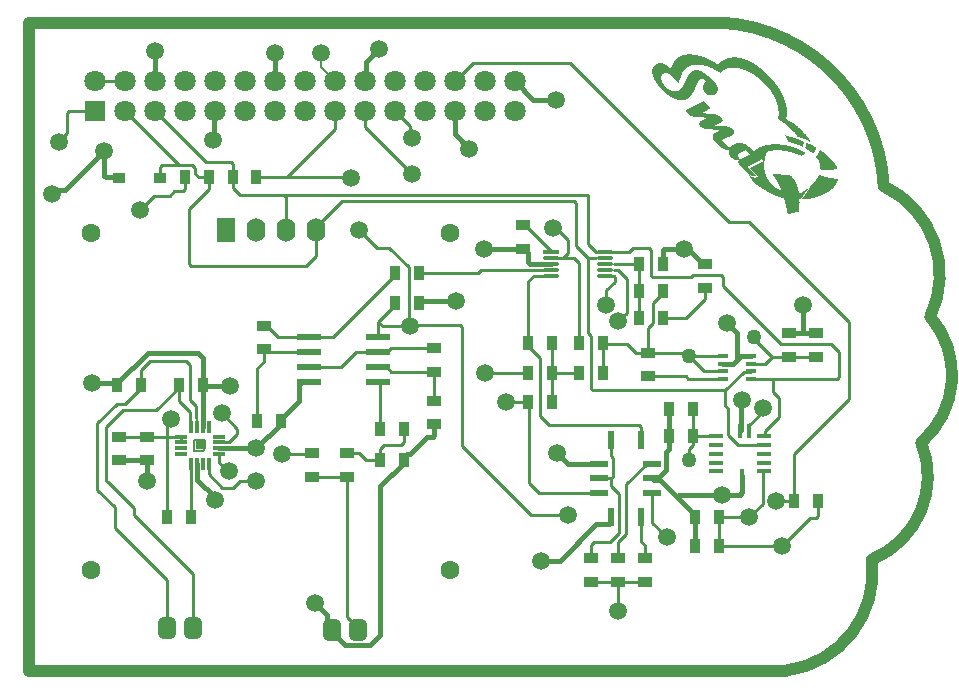
<source format=gtl>
G04*
G04 #@! TF.GenerationSoftware,Altium Limited,Altium Designer,20.0.12 (288)*
G04*
G04 Layer_Physical_Order=1*
G04 Layer_Color=255*
%FSLAX44Y44*%
%MOMM*%
G71*
G01*
G75*
%ADD10C,0.2540*%
%ADD12C,0.2000*%
%ADD13C,0.1500*%
%ADD15R,1.0000X0.8500*%
%ADD16R,1.0000X0.3000*%
%ADD17R,0.3000X1.0000*%
%ADD18R,0.9000X1.3000*%
%ADD19R,1.3000X0.9000*%
%ADD20R,2.0000X0.6000*%
%ADD21O,1.4500X0.3000*%
%ADD22R,1.4500X0.3000*%
%ADD23R,0.6000X1.5000*%
%ADD24R,1.5000X0.6000*%
G04:AMPARAMS|DCode=25|XSize=1.5mm|YSize=1.8mm|CornerRadius=0.375mm|HoleSize=0mm|Usage=FLASHONLY|Rotation=0.000|XOffset=0mm|YOffset=0mm|HoleType=Round|Shape=RoundedRectangle|*
%AMROUNDEDRECTD25*
21,1,1.5000,1.0500,0,0,0.0*
21,1,0.7500,1.8000,0,0,0.0*
1,1,0.7500,0.3750,-0.5250*
1,1,0.7500,-0.3750,-0.5250*
1,1,0.7500,-0.3750,0.5250*
1,1,0.7500,0.3750,0.5250*
%
%ADD25ROUNDEDRECTD25*%
%ADD26R,0.4000X1.3000*%
%ADD27R,1.3000X0.3500*%
%ADD28R,0.9000X0.3500*%
%ADD29C,1.0000*%
%ADD49C,0.4000*%
%ADD50R,0.7500X0.7900*%
%ADD51C,1.8000*%
%ADD52R,1.8000X1.8000*%
%ADD53C,1.6000*%
%ADD54O,1.6000X2.0000*%
%ADD55R,1.6000X2.0000*%
%ADD56C,1.5000*%
%ADD57C,1.2700*%
G36*
X566656Y528005D02*
X566704Y528053D01*
X566751Y528005D01*
X566799Y528053D01*
X566846Y528005D01*
X566894Y528053D01*
X566941Y528005D01*
X566988Y528053D01*
X567036Y528005D01*
X567083Y528053D01*
X567130Y528005D01*
X567178Y528053D01*
X567225Y528005D01*
X567273Y528053D01*
X567320Y528005D01*
X567367Y528053D01*
X567415Y528005D01*
X567462Y528053D01*
X567509Y528005D01*
X567557Y528053D01*
X567604Y528005D01*
X567652Y528053D01*
X567747Y527958D01*
X567794Y528005D01*
X567841Y527958D01*
X567889Y528005D01*
X567936Y527958D01*
X567983Y528005D01*
X568031Y527958D01*
X568078Y528005D01*
X568126Y527958D01*
X568173Y528005D01*
X568220Y527958D01*
X568268Y528005D01*
X568363Y527910D01*
X568410Y527958D01*
X568457Y527910D01*
X568505Y527958D01*
X568552Y527910D01*
X568599Y527958D01*
X568647Y527910D01*
X568694Y527958D01*
X568742Y527910D01*
X568789Y527958D01*
X568884Y527863D01*
X568931Y527910D01*
X568979Y527863D01*
X569026Y527910D01*
X569073Y527863D01*
X569121Y527910D01*
X569168Y527863D01*
X569215Y527910D01*
X569310Y527816D01*
X569358Y527863D01*
X569405Y527816D01*
X569452Y527863D01*
X569500Y527816D01*
X569547Y527863D01*
X569642Y527768D01*
X569689Y527816D01*
X569737Y527768D01*
X569784Y527816D01*
X569831Y527768D01*
X569879Y527816D01*
X569926Y527768D01*
X569974Y527816D01*
X570068Y527721D01*
X570116Y527768D01*
X570163Y527721D01*
X570211Y527768D01*
X570305Y527673D01*
X570353Y527721D01*
X570400Y527673D01*
X570448Y527721D01*
X570495Y527673D01*
X570542Y527721D01*
X570637Y527626D01*
X570685Y527673D01*
X570732Y527626D01*
X570779Y527673D01*
X570827Y527626D01*
X570874Y527673D01*
X570969Y527579D01*
X571016Y527626D01*
X571064Y527579D01*
X571111Y527626D01*
X571206Y527531D01*
X571253Y527579D01*
X571301Y527531D01*
X571348Y527579D01*
X571443Y527484D01*
X571490Y527531D01*
X571537Y527484D01*
X571585Y527531D01*
X571680Y527437D01*
X571727Y527484D01*
X571774Y527437D01*
X571822Y527484D01*
X571917Y527389D01*
X571964Y527437D01*
X572011Y527389D01*
X572059Y527437D01*
X572154Y527342D01*
X572201Y527389D01*
X572248Y527342D01*
X572296Y527389D01*
X572390Y527294D01*
X572438Y527342D01*
X572485Y527294D01*
X572533Y527342D01*
X572627Y527247D01*
X572675Y527294D01*
X572722Y527247D01*
X572770Y527294D01*
X572864Y527200D01*
X572912Y527247D01*
X572959Y527200D01*
X573006Y527247D01*
X573101Y527152D01*
X573149Y527200D01*
X573243Y527105D01*
X573291Y527152D01*
X573338Y527105D01*
X573386Y527152D01*
X573480Y527057D01*
X573528Y527105D01*
X573623Y527010D01*
X573670Y527057D01*
X573717Y527010D01*
X573765Y527057D01*
X573859Y526963D01*
X573907Y527010D01*
X574002Y526915D01*
X574049Y526963D01*
X574096Y526915D01*
X574144Y526963D01*
X574239Y526868D01*
X574286Y526915D01*
X574381Y526821D01*
X574428Y526868D01*
X574523Y526773D01*
X574570Y526821D01*
X574618Y526773D01*
X574665Y526821D01*
X574760Y526726D01*
X574807Y526773D01*
X574902Y526678D01*
X574949Y526726D01*
X575044Y526631D01*
X575091Y526678D01*
X575186Y526584D01*
X575234Y526631D01*
X575281Y526584D01*
X575328Y526631D01*
X575423Y526536D01*
X575471Y526584D01*
X575565Y526489D01*
X575613Y526536D01*
X575708Y526441D01*
X575755Y526489D01*
X575850Y526394D01*
X575897Y526441D01*
X575992Y526347D01*
X576039Y526394D01*
X576134Y526299D01*
X576181Y526347D01*
X576276Y526252D01*
X576324Y526299D01*
X576418Y526205D01*
X576466Y526252D01*
X576560Y526157D01*
X576608Y526205D01*
X576703Y526110D01*
X576750Y526157D01*
X576797Y526110D01*
X576845Y526157D01*
X576987Y526015D01*
X577034Y526062D01*
X577129Y525968D01*
X577177Y526015D01*
X577271Y525920D01*
X577319Y525968D01*
X577413Y525873D01*
X577461Y525920D01*
X577556Y525826D01*
X577603Y525873D01*
X577698Y525778D01*
X577745Y525826D01*
X577840Y525731D01*
X577887Y525778D01*
X577982Y525683D01*
X578029Y525731D01*
X578124Y525636D01*
X578172Y525683D01*
X578314Y525541D01*
X578361Y525588D01*
X578456Y525494D01*
X578503Y525541D01*
X578598Y525446D01*
X578646Y525494D01*
X578740Y525399D01*
X578788Y525446D01*
X578882Y525352D01*
X578930Y525399D01*
X579072Y525257D01*
X579119Y525304D01*
X579214Y525209D01*
X579262Y525257D01*
X579356Y525162D01*
X579404Y525209D01*
X579546Y525067D01*
X579593Y525115D01*
X579688Y525020D01*
X579735Y525067D01*
X579878Y524925D01*
X579925Y524972D01*
X580020Y524878D01*
X580067Y524925D01*
X580162Y524830D01*
X580209Y524878D01*
X580351Y524736D01*
X580399Y524783D01*
X580494Y524688D01*
X580541Y524736D01*
X580683Y524593D01*
X580731Y524641D01*
X580873Y524499D01*
X580920Y524546D01*
X581015Y524451D01*
X581062Y524499D01*
X581204Y524356D01*
X581252Y524404D01*
X581347Y524309D01*
X581394Y524356D01*
X581536Y524214D01*
X581584Y524262D01*
X581726Y524119D01*
X581773Y524167D01*
X581915Y524025D01*
X581963Y524072D01*
X582105Y523930D01*
X582152Y523977D01*
X582247Y523882D01*
X582294Y523930D01*
X582436Y523788D01*
X582484Y523835D01*
X582626Y523693D01*
X582673Y523741D01*
X582816Y523598D01*
X582863Y523646D01*
X583005Y523503D01*
X583052Y523551D01*
X583195Y523409D01*
X583242Y523456D01*
X583384Y523314D01*
X583432Y523361D01*
X583574Y523219D01*
X583621Y523267D01*
X583811Y523077D01*
X583858Y523124D01*
X584000Y522982D01*
X584048Y523030D01*
X584190Y522887D01*
X584237Y522935D01*
X584427Y522745D01*
X584474Y522793D01*
X584616Y522650D01*
X584664Y522698D01*
X584806Y522556D01*
X584853Y522603D01*
X585043Y522414D01*
X585090Y522461D01*
X585280Y522271D01*
X585327Y522319D01*
X585469Y522177D01*
X585517Y522224D01*
X585706Y522034D01*
X585754Y522082D01*
X585943Y521892D01*
X585990Y521940D01*
X586180Y521750D01*
X586227Y521798D01*
X586417Y521608D01*
X586464Y521655D01*
X586701Y521418D01*
X586749Y521466D01*
X586938Y521276D01*
X586986Y521324D01*
X587223Y521087D01*
X587270Y521134D01*
X587459Y520945D01*
X587507Y520992D01*
X587744Y520755D01*
X587791Y520802D01*
X588075Y520518D01*
X588123Y520565D01*
X588360Y520329D01*
X588407Y520376D01*
X588691Y520092D01*
X588739Y520139D01*
X589023Y519855D01*
X589071Y519902D01*
X589402Y519570D01*
X589450Y519618D01*
X589497Y519570D01*
X589544Y519618D01*
X589592Y519570D01*
X589639Y519618D01*
X589687Y519665D01*
X589734Y519712D01*
X589781Y519760D01*
X589829Y519807D01*
X589876Y519855D01*
X589924Y519902D01*
X589971Y519949D01*
X590018Y519997D01*
X590066Y520044D01*
X590113Y520092D01*
X590160Y520139D01*
X590208Y520186D01*
X590255Y520234D01*
X590303Y520281D01*
X590350Y520329D01*
X590397Y520376D01*
X590445Y520423D01*
X590492Y520471D01*
X590540Y520518D01*
X590587Y520565D01*
X590634Y520613D01*
X590682Y520660D01*
X590729Y520708D01*
X590777Y520660D01*
X590824Y520708D01*
X590871Y520755D01*
X590919Y520802D01*
X590966Y520850D01*
X591013Y520897D01*
X591061Y520945D01*
X591108Y520992D01*
X591156Y521039D01*
X591203Y521087D01*
X591250Y521134D01*
X591298Y521181D01*
X591345Y521134D01*
X591393Y521182D01*
X591440Y521229D01*
X591487Y521276D01*
X591535Y521324D01*
X591582Y521371D01*
X591629Y521418D01*
X591677Y521466D01*
X591724Y521513D01*
X591772Y521466D01*
X591819Y521513D01*
X591866Y521561D01*
X591914Y521608D01*
X591961Y521655D01*
X592009Y521703D01*
X592056Y521750D01*
X592103Y521798D01*
X592151Y521750D01*
X592198Y521798D01*
X592245Y521845D01*
X592293Y521892D01*
X592340Y521940D01*
X592388Y521987D01*
X592435Y521940D01*
X592482Y521987D01*
X592530Y522034D01*
X592577Y522082D01*
X592625Y522129D01*
X592672Y522177D01*
X592719Y522129D01*
X592767Y522177D01*
X592814Y522224D01*
X592862Y522271D01*
X592909Y522319D01*
X592956Y522366D01*
X593004Y522414D01*
X593051Y522366D01*
X593098Y522414D01*
X593146Y522461D01*
X593193Y522508D01*
X593241Y522556D01*
X593288Y522508D01*
X593335Y522556D01*
X593383Y522603D01*
X593430Y522650D01*
X593478Y522698D01*
X593525Y522650D01*
X593572Y522698D01*
X593620Y522745D01*
X593667Y522793D01*
X593714Y522840D01*
X593762Y522793D01*
X593809Y522840D01*
X593857Y522887D01*
X593904Y522935D01*
X593951Y522982D01*
X593999Y522935D01*
X594046Y522982D01*
X594094Y523030D01*
X594141Y523077D01*
X594188Y523030D01*
X594236Y523077D01*
X594283Y523124D01*
X594331Y523172D01*
X594378Y523219D01*
X594425Y523172D01*
X594473Y523219D01*
X594520Y523267D01*
X594567Y523314D01*
X594615Y523267D01*
X594662Y523314D01*
X594710Y523361D01*
X594757Y523409D01*
X594804Y523361D01*
X594852Y523409D01*
X594899Y523456D01*
X594947Y523503D01*
X594994Y523456D01*
X595041Y523503D01*
X595089Y523551D01*
X595136Y523598D01*
X595183Y523551D01*
X595231Y523598D01*
X595278Y523646D01*
X595326Y523693D01*
X595373Y523646D01*
X595420Y523693D01*
X595468Y523740D01*
X595515Y523788D01*
X595563Y523741D01*
X595610Y523788D01*
X595657Y523835D01*
X595705Y523788D01*
X595752Y523835D01*
X595800Y523883D01*
X595847Y523930D01*
X595894Y523882D01*
X595942Y523930D01*
X595989Y523977D01*
X596036Y523930D01*
X596084Y523977D01*
X596131Y524025D01*
X596179Y524072D01*
X596226Y524025D01*
X596273Y524072D01*
X596321Y524119D01*
X596368Y524072D01*
X596416Y524119D01*
X596463Y524167D01*
X596510Y524120D01*
X596558Y524167D01*
X596605Y524214D01*
X596652Y524262D01*
X596700Y524214D01*
X596747Y524262D01*
X596795Y524309D01*
X596842Y524262D01*
X596889Y524309D01*
X596937Y524356D01*
X596984Y524309D01*
X597032Y524356D01*
X597079Y524404D01*
X597126Y524356D01*
X597174Y524404D01*
X597221Y524451D01*
X597269Y524404D01*
X597316Y524451D01*
X597363Y524499D01*
X597411Y524451D01*
X597458Y524499D01*
X597505Y524546D01*
X597553Y524499D01*
X597600Y524546D01*
X597648Y524593D01*
X597695Y524546D01*
X597742Y524593D01*
X597790Y524641D01*
X597837Y524593D01*
X597885Y524641D01*
X597932Y524688D01*
X597979Y524641D01*
X598027Y524688D01*
X598074Y524736D01*
X598121Y524688D01*
X598169Y524736D01*
X598216Y524688D01*
X598264Y524736D01*
X598311Y524783D01*
X598358Y524736D01*
X598406Y524783D01*
X598453Y524830D01*
X598501Y524783D01*
X598548Y524830D01*
X598595Y524878D01*
X598643Y524830D01*
X598690Y524878D01*
X598738Y524830D01*
X598785Y524878D01*
X598832Y524925D01*
X598880Y524878D01*
X598927Y524925D01*
X598974Y524972D01*
X599022Y524925D01*
X599069Y524972D01*
X599117Y524925D01*
X599164Y524972D01*
X599212Y525020D01*
X599259Y524972D01*
X599306Y525020D01*
X599354Y524972D01*
X599401Y525020D01*
X599448Y525067D01*
X599496Y525020D01*
X599543Y525067D01*
X599590Y525020D01*
X599638Y525067D01*
X599685Y525115D01*
X599733Y525067D01*
X599780Y525115D01*
X599827Y525067D01*
X599875Y525115D01*
X599922Y525162D01*
X599970Y525115D01*
X600017Y525162D01*
X600064Y525115D01*
X600112Y525162D01*
X600159Y525209D01*
X600207Y525162D01*
X600254Y525209D01*
X600301Y525162D01*
X600349Y525209D01*
X600396Y525257D01*
X600443Y525210D01*
X600491Y525257D01*
X600538Y525209D01*
X600586Y525257D01*
X600633Y525209D01*
X600680Y525257D01*
X600728Y525304D01*
X600775Y525257D01*
X600823Y525304D01*
X600870Y525257D01*
X600917Y525304D01*
X600965Y525257D01*
X601012Y525304D01*
X601059Y525352D01*
X601107Y525304D01*
X601154Y525352D01*
X601202Y525304D01*
X601249Y525352D01*
X601296Y525304D01*
X601344Y525352D01*
X601391Y525304D01*
X601439Y525352D01*
X601486Y525399D01*
X601533Y525352D01*
X601581Y525399D01*
X601628Y525352D01*
X601676Y525399D01*
X601723Y525352D01*
X601770Y525399D01*
X601818Y525352D01*
X601865Y525399D01*
X601912Y525446D01*
X601960Y525399D01*
X602007Y525446D01*
X602055Y525399D01*
X602102Y525446D01*
X602149Y525399D01*
X602197Y525446D01*
X602244Y525399D01*
X602292Y525446D01*
X602339Y525399D01*
X602386Y525446D01*
X602434Y525399D01*
X602481Y525446D01*
X602528Y525399D01*
X602576Y525446D01*
X602623Y525494D01*
X602671Y525446D01*
X602718Y525494D01*
X602766Y525446D01*
X602813Y525494D01*
X602860Y525446D01*
X602908Y525494D01*
X602955Y525446D01*
X603002Y525494D01*
X603050Y525446D01*
X603097Y525494D01*
X603145Y525446D01*
X603192Y525494D01*
X603239Y525446D01*
X603287Y525494D01*
X603334Y525446D01*
X603382Y525494D01*
X603429Y525446D01*
X603476Y525494D01*
X603524Y525446D01*
X603571Y525494D01*
X603619Y525446D01*
X603666Y525494D01*
X603713Y525446D01*
X603761Y525494D01*
X603808Y525446D01*
X603855Y525494D01*
X603903Y525446D01*
X603950Y525494D01*
X603997Y525446D01*
X604045Y525494D01*
X604092Y525446D01*
X604140Y525494D01*
X604187Y525446D01*
X604235Y525494D01*
X604282Y525446D01*
X604329Y525494D01*
X604377Y525446D01*
X604424Y525494D01*
X604471Y525446D01*
X604519Y525494D01*
X604566Y525446D01*
X604614Y525494D01*
X604661Y525446D01*
X604708Y525494D01*
X604756Y525446D01*
X604803Y525494D01*
X604851Y525446D01*
X604898Y525494D01*
X604945Y525446D01*
X604993Y525494D01*
X605087Y525399D01*
X605135Y525446D01*
X605182Y525399D01*
X605230Y525446D01*
X605277Y525399D01*
X605324Y525446D01*
X605372Y525399D01*
X605419Y525446D01*
X605466Y525399D01*
X605514Y525446D01*
X605561Y525399D01*
X605609Y525446D01*
X605656Y525399D01*
X605704Y525446D01*
X605798Y525352D01*
X605846Y525399D01*
X605893Y525352D01*
X605940Y525399D01*
X605988Y525352D01*
X606035Y525399D01*
X606083Y525352D01*
X606130Y525399D01*
X606177Y525352D01*
X606225Y525399D01*
X606320Y525304D01*
X606367Y525352D01*
X606414Y525304D01*
X606462Y525352D01*
X606509Y525304D01*
X606556Y525352D01*
X606604Y525304D01*
X606651Y525352D01*
X606746Y525257D01*
X606793Y525304D01*
X606841Y525257D01*
X606888Y525304D01*
X606936Y525257D01*
X606983Y525304D01*
X607078Y525209D01*
X607125Y525257D01*
X607173Y525209D01*
X607220Y525257D01*
X607267Y525210D01*
X607315Y525257D01*
X607409Y525162D01*
X607457Y525209D01*
X607504Y525162D01*
X607551Y525209D01*
X607599Y525162D01*
X607646Y525209D01*
X607741Y525115D01*
X607789Y525162D01*
X607836Y525115D01*
X607883Y525162D01*
X607978Y525067D01*
X608026Y525115D01*
X608073Y525067D01*
X608120Y525115D01*
X608168Y525067D01*
X608215Y525115D01*
X608310Y525020D01*
X608357Y525067D01*
X608405Y525020D01*
X608452Y525067D01*
X608547Y524972D01*
X608594Y525020D01*
X608641Y524972D01*
X608689Y525020D01*
X608784Y524925D01*
X608831Y524972D01*
X608878Y524925D01*
X608926Y524972D01*
X609021Y524878D01*
X609068Y524925D01*
X609115Y524878D01*
X609163Y524925D01*
X609258Y524830D01*
X609305Y524878D01*
X609352Y524830D01*
X609400Y524878D01*
X609494Y524783D01*
X609542Y524830D01*
X609637Y524736D01*
X609684Y524783D01*
X609731Y524736D01*
X609779Y524783D01*
X609874Y524688D01*
X609921Y524736D01*
X610016Y524641D01*
X610063Y524688D01*
X610110Y524641D01*
X610158Y524688D01*
X610253Y524593D01*
X610300Y524641D01*
X610395Y524546D01*
X610442Y524593D01*
X610490Y524546D01*
X610537Y524593D01*
X610632Y524499D01*
X610679Y524546D01*
X610774Y524451D01*
X610821Y524499D01*
X610916Y524404D01*
X610963Y524451D01*
X611011Y524404D01*
X611058Y524451D01*
X611153Y524356D01*
X611200Y524404D01*
X611295Y524309D01*
X611343Y524356D01*
X611437Y524262D01*
X611485Y524309D01*
X611579Y524214D01*
X611627Y524262D01*
X611722Y524167D01*
X611769Y524214D01*
X611864Y524119D01*
X611911Y524167D01*
X611959Y524119D01*
X612006Y524167D01*
X612101Y524072D01*
X612148Y524119D01*
X612243Y524025D01*
X612290Y524072D01*
X612385Y523977D01*
X612433Y524025D01*
X612527Y523930D01*
X612575Y523977D01*
X612669Y523882D01*
X612717Y523930D01*
X612812Y523835D01*
X612859Y523883D01*
X613001Y523741D01*
X613048Y523788D01*
X613143Y523693D01*
X613191Y523740D01*
X613285Y523646D01*
X613333Y523693D01*
X613428Y523598D01*
X613475Y523646D01*
X613570Y523551D01*
X613617Y523598D01*
X613712Y523503D01*
X613759Y523551D01*
X613854Y523456D01*
X613901Y523503D01*
X614044Y523361D01*
X614091Y523409D01*
X614186Y523314D01*
X614233Y523361D01*
X614328Y523267D01*
X614375Y523314D01*
X614517Y523172D01*
X614565Y523219D01*
X614660Y523124D01*
X614707Y523172D01*
X614802Y523077D01*
X614849Y523124D01*
X614991Y522982D01*
X615039Y523030D01*
X615134Y522935D01*
X615181Y522982D01*
X615323Y522840D01*
X615370Y522887D01*
X615465Y522793D01*
X615513Y522840D01*
X615655Y522698D01*
X615702Y522745D01*
X615844Y522603D01*
X615892Y522650D01*
X615987Y522556D01*
X616034Y522603D01*
X616176Y522461D01*
X616223Y522508D01*
X616366Y522366D01*
X616413Y522414D01*
X616508Y522319D01*
X616555Y522366D01*
X616697Y522224D01*
X616745Y522271D01*
X616887Y522129D01*
X616934Y522177D01*
X617076Y522034D01*
X617124Y522082D01*
X617266Y521940D01*
X617313Y521987D01*
X617455Y521845D01*
X617503Y521892D01*
X617645Y521750D01*
X617692Y521798D01*
X617835Y521655D01*
X617882Y521703D01*
X618024Y521561D01*
X618072Y521608D01*
X618214Y521466D01*
X618261Y521513D01*
X618403Y521371D01*
X618451Y521418D01*
X618640Y521229D01*
X618688Y521276D01*
X618830Y521134D01*
X618877Y521181D01*
X619067Y520992D01*
X619114Y521039D01*
X619256Y520897D01*
X619304Y520945D01*
X619493Y520755D01*
X619540Y520802D01*
X619683Y520660D01*
X619730Y520708D01*
X619920Y520518D01*
X619967Y520565D01*
X620157Y520376D01*
X620204Y520423D01*
X620393Y520234D01*
X620441Y520281D01*
X620630Y520092D01*
X620678Y520139D01*
X620867Y519949D01*
X620915Y519997D01*
X621104Y519807D01*
X621152Y519855D01*
X621341Y519665D01*
X621389Y519712D01*
X621578Y519523D01*
X621626Y519570D01*
X621862Y519333D01*
X621910Y519381D01*
X622147Y519144D01*
X622194Y519191D01*
X622384Y519002D01*
X622431Y519049D01*
X622668Y518812D01*
X622715Y518859D01*
X622952Y518623D01*
X623000Y518670D01*
X623284Y518386D01*
X623331Y518433D01*
X623568Y518196D01*
X623616Y518243D01*
X623900Y517959D01*
X623947Y518007D01*
X624232Y517722D01*
X624279Y517770D01*
X624563Y517485D01*
X624611Y517533D01*
X624943Y517201D01*
X624990Y517248D01*
X625322Y516917D01*
X625369Y516964D01*
X625701Y516632D01*
X625748Y516680D01*
X626127Y516301D01*
X626175Y516348D01*
X626601Y515922D01*
X626649Y515969D01*
X627075Y515542D01*
X627122Y515590D01*
X627596Y515116D01*
X627644Y515163D01*
X628212Y514595D01*
X628260Y514642D01*
X628923Y513979D01*
X628970Y514026D01*
X629871Y513126D01*
X629918Y513173D01*
X634088Y509003D01*
X634041Y508956D01*
X634941Y508055D01*
X634894Y508008D01*
X635605Y507297D01*
X635557Y507250D01*
X636126Y506681D01*
X636079Y506634D01*
X636600Y506113D01*
X636552Y506065D01*
X636979Y505639D01*
X636931Y505591D01*
X637358Y505165D01*
X637311Y505117D01*
X637737Y504691D01*
X637690Y504644D01*
X638021Y504312D01*
X637974Y504264D01*
X638353Y503885D01*
X638306Y503838D01*
X638637Y503506D01*
X638590Y503459D01*
X638874Y503175D01*
X638827Y503127D01*
X639159Y502795D01*
X639111Y502748D01*
X639396Y502464D01*
X639348Y502416D01*
X639585Y502179D01*
X639538Y502132D01*
X639822Y501848D01*
X639775Y501800D01*
X640012Y501563D01*
X639964Y501516D01*
X640249Y501232D01*
X640201Y501184D01*
X640438Y500947D01*
X640391Y500900D01*
X640628Y500663D01*
X640580Y500616D01*
X640817Y500379D01*
X640770Y500331D01*
X641007Y500094D01*
X640959Y500047D01*
X641149Y499857D01*
X641102Y499810D01*
X641339Y499573D01*
X641291Y499526D01*
X641481Y499336D01*
X641433Y499289D01*
X641623Y499099D01*
X641575Y499052D01*
X641812Y498815D01*
X641765Y498768D01*
X641954Y498578D01*
X641907Y498531D01*
X642097Y498341D01*
X642049Y498294D01*
X642239Y498104D01*
X642191Y498057D01*
X642381Y497867D01*
X642334Y497820D01*
X642476Y497678D01*
X642428Y497630D01*
X642618Y497441D01*
X642571Y497393D01*
X642760Y497204D01*
X642713Y497156D01*
X642855Y497014D01*
X642807Y496967D01*
X642997Y496777D01*
X642950Y496730D01*
X643139Y496540D01*
X643092Y496493D01*
X643234Y496351D01*
X643187Y496303D01*
X643329Y496161D01*
X643281Y496114D01*
X643471Y495924D01*
X643424Y495877D01*
X643566Y495735D01*
X643518Y495687D01*
X643661Y495545D01*
X643613Y495498D01*
X643755Y495356D01*
X643708Y495308D01*
X643897Y495119D01*
X643850Y495071D01*
X643992Y494929D01*
X643945Y494882D01*
X644087Y494740D01*
X644040Y494692D01*
X644182Y494550D01*
X644134Y494503D01*
X644277Y494361D01*
X644229Y494313D01*
X644371Y494171D01*
X644324Y494123D01*
X644466Y493981D01*
X644419Y493934D01*
X644513Y493839D01*
X644466Y493792D01*
X644608Y493650D01*
X644561Y493602D01*
X644703Y493460D01*
X644656Y493413D01*
X644798Y493271D01*
X644750Y493223D01*
X644893Y493081D01*
X644845Y493034D01*
X644940Y492939D01*
X644893Y492892D01*
X645035Y492749D01*
X644987Y492702D01*
X645129Y492560D01*
X645082Y492512D01*
X645177Y492418D01*
X645129Y492370D01*
X645272Y492228D01*
X645224Y492181D01*
X645319Y492086D01*
X645272Y492038D01*
X645414Y491896D01*
X645366Y491849D01*
X645461Y491754D01*
X645414Y491707D01*
X645556Y491565D01*
X645509Y491517D01*
X645603Y491423D01*
X645556Y491375D01*
X645698Y491233D01*
X645651Y491185D01*
X645745Y491091D01*
X645698Y491043D01*
X645793Y490949D01*
X645745Y490901D01*
X645888Y490759D01*
X645840Y490712D01*
X645935Y490617D01*
X645888Y490569D01*
X645983Y490475D01*
X645935Y490427D01*
X646030Y490333D01*
X645982Y490285D01*
X646125Y490143D01*
X646077Y490096D01*
X646172Y490001D01*
X646125Y489953D01*
X646219Y489859D01*
X646172Y489811D01*
X646267Y489716D01*
X646219Y489669D01*
X646314Y489574D01*
X646267Y489527D01*
X646409Y489385D01*
X646361Y489338D01*
X646456Y489243D01*
X646409Y489195D01*
X646504Y489100D01*
X646456Y489053D01*
X646551Y488958D01*
X646504Y488911D01*
X646599Y488816D01*
X646551Y488769D01*
X646646Y488674D01*
X646599Y488627D01*
X646693Y488532D01*
X646646Y488484D01*
X646741Y488390D01*
X646693Y488342D01*
X646788Y488247D01*
X646741Y488200D01*
X646835Y488105D01*
X646788Y488058D01*
X646883Y487963D01*
X646835Y487916D01*
X646930Y487821D01*
X646883Y487774D01*
X646978Y487679D01*
X646930Y487631D01*
X646978Y487584D01*
X646930Y487537D01*
X647025Y487442D01*
X646977Y487395D01*
X647072Y487300D01*
X647025Y487252D01*
X647120Y487158D01*
X647072Y487110D01*
X647167Y487015D01*
X647120Y486968D01*
X647215Y486873D01*
X647167Y486826D01*
X647215Y486778D01*
X647167Y486731D01*
X647262Y486636D01*
X647215Y486589D01*
X647309Y486494D01*
X647262Y486447D01*
X647357Y486352D01*
X647309Y486305D01*
X647357Y486257D01*
X647309Y486210D01*
X647404Y486115D01*
X647357Y486068D01*
X647451Y485973D01*
X647404Y485926D01*
X647451Y485878D01*
X647404Y485831D01*
X647499Y485736D01*
X647451Y485689D01*
X647546Y485594D01*
X647499Y485546D01*
X647546Y485499D01*
X647499Y485452D01*
X647594Y485357D01*
X647546Y485309D01*
X647641Y485215D01*
X647594Y485167D01*
X647641Y485120D01*
X647594Y485073D01*
X647688Y484978D01*
X647641Y484930D01*
X647688Y484883D01*
X647641Y484836D01*
X647736Y484741D01*
X647688Y484693D01*
X647736Y484646D01*
X647688Y484599D01*
X647783Y484504D01*
X647736Y484457D01*
X647831Y484362D01*
X647783Y484314D01*
X647831Y484267D01*
X647783Y484220D01*
X647831Y484172D01*
X647783Y484125D01*
X647878Y484030D01*
X647831Y483983D01*
X647878Y483935D01*
X647831Y483888D01*
X647925Y483793D01*
X647878Y483746D01*
X647925Y483698D01*
X647878Y483651D01*
X647973Y483556D01*
X647925Y483509D01*
X647973Y483461D01*
X647925Y483414D01*
X648020Y483319D01*
X647973Y483272D01*
X648020Y483224D01*
X647973Y483177D01*
X648020Y483130D01*
X647973Y483082D01*
X648067Y482988D01*
X648020Y482940D01*
X648067Y482893D01*
X648020Y482845D01*
X648067Y482798D01*
X648020Y482751D01*
X648115Y482656D01*
X648067Y482608D01*
X648115Y482561D01*
X648067Y482514D01*
X648115Y482466D01*
X648067Y482419D01*
X648162Y482324D01*
X648115Y482277D01*
X648162Y482229D01*
X648115Y482182D01*
X648162Y482135D01*
X648115Y482087D01*
X648210Y481992D01*
X648162Y481945D01*
X648210Y481898D01*
X648162Y481850D01*
X648210Y481803D01*
X648162Y481756D01*
X648210Y481708D01*
X648162Y481661D01*
X648210Y481613D01*
X648162Y481566D01*
X648257Y481471D01*
X648210Y481424D01*
X648257Y481376D01*
X648210Y481329D01*
X648257Y481282D01*
X648210Y481234D01*
X648257Y481187D01*
X648210Y481139D01*
X648257Y481092D01*
X648210Y481045D01*
X648304Y480950D01*
X648257Y480903D01*
X648304Y480855D01*
X648257Y480808D01*
X648304Y480760D01*
X648257Y480713D01*
X648304Y480666D01*
X648257Y480618D01*
X648304Y480571D01*
X648257Y480523D01*
X648304Y480476D01*
X648257Y480429D01*
X648304Y480381D01*
X648257Y480334D01*
X648352Y480239D01*
X648304Y480192D01*
X648352Y480144D01*
X648304Y480097D01*
X648352Y480050D01*
X648304Y480002D01*
X648352Y479955D01*
X648304Y479907D01*
X648352Y479860D01*
X648304Y479813D01*
X648352Y479765D01*
X648304Y479718D01*
X648352Y479670D01*
X648304Y479623D01*
X648352Y479576D01*
X648304Y479528D01*
X648352Y479481D01*
X648304Y479434D01*
X648352Y479386D01*
X648304Y479339D01*
X648352Y479291D01*
X648304Y479244D01*
X648352Y479197D01*
X648304Y479149D01*
X648352Y479102D01*
X648304Y479054D01*
X648352Y479007D01*
X648304Y478960D01*
X648352Y478912D01*
X648304Y478865D01*
X648352Y478817D01*
X648304Y478770D01*
X648352Y478723D01*
X648304Y478675D01*
X648352Y478628D01*
X648304Y478581D01*
X648352Y478533D01*
X648304Y478486D01*
X648352Y478438D01*
X648304Y478391D01*
X648352Y478344D01*
X648304Y478296D01*
X648352Y478249D01*
X648304Y478201D01*
X648352Y478154D01*
X648304Y478107D01*
X648257Y478059D01*
X648304Y478012D01*
X648257Y477965D01*
X648304Y477917D01*
X648257Y477870D01*
X648304Y477822D01*
X648257Y477775D01*
X648304Y477728D01*
X648257Y477680D01*
X648304Y477633D01*
X648257Y477585D01*
X648304Y477538D01*
X648257Y477491D01*
X648304Y477443D01*
X648257Y477396D01*
X648210Y477349D01*
X648257Y477301D01*
X648210Y477254D01*
X648257Y477206D01*
X648210Y477159D01*
X648257Y477112D01*
X648210Y477064D01*
X648257Y477017D01*
X648210Y476969D01*
X648162Y476922D01*
X648210Y476875D01*
X648162Y476827D01*
X648210Y476780D01*
X648162Y476732D01*
X648210Y476685D01*
X648162Y476638D01*
X648210Y476590D01*
X648162Y476543D01*
X648115Y476496D01*
X648162Y476448D01*
X648115Y476401D01*
X648162Y476353D01*
X648115Y476306D01*
X648162Y476259D01*
X648115Y476211D01*
X648067Y476164D01*
X648115Y476116D01*
X648067Y476069D01*
X648115Y476022D01*
X648067Y475974D01*
X648115Y475927D01*
X648067Y475880D01*
X648020Y475832D01*
X648067Y475785D01*
X648020Y475737D01*
X648067Y475690D01*
X648020Y475643D01*
X647973Y475595D01*
X648020Y475548D01*
X647973Y475500D01*
X648020Y475453D01*
X647973Y475406D01*
X647925Y475358D01*
X647973Y475311D01*
X647925Y475263D01*
X647973Y475216D01*
X647925Y475169D01*
X647878Y475121D01*
X647925Y475074D01*
X647878Y475027D01*
X647925Y474979D01*
X647878Y474932D01*
X647831Y474884D01*
X647878Y474837D01*
X647831Y474790D01*
X647783Y474742D01*
X647831Y474695D01*
X647783Y474647D01*
X647831Y474600D01*
X647783Y474553D01*
X647736Y474505D01*
X647783Y474458D01*
X647736Y474411D01*
X647688Y474363D01*
X647736Y474316D01*
X647688Y474268D01*
X647736Y474221D01*
X647688Y474174D01*
X647641Y474126D01*
X647688Y474079D01*
X647641Y474031D01*
X647594Y473984D01*
X647641Y473937D01*
X647594Y473889D01*
X647546Y473842D01*
X647594Y473795D01*
X647546Y473747D01*
X647499Y473700D01*
X647546Y473652D01*
X647499Y473605D01*
X647451Y473558D01*
X647499Y473510D01*
X647451Y473463D01*
X647404Y473415D01*
X647451Y473368D01*
X647404Y473321D01*
X647357Y473273D01*
X647499Y473131D01*
X647546Y473178D01*
X647688Y473036D01*
X647736Y473084D01*
X647878Y472942D01*
X647925Y472989D01*
X648067Y472847D01*
X648115Y472894D01*
X648210Y472799D01*
X648257Y472847D01*
X648399Y472705D01*
X648447Y472752D01*
X648636Y472562D01*
X648683Y472610D01*
X648826Y472468D01*
X648873Y472515D01*
X649015Y472373D01*
X649063Y472420D01*
X649205Y472278D01*
X649252Y472326D01*
X649394Y472183D01*
X649442Y472231D01*
X649631Y472041D01*
X649679Y472089D01*
X649821Y471946D01*
X649868Y471994D01*
X650010Y471852D01*
X650058Y471899D01*
X650247Y471710D01*
X650295Y471757D01*
X650437Y471615D01*
X650484Y471662D01*
X650674Y471473D01*
X650721Y471520D01*
X650863Y471378D01*
X650911Y471425D01*
X651100Y471236D01*
X651148Y471283D01*
X651337Y471093D01*
X651385Y471141D01*
X651574Y470951D01*
X651621Y470999D01*
X651811Y470809D01*
X651858Y470857D01*
X652048Y470667D01*
X652095Y470714D01*
X652285Y470525D01*
X652332Y470572D01*
X652522Y470383D01*
X652569Y470430D01*
X652759Y470241D01*
X652806Y470288D01*
X653043Y470051D01*
X653091Y470098D01*
X653280Y469909D01*
X653327Y469956D01*
X653564Y469719D01*
X653612Y469767D01*
X653849Y469530D01*
X653896Y469577D01*
X654133Y469340D01*
X654180Y469388D01*
X654417Y469151D01*
X654465Y469198D01*
X654702Y468961D01*
X654749Y469008D01*
X655033Y468724D01*
X655081Y468772D01*
X655365Y468487D01*
X655413Y468535D01*
X655697Y468250D01*
X655744Y468298D01*
X656076Y467966D01*
X656123Y468013D01*
X656455Y467682D01*
X656502Y467729D01*
X656881Y467350D01*
X656929Y467397D01*
X657308Y467018D01*
X657355Y467066D01*
X657829Y466592D01*
X657877Y466639D01*
X658398Y466118D01*
X658445Y466165D01*
X659109Y465502D01*
X659156Y465549D01*
X660151Y464554D01*
X660199Y464601D01*
X662047Y462753D01*
X661999Y462706D01*
X663042Y461663D01*
X662994Y461616D01*
X663610Y461000D01*
X663563Y460953D01*
X664084Y460431D01*
X664037Y460384D01*
X664463Y459958D01*
X664416Y459910D01*
X664795Y459531D01*
X664748Y459484D01*
X665079Y459152D01*
X665032Y459104D01*
X665364Y458773D01*
X665316Y458725D01*
X665601Y458441D01*
X665553Y458394D01*
X665838Y458109D01*
X665790Y458062D01*
X666027Y457825D01*
X665980Y457778D01*
X666217Y457541D01*
X666169Y457493D01*
X666406Y457256D01*
X666359Y457209D01*
X666596Y456972D01*
X666548Y456925D01*
X666738Y456735D01*
X666691Y456688D01*
X666927Y456451D01*
X666880Y456404D01*
X667070Y456214D01*
X667022Y456166D01*
X667212Y455977D01*
X667164Y455930D01*
X667354Y455740D01*
X667307Y455693D01*
X667496Y455503D01*
X667449Y455456D01*
X667591Y455314D01*
X667543Y455266D01*
X667733Y455077D01*
X667686Y455029D01*
X667875Y454840D01*
X667828Y454792D01*
X667970Y454650D01*
X667923Y454603D01*
X668065Y454461D01*
X668017Y454413D01*
X668159Y454271D01*
X668112Y454224D01*
X668302Y454034D01*
X668254Y453987D01*
X668397Y453845D01*
X668349Y453797D01*
X668491Y453655D01*
X668444Y453608D01*
X668586Y453465D01*
X668539Y453418D01*
X668586Y453371D01*
X668539Y453323D01*
X668254Y453608D01*
X668207Y453560D01*
X667875Y453892D01*
X667828Y453845D01*
X667543Y454129D01*
X667496Y454081D01*
X667259Y454318D01*
X667212Y454271D01*
X666975Y454508D01*
X666927Y454461D01*
X666691Y454697D01*
X666643Y454650D01*
X666454Y454840D01*
X666406Y454792D01*
X666217Y454982D01*
X666169Y454935D01*
X665980Y455124D01*
X665932Y455077D01*
X665790Y455219D01*
X665743Y455171D01*
X665553Y455361D01*
X665506Y455314D01*
X665364Y455456D01*
X665316Y455408D01*
X665127Y455598D01*
X665079Y455550D01*
X664937Y455693D01*
X664890Y455645D01*
X664748Y455787D01*
X664700Y455740D01*
X664558Y455882D01*
X664511Y455835D01*
X664369Y455977D01*
X664321Y455930D01*
X664227Y456024D01*
X664179Y455977D01*
X664037Y456119D01*
X663989Y456072D01*
X663847Y456214D01*
X663800Y456166D01*
X663658Y456309D01*
X663610Y456261D01*
X663516Y456356D01*
X663468Y456309D01*
X663326Y456451D01*
X663279Y456404D01*
X663184Y456498D01*
X663137Y456451D01*
X663042Y456546D01*
X662994Y456498D01*
X662852Y456640D01*
X662805Y456593D01*
X662710Y456688D01*
X662663Y456640D01*
X662521Y456783D01*
X662473Y456735D01*
X662378Y456830D01*
X662331Y456783D01*
X662236Y456877D01*
X662189Y456830D01*
X662094Y456925D01*
X662047Y456877D01*
X661952Y456972D01*
X661905Y456925D01*
X661762Y457067D01*
X661715Y457020D01*
X661620Y457114D01*
X661573Y457067D01*
X661478Y457162D01*
X661431Y457114D01*
X661336Y457209D01*
X661289Y457162D01*
X661194Y457256D01*
X661146Y457209D01*
X661051Y457304D01*
X661004Y457256D01*
X660909Y457351D01*
X660862Y457304D01*
X660767Y457399D01*
X660720Y457351D01*
X660625Y457446D01*
X660578Y457399D01*
X660483Y457493D01*
X660435Y457446D01*
X660388Y457493D01*
X660341Y457446D01*
X660246Y457541D01*
X660199Y457493D01*
X660104Y457588D01*
X660056Y457541D01*
X659962Y457635D01*
X659914Y457588D01*
X659819Y457683D01*
X659772Y457635D01*
X659725Y457683D01*
X659677Y457635D01*
X659583Y457730D01*
X659535Y457683D01*
X659440Y457778D01*
X659393Y457730D01*
X659298Y457825D01*
X659251Y457778D01*
X659203Y457825D01*
X659156Y457778D01*
X659061Y457873D01*
X659014Y457825D01*
X658919Y457920D01*
X658872Y457873D01*
X658824Y457920D01*
X658777Y457873D01*
X658682Y457967D01*
X658635Y457920D01*
X658540Y458015D01*
X658493Y457967D01*
X658445Y458015D01*
X658398Y457967D01*
X658303Y458062D01*
X658256Y458015D01*
X658208Y458062D01*
X658161Y458015D01*
X658066Y458109D01*
X658019Y458062D01*
X657971Y458109D01*
X657924Y458062D01*
X657829Y458157D01*
X657782Y458109D01*
X657734Y458157D01*
X657687Y458109D01*
X657592Y458204D01*
X657545Y458157D01*
X657497Y458204D01*
X657450Y458157D01*
X657166Y458441D01*
X657213Y458489D01*
X656976Y458725D01*
X657024Y458773D01*
X656834Y458962D01*
X656881Y459010D01*
X656692Y459199D01*
X656739Y459247D01*
X656502Y459484D01*
X656550Y459531D01*
X656313Y459768D01*
X656360Y459815D01*
X656123Y460052D01*
X656171Y460100D01*
X655886Y460384D01*
X655934Y460431D01*
X655649Y460716D01*
X655697Y460763D01*
X655365Y461095D01*
X655413Y461142D01*
X655081Y461474D01*
X655128Y461521D01*
X654702Y461948D01*
X654749Y461995D01*
X654275Y462469D01*
X654323Y462516D01*
X653754Y463085D01*
X653801Y463132D01*
X652806Y464128D01*
X652854Y464175D01*
X651195Y465834D01*
X651148Y465786D01*
X650105Y466829D01*
X650058Y466781D01*
X649442Y467397D01*
X649394Y467350D01*
X648873Y467871D01*
X648826Y467824D01*
X648352Y468298D01*
X648304Y468250D01*
X647925Y468629D01*
X647878Y468582D01*
X647499Y468961D01*
X647451Y468914D01*
X647120Y469245D01*
X647072Y469198D01*
X646741Y469530D01*
X646693Y469482D01*
X646409Y469767D01*
X646361Y469719D01*
X646077Y470004D01*
X646030Y469956D01*
X645745Y470241D01*
X645698Y470193D01*
X645461Y470430D01*
X645414Y470383D01*
X645129Y470667D01*
X645082Y470620D01*
X644845Y470857D01*
X644798Y470809D01*
X644561Y471046D01*
X644513Y470999D01*
X644277Y471236D01*
X644229Y471188D01*
X644040Y471378D01*
X643992Y471330D01*
X643755Y471567D01*
X643708Y471520D01*
X643518Y471710D01*
X643471Y471662D01*
X643234Y471899D01*
X643187Y471852D01*
X642997Y472041D01*
X642950Y471994D01*
X642760Y472183D01*
X642713Y472136D01*
X642523Y472326D01*
X642476Y472278D01*
X642286Y472468D01*
X642239Y472420D01*
X642049Y472610D01*
X642002Y472562D01*
X641812Y472752D01*
X641765Y472705D01*
X641575Y472894D01*
X641528Y472847D01*
X641339Y473036D01*
X641291Y472989D01*
X641149Y473131D01*
X641102Y473084D01*
X640912Y473273D01*
X640865Y473226D01*
X640722Y473368D01*
X640770Y473415D01*
X640817Y473463D01*
X640770Y473510D01*
X640817Y473558D01*
X640770Y473605D01*
X640817Y473652D01*
X640865Y473700D01*
X640817Y473747D01*
X640865Y473795D01*
X640817Y473842D01*
X640865Y473889D01*
X640912Y473937D01*
X640865Y473984D01*
X640912Y474031D01*
X640865Y474079D01*
X640912Y474126D01*
X640959Y474174D01*
X640912Y474221D01*
X640959Y474268D01*
X640912Y474316D01*
X640959Y474363D01*
X640912Y474411D01*
X640959Y474458D01*
X641007Y474505D01*
X640959Y474553D01*
X641007Y474600D01*
X640959Y474647D01*
X641007Y474695D01*
X640959Y474742D01*
X641007Y474790D01*
X641054Y474837D01*
X641007Y474884D01*
X641054Y474932D01*
X641007Y474979D01*
X641054Y475027D01*
X641007Y475074D01*
X641054Y475121D01*
X641102Y475169D01*
X641054Y475216D01*
X641102Y475263D01*
X641054Y475311D01*
X641102Y475358D01*
X641054Y475406D01*
X641102Y475453D01*
X641054Y475500D01*
X641102Y475548D01*
X641149Y475595D01*
X641102Y475643D01*
X641149Y475690D01*
X641102Y475737D01*
X641149Y475785D01*
X641102Y475832D01*
X641149Y475880D01*
X641102Y475927D01*
X641149Y475974D01*
X641196Y476022D01*
X641149Y476069D01*
X641196Y476116D01*
X641149Y476164D01*
X641196Y476211D01*
X641149Y476259D01*
X641196Y476306D01*
X641149Y476353D01*
X641196Y476401D01*
X641149Y476448D01*
X641196Y476496D01*
X641149Y476543D01*
X641196Y476590D01*
X641244Y476638D01*
X641196Y476685D01*
X641244Y476732D01*
X641196Y476780D01*
X641244Y476827D01*
X641196Y476875D01*
X641244Y476922D01*
X641196Y476969D01*
X641244Y477017D01*
X641196Y477064D01*
X641244Y477112D01*
X641196Y477159D01*
X641244Y477206D01*
X641196Y477254D01*
X641244Y477301D01*
X641196Y477349D01*
X641244Y477396D01*
X641196Y477443D01*
X641244Y477491D01*
X641196Y477538D01*
X641244Y477585D01*
X641196Y477633D01*
X641244Y477680D01*
X641196Y477728D01*
X641244Y477775D01*
X641196Y477822D01*
X641244Y477870D01*
X641291Y477917D01*
X641244Y477965D01*
X641291Y478012D01*
X641244Y478059D01*
X641291Y478107D01*
X641244Y478154D01*
X641291Y478201D01*
X641244Y478249D01*
X641291Y478296D01*
X641244Y478344D01*
X641291Y478391D01*
X641244Y478438D01*
X641291Y478486D01*
X641244Y478533D01*
X641291Y478581D01*
X641196Y478675D01*
X641244Y478723D01*
X641196Y478770D01*
X641244Y478817D01*
X641196Y478865D01*
X641244Y478912D01*
X641196Y478960D01*
X641244Y479007D01*
X641196Y479054D01*
X641244Y479102D01*
X641196Y479149D01*
X641244Y479197D01*
X641196Y479244D01*
X641244Y479291D01*
X641196Y479339D01*
X641244Y479386D01*
X641196Y479434D01*
X641244Y479481D01*
X641196Y479528D01*
X641244Y479576D01*
X641196Y479623D01*
X641244Y479670D01*
X641196Y479718D01*
X641244Y479765D01*
X641196Y479813D01*
X641244Y479860D01*
X641149Y479955D01*
X641196Y480002D01*
X641149Y480050D01*
X641196Y480097D01*
X641149Y480144D01*
X641196Y480192D01*
X641149Y480239D01*
X641196Y480286D01*
X641149Y480334D01*
X641196Y480381D01*
X641149Y480429D01*
X641196Y480476D01*
X641102Y480571D01*
X641149Y480618D01*
X641102Y480666D01*
X641149Y480713D01*
X641102Y480760D01*
X641149Y480808D01*
X641102Y480855D01*
X641149Y480903D01*
X641102Y480950D01*
X641149Y480997D01*
X641054Y481092D01*
X641102Y481139D01*
X641054Y481187D01*
X641102Y481234D01*
X641054Y481282D01*
X641102Y481329D01*
X641007Y481424D01*
X641054Y481471D01*
X641007Y481519D01*
X641054Y481566D01*
X641007Y481613D01*
X641054Y481661D01*
X641007Y481708D01*
X641054Y481756D01*
X640959Y481850D01*
X641007Y481898D01*
X640959Y481945D01*
X641007Y481992D01*
X640959Y482040D01*
X641007Y482087D01*
X640912Y482182D01*
X640959Y482229D01*
X640912Y482277D01*
X640959Y482324D01*
X640912Y482372D01*
X640959Y482419D01*
X640865Y482514D01*
X640912Y482561D01*
X640865Y482608D01*
X640912Y482656D01*
X640817Y482751D01*
X640865Y482798D01*
X640817Y482845D01*
X640865Y482893D01*
X640817Y482940D01*
X640865Y482988D01*
X640770Y483082D01*
X640817Y483130D01*
X640770Y483177D01*
X640817Y483224D01*
X640723Y483319D01*
X640770Y483367D01*
X640723Y483414D01*
X640770Y483461D01*
X640675Y483556D01*
X640723Y483604D01*
X640675Y483651D01*
X640722Y483698D01*
X640628Y483793D01*
X640675Y483841D01*
X640628Y483888D01*
X640675Y483935D01*
X640580Y484030D01*
X640628Y484077D01*
X640580Y484125D01*
X640628Y484172D01*
X640533Y484267D01*
X640580Y484314D01*
X640486Y484409D01*
X640533Y484457D01*
X640486Y484504D01*
X640533Y484551D01*
X640438Y484646D01*
X640486Y484693D01*
X640391Y484788D01*
X640438Y484836D01*
X640391Y484883D01*
X640438Y484930D01*
X640343Y485025D01*
X640391Y485073D01*
X640343Y485120D01*
X640391Y485167D01*
X640296Y485262D01*
X640343Y485310D01*
X640249Y485404D01*
X640296Y485452D01*
X640201Y485546D01*
X640249Y485594D01*
X640201Y485641D01*
X640249Y485689D01*
X640154Y485783D01*
X640201Y485831D01*
X640106Y485926D01*
X640154Y485973D01*
X640059Y486068D01*
X640106Y486115D01*
X640012Y486210D01*
X640059Y486257D01*
X640012Y486305D01*
X640059Y486352D01*
X639964Y486447D01*
X640012Y486494D01*
X639917Y486589D01*
X639964Y486636D01*
X639869Y486731D01*
X639917Y486778D01*
X639822Y486873D01*
X639869Y486921D01*
X639775Y487015D01*
X639822Y487063D01*
X639727Y487158D01*
X639775Y487205D01*
X639680Y487300D01*
X639727Y487347D01*
X639633Y487442D01*
X639680Y487489D01*
X639585Y487584D01*
X639633Y487631D01*
X639538Y487726D01*
X639585Y487774D01*
X639490Y487868D01*
X639538Y487916D01*
X639443Y488011D01*
X639490Y488058D01*
X639396Y488153D01*
X639443Y488200D01*
X639301Y488342D01*
X639348Y488390D01*
X639254Y488484D01*
X639301Y488532D01*
X639206Y488627D01*
X639254Y488674D01*
X639159Y488769D01*
X639206Y488816D01*
X639064Y488958D01*
X639111Y489006D01*
X639017Y489100D01*
X639064Y489148D01*
X638969Y489243D01*
X639017Y489290D01*
X638874Y489432D01*
X638922Y489480D01*
X638827Y489574D01*
X638874Y489622D01*
X638780Y489716D01*
X638827Y489764D01*
X638685Y489906D01*
X638732Y489953D01*
X638638Y490048D01*
X638685Y490096D01*
X638543Y490238D01*
X638590Y490285D01*
X638448Y490427D01*
X638495Y490475D01*
X638400Y490569D01*
X638448Y490617D01*
X638306Y490759D01*
X638353Y490806D01*
X638211Y490949D01*
X638258Y490996D01*
X638164Y491091D01*
X638211Y491138D01*
X638069Y491280D01*
X638116Y491328D01*
X637974Y491470D01*
X638022Y491517D01*
X637879Y491659D01*
X637927Y491707D01*
X637785Y491849D01*
X637832Y491896D01*
X637690Y492038D01*
X637737Y492086D01*
X637595Y492228D01*
X637642Y492275D01*
X637500Y492418D01*
X637547Y492465D01*
X637405Y492607D01*
X637453Y492654D01*
X637311Y492797D01*
X637358Y492844D01*
X637168Y493034D01*
X637216Y493081D01*
X637074Y493223D01*
X637121Y493271D01*
X636979Y493413D01*
X637026Y493460D01*
X636837Y493650D01*
X636884Y493697D01*
X636695Y493887D01*
X636742Y493934D01*
X636600Y494076D01*
X636647Y494123D01*
X636458Y494313D01*
X636505Y494361D01*
X636315Y494550D01*
X636363Y494597D01*
X636173Y494787D01*
X636221Y494834D01*
X636031Y495024D01*
X636079Y495071D01*
X635889Y495261D01*
X635936Y495308D01*
X635699Y495545D01*
X635747Y495592D01*
X635557Y495782D01*
X635605Y495830D01*
X635368Y496066D01*
X635415Y496114D01*
X635178Y496351D01*
X635226Y496398D01*
X634989Y496635D01*
X635036Y496682D01*
X634799Y496919D01*
X634846Y496967D01*
X634562Y497251D01*
X634609Y497299D01*
X634373Y497535D01*
X634420Y497583D01*
X634088Y497915D01*
X634136Y497962D01*
X633851Y498246D01*
X633899Y498294D01*
X633567Y498625D01*
X633614Y498673D01*
X633235Y499052D01*
X633283Y499099D01*
X632904Y499478D01*
X632951Y499526D01*
X632524Y499952D01*
X632572Y500000D01*
X632098Y500473D01*
X632145Y500521D01*
X631529Y501137D01*
X631577Y501184D01*
X630819Y501942D01*
X630866Y501990D01*
X629255Y503601D01*
X629302Y503648D01*
X628923Y504027D01*
X628876Y503980D01*
X627170Y505686D01*
X627122Y505639D01*
X626364Y506397D01*
X626317Y506349D01*
X625701Y506965D01*
X625653Y506918D01*
X625132Y507439D01*
X625085Y507392D01*
X624658Y507818D01*
X624611Y507771D01*
X624184Y508198D01*
X624137Y508150D01*
X623805Y508482D01*
X623758Y508434D01*
X623379Y508814D01*
X623331Y508766D01*
X623047Y509050D01*
X623000Y509003D01*
X622668Y509335D01*
X622621Y509287D01*
X622336Y509572D01*
X622289Y509524D01*
X622005Y509809D01*
X621957Y509761D01*
X621720Y509998D01*
X621673Y509951D01*
X621436Y510188D01*
X621389Y510140D01*
X621152Y510377D01*
X621104Y510330D01*
X620867Y510567D01*
X620820Y510519D01*
X620583Y510756D01*
X620536Y510709D01*
X620299Y510946D01*
X620251Y510899D01*
X620062Y511088D01*
X620014Y511041D01*
X619777Y511278D01*
X619730Y511230D01*
X619540Y511420D01*
X619493Y511372D01*
X619304Y511562D01*
X619256Y511515D01*
X619067Y511704D01*
X619019Y511657D01*
X618830Y511846D01*
X618782Y511799D01*
X618593Y511988D01*
X618545Y511941D01*
X618356Y512131D01*
X618308Y512083D01*
X618166Y512225D01*
X618119Y512178D01*
X617929Y512368D01*
X617882Y512320D01*
X617740Y512462D01*
X617692Y512415D01*
X617503Y512604D01*
X617455Y512557D01*
X617313Y512699D01*
X617266Y512652D01*
X617076Y512841D01*
X617029Y512794D01*
X616887Y512936D01*
X616839Y512889D01*
X616697Y513031D01*
X616650Y512984D01*
X616508Y513126D01*
X616460Y513078D01*
X616318Y513220D01*
X616271Y513173D01*
X616129Y513315D01*
X616081Y513268D01*
X615939Y513410D01*
X615892Y513363D01*
X615750Y513505D01*
X615702Y513457D01*
X615560Y513600D01*
X615513Y513552D01*
X615370Y513694D01*
X615323Y513647D01*
X615181Y513789D01*
X615134Y513742D01*
X614991Y513884D01*
X614944Y513837D01*
X614849Y513931D01*
X614802Y513884D01*
X614660Y514026D01*
X614612Y513979D01*
X614470Y514121D01*
X614423Y514073D01*
X614328Y514168D01*
X614281Y514121D01*
X614138Y514263D01*
X614091Y514216D01*
X613996Y514310D01*
X613949Y514263D01*
X613807Y514405D01*
X613759Y514358D01*
X613665Y514453D01*
X613617Y514405D01*
X613475Y514547D01*
X613428Y514500D01*
X613333Y514595D01*
X613285Y514547D01*
X613143Y514689D01*
X613096Y514642D01*
X613001Y514737D01*
X612954Y514689D01*
X612859Y514784D01*
X612812Y514737D01*
X612669Y514879D01*
X612622Y514832D01*
X612527Y514926D01*
X612480Y514879D01*
X612385Y514974D01*
X612338Y514926D01*
X612243Y515021D01*
X612196Y514974D01*
X612053Y515116D01*
X612006Y515069D01*
X611911Y515163D01*
X611864Y515116D01*
X611769Y515211D01*
X611722Y515163D01*
X611627Y515258D01*
X611579Y515211D01*
X611485Y515305D01*
X611437Y515258D01*
X611343Y515353D01*
X611295Y515305D01*
X611200Y515400D01*
X611153Y515353D01*
X611058Y515448D01*
X611011Y515400D01*
X610916Y515495D01*
X610869Y515448D01*
X610774Y515542D01*
X610727Y515495D01*
X610632Y515590D01*
X610584Y515542D01*
X610490Y515637D01*
X610442Y515590D01*
X610347Y515685D01*
X610300Y515637D01*
X610205Y515732D01*
X610158Y515685D01*
X610063Y515779D01*
X610016Y515732D01*
X609921Y515827D01*
X609874Y515779D01*
X609779Y515874D01*
X609731Y515827D01*
X609684Y515874D01*
X609637Y515827D01*
X609542Y515922D01*
X609494Y515874D01*
X609400Y515969D01*
X609352Y515922D01*
X609258Y516016D01*
X609210Y515969D01*
X609163Y516016D01*
X609115Y515969D01*
X609021Y516064D01*
X608973Y516016D01*
X608878Y516111D01*
X608831Y516064D01*
X608736Y516159D01*
X608689Y516111D01*
X608641Y516158D01*
X608594Y516111D01*
X608499Y516206D01*
X608452Y516158D01*
X608357Y516253D01*
X608310Y516206D01*
X608262Y516253D01*
X608215Y516206D01*
X608120Y516301D01*
X608073Y516253D01*
X608026Y516301D01*
X607978Y516253D01*
X607883Y516348D01*
X607836Y516301D01*
X607741Y516395D01*
X607694Y516348D01*
X607646Y516395D01*
X607599Y516348D01*
X607504Y516443D01*
X607457Y516395D01*
X607409Y516443D01*
X607362Y516395D01*
X607267Y516490D01*
X607220Y516443D01*
X607173Y516490D01*
X607125Y516443D01*
X607030Y516538D01*
X606983Y516490D01*
X606936Y516538D01*
X606888Y516490D01*
X606793Y516585D01*
X606746Y516538D01*
X606699Y516585D01*
X606651Y516538D01*
X606604Y516585D01*
X606556Y516538D01*
X606462Y516632D01*
X606414Y516585D01*
X606367Y516632D01*
X606320Y516585D01*
X606225Y516680D01*
X606177Y516632D01*
X606130Y516680D01*
X606082Y516632D01*
X606035Y516680D01*
X605988Y516632D01*
X605893Y516727D01*
X605846Y516680D01*
X605798Y516727D01*
X605751Y516680D01*
X605704Y516727D01*
X605656Y516680D01*
X605561Y516774D01*
X605514Y516727D01*
X605466Y516775D01*
X605419Y516727D01*
X605372Y516775D01*
X605324Y516727D01*
X605277Y516774D01*
X605230Y516727D01*
X605135Y516822D01*
X605087Y516775D01*
X605040Y516822D01*
X604993Y516775D01*
X604945Y516822D01*
X604898Y516774D01*
X604851Y516822D01*
X604803Y516774D01*
X604708Y516869D01*
X604661Y516822D01*
X604614Y516869D01*
X604566Y516822D01*
X604519Y516869D01*
X604471Y516822D01*
X604424Y516869D01*
X604377Y516822D01*
X604329Y516869D01*
X604282Y516822D01*
X604235Y516869D01*
X604187Y516822D01*
X604092Y516917D01*
X604045Y516869D01*
X603997Y516917D01*
X603950Y516869D01*
X603903Y516917D01*
X603855Y516869D01*
X603808Y516917D01*
X603761Y516869D01*
X603713Y516917D01*
X603666Y516869D01*
X603618Y516917D01*
X603571Y516869D01*
X603524Y516917D01*
X603476Y516869D01*
X603429Y516917D01*
X603382Y516869D01*
X603334Y516917D01*
X603287Y516869D01*
X603239Y516917D01*
X603192Y516869D01*
X603145Y516917D01*
X603097Y516869D01*
X603050Y516917D01*
X603002Y516869D01*
X602908Y516964D01*
X602860Y516917D01*
X602813Y516964D01*
X602766Y516917D01*
X602718Y516964D01*
X602671Y516917D01*
X602623Y516964D01*
X602576Y516917D01*
X602528Y516869D01*
X602481Y516917D01*
X602434Y516869D01*
X602386Y516917D01*
X602339Y516869D01*
X602292Y516917D01*
X602244Y516869D01*
X602197Y516917D01*
X602149Y516869D01*
X602102Y516917D01*
X602055Y516869D01*
X602007Y516917D01*
X601960Y516869D01*
X601912Y516917D01*
X601865Y516869D01*
X601818Y516917D01*
X601770Y516869D01*
X601723Y516917D01*
X601676Y516869D01*
X601628Y516917D01*
X601581Y516869D01*
X601533Y516917D01*
X601486Y516869D01*
X601439Y516917D01*
X601391Y516869D01*
X601344Y516822D01*
X601297Y516869D01*
X601249Y516822D01*
X601202Y516869D01*
X601154Y516822D01*
X601107Y516869D01*
X601059Y516822D01*
X601012Y516869D01*
X600965Y516822D01*
X600917Y516869D01*
X600870Y516822D01*
X600823Y516774D01*
X600775Y516822D01*
X600728Y516775D01*
X600680Y516822D01*
X600633Y516774D01*
X600586Y516822D01*
X600538Y516774D01*
X600491Y516727D01*
X600443Y516775D01*
X600396Y516727D01*
X600349Y516775D01*
X600301Y516727D01*
X600254Y516774D01*
X600207Y516727D01*
X600159Y516774D01*
X600112Y516727D01*
X600064Y516680D01*
X600017Y516727D01*
X599970Y516680D01*
X599922Y516727D01*
X599875Y516680D01*
X599827Y516632D01*
X599780Y516680D01*
X599733Y516632D01*
X599685Y516680D01*
X599638Y516632D01*
X599590Y516585D01*
X599543Y516632D01*
X599496Y516585D01*
X599448Y516632D01*
X599401Y516585D01*
X599354Y516538D01*
X599306Y516585D01*
X599259Y516538D01*
X599212Y516585D01*
X599164Y516538D01*
X599117Y516490D01*
X599069Y516538D01*
X599022Y516490D01*
X598974Y516538D01*
X598927Y516490D01*
X598880Y516443D01*
X598832Y516490D01*
X598785Y516443D01*
X598738Y516490D01*
X598690Y516443D01*
X598643Y516395D01*
X598595Y516443D01*
X598548Y516395D01*
X598501Y516348D01*
X598453Y516395D01*
X598406Y516348D01*
X598358Y516301D01*
X598311Y516348D01*
X598264Y516301D01*
X598216Y516348D01*
X598169Y516301D01*
X598121Y516253D01*
X598074Y516301D01*
X598027Y516253D01*
X597979Y516206D01*
X597932Y516253D01*
X597885Y516206D01*
X597837Y516158D01*
X597790Y516206D01*
X597742Y516158D01*
X597695Y516111D01*
X597648Y516159D01*
X597600Y516111D01*
X597553Y516064D01*
X597505Y516111D01*
X597458Y516064D01*
X597411Y516016D01*
X597363Y516064D01*
X597316Y516016D01*
X597269Y515969D01*
X597221Y515922D01*
X597174Y515969D01*
X597126Y515922D01*
X597079Y515874D01*
X597032Y515922D01*
X596984Y515874D01*
X596937Y515827D01*
X596889Y515874D01*
X596842Y515827D01*
X596795Y515779D01*
X596747Y515732D01*
X596700Y515779D01*
X596652Y515732D01*
X596605Y515685D01*
X596558Y515732D01*
X596510Y515685D01*
X596463Y515637D01*
X596416Y515590D01*
X596368Y515637D01*
X596321Y515590D01*
X596273Y515542D01*
X596226Y515495D01*
X596179Y515542D01*
X596131Y515495D01*
X596084Y515448D01*
X596036Y515400D01*
X595989Y515448D01*
X595942Y515400D01*
X595894Y515353D01*
X595847Y515305D01*
X595800Y515353D01*
X595752Y515305D01*
X595705Y515258D01*
X595657Y515211D01*
X595610Y515258D01*
X595563Y515211D01*
X595515Y515163D01*
X595468Y515116D01*
X595420Y515069D01*
X595373Y515116D01*
X595326Y515069D01*
X595278Y515021D01*
X595231Y514974D01*
X595183Y514926D01*
X595136Y514974D01*
X595089Y514926D01*
X595041Y514879D01*
X594994Y514832D01*
X594947Y514784D01*
X594899Y514832D01*
X594852Y514784D01*
X594804Y514737D01*
X594757Y514689D01*
X594710Y514642D01*
X594662Y514595D01*
X594615Y514642D01*
X594567Y514595D01*
X594520Y514547D01*
X594473Y514500D01*
X594425Y514453D01*
X594378Y514405D01*
X594331Y514358D01*
X594283Y514405D01*
X594236Y514358D01*
X594188Y514310D01*
X594141Y514263D01*
X594094Y514216D01*
X594046Y514168D01*
X593999Y514121D01*
X593951Y514073D01*
X593904Y514026D01*
X593857Y514073D01*
X593809Y514026D01*
X593762Y513979D01*
X593714Y513931D01*
X593667Y513884D01*
X593620Y513837D01*
X593572Y513789D01*
X593525Y513742D01*
X593478Y513694D01*
X593430Y513647D01*
X593383Y513600D01*
X593335Y513552D01*
X593288Y513505D01*
X593241Y513457D01*
X593193Y513410D01*
X593146Y513363D01*
X593098Y513315D01*
X593051Y513268D01*
X593004Y513220D01*
X592956Y513173D01*
X592909Y513126D01*
X592862Y513078D01*
X592814Y513031D01*
X592767Y512984D01*
X592719Y512936D01*
X592672Y512889D01*
X592625Y512841D01*
X592577Y512794D01*
X592530Y512747D01*
X592482Y512699D01*
X592435Y512652D01*
X592388Y512604D01*
X592340Y512557D01*
X592293Y512510D01*
X592245Y512462D01*
X592198Y512415D01*
X592245Y512368D01*
X592198Y512320D01*
X592151Y512273D01*
X592009Y512415D01*
X591961Y512368D01*
X591724Y512604D01*
X591677Y512557D01*
X591440Y512794D01*
X591393Y512747D01*
X591203Y512936D01*
X591156Y512889D01*
X590919Y513126D01*
X590871Y513078D01*
X590682Y513268D01*
X590634Y513220D01*
X590445Y513410D01*
X590397Y513363D01*
X590208Y513552D01*
X590160Y513505D01*
X589971Y513694D01*
X589924Y513647D01*
X589734Y513837D01*
X589687Y513789D01*
X589497Y513979D01*
X589450Y513931D01*
X589260Y514121D01*
X589213Y514073D01*
X589023Y514263D01*
X588976Y514216D01*
X588786Y514405D01*
X588739Y514358D01*
X588597Y514500D01*
X588549Y514453D01*
X588360Y514642D01*
X588312Y514595D01*
X588170Y514737D01*
X588123Y514689D01*
X587933Y514879D01*
X587886Y514832D01*
X587744Y514974D01*
X587696Y514926D01*
X587554Y515069D01*
X587507Y515021D01*
X587317Y515211D01*
X587270Y515163D01*
X587128Y515305D01*
X587080Y515258D01*
X586938Y515400D01*
X586891Y515353D01*
X586749Y515495D01*
X586701Y515448D01*
X586559Y515590D01*
X586512Y515542D01*
X586370Y515685D01*
X586322Y515637D01*
X586180Y515779D01*
X586133Y515732D01*
X585990Y515874D01*
X585943Y515827D01*
X585801Y515969D01*
X585754Y515922D01*
X585659Y516016D01*
X585611Y515969D01*
X585469Y516111D01*
X585422Y516064D01*
X585280Y516206D01*
X585232Y516158D01*
X585090Y516301D01*
X585043Y516253D01*
X584948Y516348D01*
X584901Y516301D01*
X584758Y516443D01*
X584711Y516395D01*
X584569Y516538D01*
X584521Y516490D01*
X584427Y516585D01*
X584379Y516538D01*
X584237Y516680D01*
X584190Y516632D01*
X584095Y516727D01*
X584048Y516680D01*
X583905Y516822D01*
X583858Y516774D01*
X583763Y516869D01*
X583716Y516822D01*
X583621Y516917D01*
X583574Y516869D01*
X583432Y517011D01*
X583384Y516964D01*
X583289Y517059D01*
X583242Y517011D01*
X583147Y517106D01*
X583100Y517059D01*
X582958Y517201D01*
X582910Y517154D01*
X582816Y517248D01*
X582768Y517201D01*
X582673Y517296D01*
X582626Y517248D01*
X582531Y517343D01*
X582484Y517296D01*
X582342Y517438D01*
X582294Y517391D01*
X582200Y517485D01*
X582152Y517438D01*
X582057Y517533D01*
X582010Y517485D01*
X581915Y517580D01*
X581868Y517533D01*
X581773Y517627D01*
X581726Y517580D01*
X581631Y517675D01*
X581584Y517627D01*
X581489Y517722D01*
X581441Y517675D01*
X581347Y517770D01*
X581299Y517722D01*
X581204Y517817D01*
X581157Y517770D01*
X581062Y517864D01*
X581015Y517817D01*
X580920Y517912D01*
X580873Y517864D01*
X580778Y517959D01*
X580731Y517912D01*
X580636Y518007D01*
X580588Y517959D01*
X580494Y518054D01*
X580446Y518007D01*
X580351Y518101D01*
X580304Y518054D01*
X580209Y518149D01*
X580162Y518101D01*
X580067Y518196D01*
X580020Y518149D01*
X579925Y518243D01*
X579878Y518196D01*
X579830Y518243D01*
X579783Y518196D01*
X579688Y518291D01*
X579641Y518243D01*
X579546Y518338D01*
X579498Y518291D01*
X579404Y518386D01*
X579356Y518338D01*
X579309Y518386D01*
X579262Y518338D01*
X579167Y518433D01*
X579119Y518386D01*
X579025Y518480D01*
X578977Y518433D01*
X578882Y518528D01*
X578835Y518480D01*
X578788Y518528D01*
X578740Y518480D01*
X578646Y518575D01*
X578598Y518528D01*
X578503Y518623D01*
X578456Y518575D01*
X578409Y518623D01*
X578361Y518575D01*
X578266Y518670D01*
X578219Y518623D01*
X578172Y518670D01*
X578124Y518623D01*
X578029Y518717D01*
X577982Y518670D01*
X577887Y518765D01*
X577840Y518717D01*
X577793Y518765D01*
X577745Y518717D01*
X577650Y518812D01*
X577603Y518765D01*
X577556Y518812D01*
X577508Y518765D01*
X577413Y518860D01*
X577366Y518812D01*
X577319Y518860D01*
X577271Y518812D01*
X577177Y518907D01*
X577129Y518859D01*
X577082Y518907D01*
X577034Y518860D01*
X576940Y518954D01*
X576892Y518907D01*
X576845Y518954D01*
X576797Y518907D01*
X576703Y519002D01*
X576655Y518954D01*
X576608Y519002D01*
X576560Y518954D01*
X576466Y519049D01*
X576418Y519002D01*
X576371Y519049D01*
X576324Y519002D01*
X576276Y519049D01*
X576229Y519002D01*
X576134Y519096D01*
X576087Y519049D01*
X576039Y519096D01*
X575992Y519049D01*
X575944Y519096D01*
X575897Y519049D01*
X575802Y519144D01*
X575755Y519096D01*
X575708Y519144D01*
X575660Y519096D01*
X575613Y519144D01*
X575565Y519096D01*
X575471Y519191D01*
X575423Y519144D01*
X575376Y519191D01*
X575328Y519144D01*
X575281Y519191D01*
X575234Y519144D01*
X575139Y519239D01*
X575092Y519191D01*
X575044Y519239D01*
X574997Y519191D01*
X574949Y519239D01*
X574902Y519191D01*
X574855Y519239D01*
X574807Y519191D01*
X574712Y519286D01*
X574665Y519239D01*
X574618Y519286D01*
X574570Y519239D01*
X574523Y519286D01*
X574475Y519239D01*
X574428Y519286D01*
X574381Y519239D01*
X574286Y519333D01*
X574239Y519286D01*
X574191Y519333D01*
X574144Y519286D01*
X574096Y519333D01*
X574049Y519286D01*
X574002Y519333D01*
X573954Y519286D01*
X573907Y519333D01*
X573859Y519286D01*
X573812Y519333D01*
X573765Y519286D01*
X573670Y519381D01*
X573622Y519333D01*
X573575Y519381D01*
X573528Y519333D01*
X573480Y519381D01*
X573433Y519333D01*
X573386Y519381D01*
X573338Y519333D01*
X573291Y519381D01*
X573243Y519333D01*
X573196Y519381D01*
X573149Y519333D01*
X573101Y519381D01*
X573054Y519333D01*
X573006Y519381D01*
X572959Y519333D01*
X572912Y519381D01*
X572864Y519333D01*
X572817Y519381D01*
X572770Y519333D01*
X572722Y519381D01*
X572675Y519333D01*
X572627Y519381D01*
X572580Y519333D01*
X572533Y519381D01*
X572485Y519333D01*
X572390Y519428D01*
X572343Y519381D01*
X572296Y519428D01*
X572248Y519381D01*
X572201Y519428D01*
X572154Y519381D01*
X572106Y519428D01*
X572059Y519381D01*
X572011Y519428D01*
X571964Y519381D01*
X571917Y519428D01*
X571869Y519381D01*
X571822Y519333D01*
X571774Y519381D01*
X571727Y519333D01*
X571680Y519381D01*
X571632Y519333D01*
X571585Y519381D01*
X571537Y519333D01*
X571490Y519381D01*
X571443Y519333D01*
X571395Y519381D01*
X571348Y519333D01*
X571301Y519381D01*
X571253Y519333D01*
X571206Y519381D01*
X571158Y519333D01*
X571111Y519381D01*
X571063Y519333D01*
X571016Y519381D01*
X570969Y519333D01*
X570921Y519381D01*
X570874Y519333D01*
X570827Y519381D01*
X570779Y519333D01*
X570732Y519381D01*
X570684Y519333D01*
X570637Y519286D01*
X570590Y519333D01*
X570542Y519286D01*
X570495Y519333D01*
X570448Y519286D01*
X570400Y519333D01*
X570353Y519286D01*
X570305Y519333D01*
X570258Y519286D01*
X570211Y519333D01*
X570163Y519286D01*
X570116Y519239D01*
X570068Y519286D01*
X570021Y519239D01*
X569974Y519286D01*
X569926Y519239D01*
X569879Y519286D01*
X569832Y519239D01*
X569784Y519286D01*
X569737Y519239D01*
X569689Y519191D01*
X569642Y519239D01*
X569595Y519191D01*
X569547Y519239D01*
X569500Y519191D01*
X569452Y519239D01*
X569405Y519191D01*
X569358Y519144D01*
X569310Y519191D01*
X569263Y519144D01*
X569216Y519191D01*
X569168Y519144D01*
X569121Y519191D01*
X569073Y519144D01*
X569026Y519096D01*
X568979Y519144D01*
X568931Y519096D01*
X568884Y519144D01*
X568836Y519096D01*
X568789Y519144D01*
X568742Y519096D01*
X568694Y519049D01*
X568647Y519096D01*
X568599Y519049D01*
X568552Y519096D01*
X568505Y519049D01*
X568457Y519002D01*
X568410Y519049D01*
X568363Y519002D01*
X568315Y519049D01*
X568268Y519002D01*
X568220Y518954D01*
X568173Y519002D01*
X568126Y518954D01*
X568078Y519002D01*
X568031Y518954D01*
X567983Y518907D01*
X567936Y518954D01*
X567889Y518907D01*
X567841Y518859D01*
X567794Y518907D01*
X567746Y518860D01*
X567699Y518907D01*
X567652Y518859D01*
X567604Y518812D01*
X567557Y518859D01*
X567509Y518812D01*
X567462Y518765D01*
X567415Y518812D01*
X567367Y518765D01*
X567320Y518717D01*
X567273Y518765D01*
X567225Y518717D01*
X567178Y518765D01*
X567130Y518717D01*
X567083Y518670D01*
X567036Y518717D01*
X566988Y518670D01*
X566941Y518623D01*
X566894Y518670D01*
X566846Y518623D01*
X566799Y518575D01*
X566751Y518623D01*
X566704Y518575D01*
X566657Y518528D01*
X566609Y518575D01*
X566562Y518528D01*
X566514Y518480D01*
X566467Y518528D01*
X566420Y518480D01*
X566372Y518433D01*
X566325Y518480D01*
X566278Y518433D01*
X566230Y518386D01*
X566183Y518338D01*
X566135Y518386D01*
X566088Y518338D01*
X566040Y518291D01*
X565993Y518338D01*
X565946Y518291D01*
X565898Y518243D01*
X565851Y518196D01*
X565804Y518243D01*
X565756Y518196D01*
X565709Y518149D01*
X565661Y518196D01*
X565614Y518149D01*
X565567Y518101D01*
X565519Y518054D01*
X565472Y518101D01*
X565424Y518054D01*
X565377Y518007D01*
X565330Y518054D01*
X565282Y518007D01*
X565235Y517959D01*
X565188Y517912D01*
X565140Y517959D01*
X565093Y517912D01*
X565045Y517864D01*
X564998Y517817D01*
X564951Y517770D01*
X564903Y517817D01*
X564856Y517770D01*
X564808Y517722D01*
X564761Y517675D01*
X564714Y517627D01*
X564666Y517580D01*
X564619Y517533D01*
X564571Y517485D01*
X564524Y517438D01*
X564477Y517391D01*
X564429Y517438D01*
X564382Y517391D01*
X564335Y517343D01*
X564287Y517296D01*
X564240Y517248D01*
X564192Y517201D01*
X564145Y517154D01*
X564098Y517106D01*
X564050Y517059D01*
X564003Y517011D01*
X563955Y516964D01*
X563908Y516917D01*
X563861Y516869D01*
X563813Y516822D01*
X563766Y516775D01*
X563719Y516822D01*
X563671Y516774D01*
X563624Y516727D01*
X563671Y516680D01*
X563624Y516632D01*
X563576Y516585D01*
X563529Y516538D01*
X563482Y516490D01*
X563434Y516443D01*
X563387Y516490D01*
X563340Y516443D01*
X563292Y516395D01*
X563245Y516348D01*
X563197Y516301D01*
X563150Y516253D01*
X563102Y516206D01*
X563055Y516158D01*
X563008Y516111D01*
X562960Y516064D01*
X562913Y516016D01*
X562866Y515969D01*
X562818Y515922D01*
X562771Y515874D01*
X562723Y515827D01*
X562676Y515779D01*
X562629Y515732D01*
X562581Y515685D01*
X562534Y515637D01*
X562486Y515590D01*
X562439Y515542D01*
X562392Y515495D01*
X562344Y515448D01*
X562297Y515400D01*
X562250Y515353D01*
X562202Y515305D01*
X562155Y515258D01*
X562107Y515211D01*
X562060Y515163D01*
X562013Y515116D01*
X561965Y515069D01*
X561918Y515021D01*
X561870Y514974D01*
X561823Y514926D01*
X561776Y514879D01*
X561728Y514832D01*
X561681Y514784D01*
X561633Y514737D01*
X561586Y514689D01*
X561539Y514642D01*
X561491Y514595D01*
X561444Y514547D01*
X561397Y514500D01*
X561349Y514453D01*
X561302Y514405D01*
X561255Y514358D01*
X561207Y514310D01*
X561160Y514263D01*
X561112Y514216D01*
X561065Y514168D01*
X561017Y514121D01*
X560970Y514073D01*
X560923Y514026D01*
X560875Y513979D01*
X560828Y513931D01*
X560781Y513884D01*
X560733Y513837D01*
X560686Y513789D01*
X560638Y513742D01*
X560591Y513694D01*
X560544Y513647D01*
X560496Y513600D01*
X560449Y513552D01*
X560401Y513505D01*
X560354Y513457D01*
X560307Y513410D01*
X560259Y513363D01*
X560212Y513315D01*
X560165Y513268D01*
X560117Y513220D01*
X560070Y513173D01*
X560022Y513126D01*
X559975Y513078D01*
X559928Y513031D01*
X559880Y512984D01*
X559833Y512936D01*
X559880Y512889D01*
X559833Y512841D01*
X559785Y512794D01*
X559738Y512747D01*
X559785Y512699D01*
X559738Y512652D01*
X559691Y512604D01*
X559643Y512557D01*
X559691Y512510D01*
X559643Y512462D01*
X559596Y512415D01*
X559548Y512368D01*
X559596Y512320D01*
X559548Y512273D01*
X559501Y512225D01*
X559548Y512178D01*
X559501Y512131D01*
X559454Y512083D01*
X559501Y512036D01*
X559454Y511988D01*
X559406Y511941D01*
X559454Y511894D01*
X559406Y511846D01*
X559359Y511799D01*
X559312Y511752D01*
X559359Y511704D01*
X559312Y511657D01*
X559264Y511609D01*
X559312Y511562D01*
X559264Y511515D01*
X559217Y511467D01*
X559264Y511420D01*
X559217Y511372D01*
X559169Y511325D01*
X559217Y511278D01*
X559169Y511230D01*
X559122Y511183D01*
X559169Y511135D01*
X559122Y511088D01*
X559075Y511041D01*
X559122Y510993D01*
X559075Y510946D01*
X559027Y510899D01*
X559075Y510851D01*
X559027Y510804D01*
X558980Y510756D01*
X559027Y510709D01*
X558980Y510662D01*
X558932Y510614D01*
X558980Y510567D01*
X558932Y510519D01*
X558885Y510472D01*
X558932Y510425D01*
X558885Y510377D01*
X558838Y510330D01*
X558885Y510283D01*
X558838Y510235D01*
X558790Y510188D01*
X558838Y510140D01*
X558790Y510093D01*
X558743Y510046D01*
X558790Y509998D01*
X558743Y509951D01*
X558790Y509903D01*
X558743Y509856D01*
X558695Y509809D01*
X558743Y509761D01*
X558696Y509714D01*
X558648Y509666D01*
X558696Y509619D01*
X558648Y509572D01*
X558601Y509524D01*
X558648Y509477D01*
X558601Y509430D01*
X558553Y509382D01*
X558601Y509335D01*
X558553Y509287D01*
X558506Y509240D01*
X558553Y509193D01*
X558506Y509145D01*
X558459Y509098D01*
X558506Y509050D01*
X558459Y509003D01*
X558411Y508956D01*
X558459Y508908D01*
X558411Y508861D01*
X558364Y508814D01*
X558411Y508766D01*
X558364Y508719D01*
X558316Y508671D01*
X558364Y508624D01*
X558316Y508577D01*
X558269Y508529D01*
X558316Y508482D01*
X558269Y508434D01*
X558222Y508387D01*
X558269Y508340D01*
X558222Y508292D01*
X558174Y508245D01*
X558222Y508198D01*
X558174Y508150D01*
X558127Y508103D01*
X558174Y508055D01*
X558127Y508008D01*
X558079Y507961D01*
X558032Y507913D01*
X558079Y507866D01*
X558032Y507818D01*
X557985Y507771D01*
X558032Y507724D01*
X557985Y507676D01*
X557937Y507629D01*
X557985Y507581D01*
X557937Y507534D01*
X557890Y507487D01*
X557937Y507439D01*
X557890Y507392D01*
X557842Y507345D01*
X557890Y507297D01*
X557842Y507250D01*
X557795Y507202D01*
X557748Y507155D01*
X557795Y507108D01*
X557748Y507060D01*
X557700Y507013D01*
X557748Y506965D01*
X557700Y506918D01*
X557653Y506871D01*
X557700Y506823D01*
X557653Y506776D01*
X557606Y506729D01*
X557653Y506681D01*
X557606Y506634D01*
X557558Y506586D01*
X557511Y506539D01*
X557558Y506492D01*
X557511Y506444D01*
X557463Y506397D01*
X557511Y506349D01*
X557463Y506302D01*
X557416Y506255D01*
X557463Y506207D01*
X557416Y506160D01*
X557369Y506112D01*
X557416Y506065D01*
X557369Y506018D01*
X557321Y505970D01*
X557369Y505923D01*
X557321Y505876D01*
X557274Y505828D01*
X557226Y505781D01*
X557274Y505733D01*
X557226Y505686D01*
X557179Y505639D01*
X557226Y505591D01*
X557179Y505544D01*
X557132Y505496D01*
X557179Y505449D01*
X557132Y505402D01*
X557084Y505354D01*
X557132Y505307D01*
X557084Y505260D01*
X557037Y505212D01*
X557084Y505165D01*
X557037Y505117D01*
X556990Y505070D01*
X556942Y505023D01*
X556990Y504975D01*
X556942Y504928D01*
X556895Y504880D01*
X556942Y504833D01*
X556895Y504786D01*
X556847Y504738D01*
X556895Y504691D01*
X556847Y504644D01*
X556800Y504596D01*
X556847Y504549D01*
X556800Y504501D01*
X556753Y504454D01*
X556800Y504407D01*
X556753Y504359D01*
X556705Y504312D01*
X556658Y504264D01*
X556705Y504217D01*
X556658Y504170D01*
X556610Y504122D01*
X556658Y504075D01*
X556610Y504027D01*
X550545Y510093D01*
X550498Y510046D01*
X550071Y510472D01*
X550024Y510425D01*
X549739Y510709D01*
X549692Y510662D01*
X549455Y510899D01*
X549408Y510851D01*
X549171Y511088D01*
X549123Y511041D01*
X548934Y511230D01*
X548886Y511183D01*
X548744Y511325D01*
X548697Y511278D01*
X548555Y511420D01*
X548507Y511372D01*
X548365Y511515D01*
X548318Y511467D01*
X548176Y511609D01*
X548128Y511562D01*
X547986Y511704D01*
X547939Y511657D01*
X547844Y511752D01*
X547797Y511704D01*
X547654Y511846D01*
X547607Y511799D01*
X547512Y511894D01*
X547465Y511846D01*
X547370Y511941D01*
X547323Y511894D01*
X547228Y511988D01*
X547180Y511941D01*
X547086Y512036D01*
X547038Y511988D01*
X546944Y512083D01*
X546896Y512036D01*
X546801Y512131D01*
X546754Y512083D01*
X546707Y512131D01*
X546659Y512083D01*
X546564Y512178D01*
X546517Y512131D01*
X546470Y512178D01*
X546422Y512131D01*
X546328Y512225D01*
X546280Y512178D01*
X546233Y512225D01*
X546185Y512178D01*
X546138Y512225D01*
X546091Y512178D01*
X545996Y512273D01*
X545948Y512225D01*
X545901Y512273D01*
X545854Y512225D01*
X545806Y512273D01*
X545759Y512225D01*
X545712Y512273D01*
X545664Y512225D01*
X545617Y512273D01*
X545569Y512225D01*
X545522Y512273D01*
X545475Y512225D01*
X545427Y512273D01*
X545380Y512225D01*
X545332Y512273D01*
X545285Y512225D01*
X545238Y512273D01*
X545190Y512225D01*
X545143Y512273D01*
X545095Y512225D01*
X545048Y512178D01*
X545001Y512225D01*
X544953Y512178D01*
X544906Y512225D01*
X544859Y512178D01*
X544811Y512225D01*
X544764Y512178D01*
X544716Y512131D01*
X544669Y512178D01*
X544622Y512131D01*
X544574Y512083D01*
X544527Y512131D01*
X544479Y512083D01*
X544432Y512131D01*
X544385Y512083D01*
X544337Y512036D01*
X544290Y512083D01*
X544243Y512036D01*
X544195Y511988D01*
X544148Y511941D01*
X544100Y511988D01*
X544053Y511941D01*
X544006Y511894D01*
X543958Y511941D01*
X543911Y511894D01*
X543863Y511846D01*
X543816Y511799D01*
X543769Y511846D01*
X543721Y511799D01*
X543674Y511752D01*
X543626Y511704D01*
X543579Y511657D01*
X543532Y511609D01*
X543484Y511657D01*
X543437Y511609D01*
X543390Y511562D01*
X543342Y511515D01*
X543295Y511467D01*
X543247Y511420D01*
X543200Y511372D01*
X543153Y511325D01*
X543105Y511372D01*
X543058Y511325D01*
X543010Y511278D01*
X542963Y511230D01*
X542916Y511183D01*
X542868Y511135D01*
X542821Y511088D01*
X542774Y511041D01*
X542726Y510993D01*
X542679Y510946D01*
X542726Y510899D01*
X542679Y510851D01*
X542631Y510804D01*
X542584Y510756D01*
X542537Y510709D01*
X542489Y510662D01*
X542442Y510614D01*
X542394Y510567D01*
X542442Y510519D01*
X542394Y510472D01*
X542347Y510425D01*
X542300Y510377D01*
X542252Y510330D01*
X542300Y510283D01*
X542252Y510235D01*
X542205Y510188D01*
X542158Y510140D01*
X542205Y510093D01*
X542158Y510046D01*
X542110Y509998D01*
X542063Y509951D01*
X542110Y509903D01*
X542063Y509856D01*
X542015Y509809D01*
X542063Y509761D01*
X542015Y509714D01*
X541968Y509666D01*
X542015Y509619D01*
X541968Y509572D01*
X541921Y509524D01*
X541968Y509477D01*
X541921Y509430D01*
X541873Y509382D01*
X541921Y509335D01*
X541873Y509287D01*
X541921Y509240D01*
X541873Y509193D01*
X541826Y509145D01*
X541873Y509098D01*
X541826Y509050D01*
X541873Y509003D01*
X541826Y508956D01*
X541778Y508908D01*
X541826Y508861D01*
X541778Y508814D01*
X541826Y508766D01*
X541778Y508719D01*
X541826Y508671D01*
X541778Y508624D01*
X541826Y508577D01*
X541778Y508529D01*
X541826Y508482D01*
X541778Y508434D01*
X541826Y508387D01*
X541778Y508340D01*
X541826Y508292D01*
X541778Y508245D01*
X541826Y508198D01*
X541778Y508150D01*
X541826Y508103D01*
X541778Y508055D01*
X541826Y508008D01*
X541778Y507961D01*
X541826Y507913D01*
X541778Y507866D01*
X541826Y507818D01*
X541778Y507771D01*
X541873Y507676D01*
X541826Y507629D01*
X541873Y507581D01*
X541826Y507534D01*
X541873Y507487D01*
X541826Y507439D01*
X541921Y507345D01*
X541873Y507297D01*
X541921Y507250D01*
X541873Y507202D01*
X541968Y507108D01*
X541921Y507060D01*
X541968Y507013D01*
X541921Y506965D01*
X542015Y506871D01*
X541968Y506823D01*
X542015Y506776D01*
X541968Y506729D01*
X542063Y506634D01*
X542015Y506586D01*
X542110Y506492D01*
X542063Y506444D01*
X542158Y506349D01*
X542110Y506302D01*
X542205Y506207D01*
X542158Y506160D01*
X542252Y506065D01*
X542205Y506018D01*
X542300Y505923D01*
X542252Y505876D01*
X542347Y505781D01*
X542300Y505733D01*
X542394Y505639D01*
X542347Y505591D01*
X542442Y505496D01*
X542394Y505449D01*
X542537Y505307D01*
X542489Y505260D01*
X542584Y505165D01*
X542537Y505117D01*
X542679Y504975D01*
X542631Y504928D01*
X542726Y504833D01*
X542679Y504786D01*
X542821Y504644D01*
X542774Y504596D01*
X542916Y504454D01*
X542868Y504407D01*
X543010Y504264D01*
X542963Y504217D01*
X543105Y504075D01*
X543058Y504027D01*
X543247Y503838D01*
X543200Y503791D01*
X543342Y503648D01*
X543295Y503601D01*
X543484Y503411D01*
X543437Y503364D01*
X543626Y503175D01*
X543579Y503127D01*
X543816Y502890D01*
X543769Y502843D01*
X544006Y502606D01*
X543958Y502559D01*
X544243Y502274D01*
X544195Y502227D01*
X544527Y501895D01*
X544479Y501848D01*
X544953Y501374D01*
X544906Y501326D01*
X546849Y499384D01*
X546896Y499431D01*
X547370Y498957D01*
X547417Y499004D01*
X547749Y498673D01*
X547797Y498720D01*
X548081Y498436D01*
X548128Y498483D01*
X548318Y498294D01*
X548365Y498341D01*
X548602Y498104D01*
X548649Y498151D01*
X548839Y497962D01*
X548886Y498009D01*
X549029Y497867D01*
X549076Y497915D01*
X549266Y497725D01*
X549313Y497772D01*
X549455Y497630D01*
X549502Y497678D01*
X549645Y497535D01*
X549692Y497583D01*
X549787Y497488D01*
X549834Y497535D01*
X549976Y497393D01*
X550024Y497441D01*
X550118Y497346D01*
X550166Y497393D01*
X550308Y497251D01*
X550355Y497299D01*
X550450Y497204D01*
X550498Y497251D01*
X550592Y497156D01*
X550640Y497204D01*
X550734Y497109D01*
X550782Y497156D01*
X550877Y497062D01*
X550924Y497109D01*
X551019Y497014D01*
X551066Y497062D01*
X551161Y496967D01*
X551208Y497014D01*
X551303Y496919D01*
X551351Y496967D01*
X551445Y496872D01*
X551493Y496919D01*
X551540Y496872D01*
X551587Y496919D01*
X551682Y496825D01*
X551730Y496872D01*
X551824Y496777D01*
X551872Y496825D01*
X551919Y496777D01*
X551967Y496825D01*
X552061Y496730D01*
X552109Y496777D01*
X552156Y496730D01*
X552203Y496777D01*
X552251Y496730D01*
X552298Y496777D01*
X552393Y496682D01*
X552440Y496730D01*
X552488Y496682D01*
X552535Y496730D01*
X552630Y496635D01*
X552677Y496682D01*
X552725Y496635D01*
X552772Y496682D01*
X552820Y496635D01*
X552867Y496682D01*
X552914Y496635D01*
X552962Y496682D01*
X553009Y496635D01*
X553056Y496682D01*
X553104Y496635D01*
X553151Y496682D01*
X553246Y496588D01*
X553293Y496635D01*
X553341Y496588D01*
X553388Y496635D01*
X553436Y496588D01*
X553483Y496635D01*
X553530Y496588D01*
X553578Y496635D01*
X553625Y496588D01*
X553672Y496635D01*
X553720Y496588D01*
X553767Y496635D01*
X553815Y496588D01*
X553862Y496635D01*
X553909Y496588D01*
X553957Y496635D01*
X554004Y496682D01*
X554052Y496635D01*
X554099Y496682D01*
X554146Y496635D01*
X554194Y496682D01*
X554241Y496635D01*
X554288Y496682D01*
X554336Y496635D01*
X554383Y496682D01*
X554431Y496730D01*
X554478Y496682D01*
X554525Y496730D01*
X554573Y496682D01*
X554620Y496730D01*
X554668Y496682D01*
X554715Y496730D01*
X554762Y496777D01*
X554810Y496730D01*
X554857Y496777D01*
X554905Y496730D01*
X554952Y496777D01*
X554999Y496825D01*
X555047Y496777D01*
X555094Y496825D01*
X555141Y496777D01*
X555189Y496825D01*
X555236Y496872D01*
X555284Y496825D01*
X555331Y496872D01*
X555378Y496919D01*
X555426Y496872D01*
X555473Y496919D01*
X555521Y496967D01*
X555568Y496919D01*
X555615Y496967D01*
X555663Y497014D01*
X555710Y496967D01*
X555757Y497014D01*
X555805Y497062D01*
X555852Y497014D01*
X555900Y497062D01*
X555947Y497109D01*
X555994Y497062D01*
X556042Y497109D01*
X556089Y497156D01*
X556137Y497204D01*
X556184Y497156D01*
X556231Y497204D01*
X556279Y497251D01*
X556326Y497299D01*
X556374Y497251D01*
X556421Y497299D01*
X556468Y497346D01*
X556516Y497393D01*
X556563Y497346D01*
X556610Y497393D01*
X556658Y497441D01*
X556705Y497488D01*
X556753Y497441D01*
X556800Y497488D01*
X556847Y497535D01*
X556895Y497583D01*
X556942Y497630D01*
X556990Y497583D01*
X557037Y497630D01*
X557084Y497678D01*
X557132Y497725D01*
X557179Y497772D01*
X557226Y497820D01*
X557274Y497772D01*
X557321Y497820D01*
X557369Y497867D01*
X557416Y497915D01*
X557463Y497962D01*
X557511Y498009D01*
X557558Y498057D01*
X557606Y498104D01*
X557653Y498057D01*
X557700Y498104D01*
X557748Y498151D01*
X557795Y498199D01*
X557842Y498246D01*
X557890Y498294D01*
X557937Y498341D01*
X557985Y498388D01*
X558032Y498436D01*
X558079Y498483D01*
X558127Y498531D01*
X558174Y498578D01*
X558222Y498625D01*
X558269Y498673D01*
X558316Y498720D01*
X558364Y498768D01*
X558411Y498815D01*
X558459Y498862D01*
X558506Y498910D01*
X558553Y498957D01*
X558601Y499004D01*
X558648Y499052D01*
X558695Y499099D01*
X558743Y499147D01*
X558790Y499194D01*
X558838Y499241D01*
X558885Y499289D01*
X558932Y499336D01*
X558980Y499384D01*
X559027Y499431D01*
X559075Y499478D01*
X559027Y499526D01*
X559075Y499573D01*
X559122Y499620D01*
X559169Y499668D01*
X559217Y499715D01*
X559264Y499763D01*
X559312Y499810D01*
X559359Y499857D01*
X559312Y499905D01*
X559359Y499952D01*
X559406Y500000D01*
X559454Y500047D01*
X559501Y500094D01*
X559548Y500142D01*
X559596Y500189D01*
X559548Y500237D01*
X559596Y500284D01*
X559643Y500331D01*
X559691Y500379D01*
X559738Y500426D01*
X559785Y500473D01*
X559738Y500521D01*
X559785Y500568D01*
X559833Y500616D01*
X559880Y500663D01*
X559928Y500710D01*
X559880Y500758D01*
X559928Y500805D01*
X559975Y500853D01*
X560022Y500900D01*
X560070Y500947D01*
X560117Y500995D01*
X560070Y501042D01*
X560117Y501089D01*
X560164Y501137D01*
X560212Y501184D01*
X560259Y501232D01*
X560212Y501279D01*
X560259Y501326D01*
X560307Y501374D01*
X560354Y501421D01*
X560401Y501469D01*
X560354Y501516D01*
X560401Y501563D01*
X560449Y501611D01*
X560496Y501658D01*
X560449Y501705D01*
X560496Y501753D01*
X560544Y501800D01*
X560591Y501848D01*
X560638Y501895D01*
X560591Y501942D01*
X560638Y501990D01*
X560686Y502037D01*
X560733Y502085D01*
X560686Y502132D01*
X560733Y502179D01*
X560781Y502227D01*
X560828Y502274D01*
X560781Y502322D01*
X560828Y502369D01*
X560875Y502416D01*
X560923Y502464D01*
X560970Y502511D01*
X560923Y502558D01*
X560970Y502606D01*
X561017Y502653D01*
X561065Y502701D01*
X561017Y502748D01*
X561065Y502795D01*
X561112Y502843D01*
X561160Y502890D01*
X561112Y502938D01*
X561160Y502985D01*
X561207Y503032D01*
X561254Y503080D01*
X561207Y503127D01*
X561255Y503175D01*
X561302Y503222D01*
X561349Y503269D01*
X561302Y503317D01*
X561349Y503364D01*
X561397Y503411D01*
X561349Y503459D01*
X561397Y503506D01*
X561444Y503554D01*
X561491Y503601D01*
X561444Y503648D01*
X561491Y503696D01*
X561539Y503743D01*
X561586Y503791D01*
X561539Y503838D01*
X561586Y503885D01*
X561633Y503933D01*
X561681Y503980D01*
X561633Y504027D01*
X561681Y504075D01*
X561728Y504122D01*
X561776Y504170D01*
X561728Y504217D01*
X561776Y504264D01*
X561823Y504312D01*
X561776Y504359D01*
X561823Y504407D01*
X561870Y504454D01*
X561918Y504501D01*
X561870Y504549D01*
X561918Y504596D01*
X561965Y504644D01*
X561918Y504691D01*
X561965Y504738D01*
X562013Y504786D01*
X562060Y504833D01*
X562013Y504880D01*
X562060Y504928D01*
X562107Y504975D01*
X562155Y505023D01*
X562107Y505070D01*
X562155Y505117D01*
X562202Y505165D01*
X562155Y505212D01*
X562202Y505260D01*
X562249Y505307D01*
X562297Y505354D01*
X562249Y505402D01*
X562297Y505449D01*
X562344Y505496D01*
X562297Y505544D01*
X562344Y505591D01*
X562392Y505639D01*
X562439Y505686D01*
X562392Y505733D01*
X562439Y505781D01*
X562486Y505828D01*
X562439Y505876D01*
X562486Y505923D01*
X562534Y505970D01*
X562581Y506018D01*
X562534Y506065D01*
X562581Y506113D01*
X562629Y506160D01*
X562581Y506207D01*
X562629Y506255D01*
X562676Y506302D01*
X562723Y506349D01*
X562676Y506397D01*
X562723Y506444D01*
X562771Y506492D01*
X562723Y506539D01*
X562771Y506586D01*
X562818Y506634D01*
X562866Y506681D01*
X562818Y506729D01*
X562865Y506776D01*
X562913Y506823D01*
X562960Y506871D01*
X562913Y506918D01*
X562960Y506965D01*
X563008Y507013D01*
X562960Y507060D01*
X563008Y507108D01*
X563055Y507155D01*
X563102Y507202D01*
X563055Y507250D01*
X563102Y507297D01*
X563150Y507345D01*
X563197Y507392D01*
X563150Y507439D01*
X563197Y507487D01*
X563245Y507534D01*
X563292Y507581D01*
X563245Y507629D01*
X563292Y507676D01*
X563340Y507724D01*
X563387Y507771D01*
X563340Y507818D01*
X563387Y507866D01*
X563434Y507913D01*
X563482Y507961D01*
X563434Y508008D01*
X563482Y508055D01*
X563529Y508103D01*
X563576Y508150D01*
X563529Y508198D01*
X563576Y508245D01*
X563624Y508292D01*
X563671Y508340D01*
X563624Y508387D01*
X563671Y508434D01*
X563719Y508482D01*
X563766Y508529D01*
X563719Y508577D01*
X563766Y508624D01*
X563813Y508671D01*
X563861Y508719D01*
X563813Y508766D01*
X563861Y508814D01*
X563908Y508861D01*
X563955Y508908D01*
X563908Y508956D01*
X563955Y509003D01*
X564003Y509050D01*
X564050Y509098D01*
X564098Y509145D01*
X564050Y509193D01*
X564098Y509240D01*
X564145Y509287D01*
X564192Y509335D01*
X564145Y509382D01*
X564192Y509430D01*
X564240Y509477D01*
X564287Y509524D01*
X564335Y509572D01*
X564287Y509619D01*
X564335Y509666D01*
X564382Y509714D01*
X564429Y509761D01*
X564382Y509809D01*
X564429Y509856D01*
X564477Y509903D01*
X564524Y509951D01*
X564571Y509998D01*
X564524Y510046D01*
X564571Y510093D01*
X564619Y510140D01*
X564666Y510188D01*
X564714Y510235D01*
X564761Y510283D01*
X564714Y510330D01*
X564761Y510377D01*
X564809Y510425D01*
X564856Y510472D01*
X564903Y510519D01*
X564856Y510567D01*
X564903Y510614D01*
X564951Y510662D01*
X564998Y510709D01*
X565045Y510756D01*
X565093Y510804D01*
X565045Y510851D01*
X565093Y510899D01*
X565140Y510946D01*
X565188Y510993D01*
X565235Y511041D01*
X565282Y511088D01*
X565330Y511135D01*
X565282Y511183D01*
X565330Y511230D01*
X565377Y511278D01*
X565424Y511325D01*
X565472Y511372D01*
X565519Y511420D01*
X565567Y511467D01*
X565614Y511515D01*
X565567Y511562D01*
X565614Y511609D01*
X565661Y511657D01*
X565709Y511704D01*
X565756Y511752D01*
X565804Y511799D01*
X565851Y511846D01*
X565898Y511894D01*
X565946Y511941D01*
X565993Y511988D01*
X566041Y512036D01*
X566088Y512083D01*
X566040Y512131D01*
X566088Y512178D01*
X566135Y512225D01*
X566183Y512273D01*
X566230Y512320D01*
X566277Y512368D01*
X566325Y512415D01*
X566372Y512462D01*
X566420Y512510D01*
X566467Y512557D01*
X566514Y512604D01*
X566562Y512652D01*
X566609Y512699D01*
X566656Y512747D01*
X566704Y512699D01*
X566751Y512747D01*
X566799Y512794D01*
X566846Y512841D01*
X566894Y512889D01*
X566941Y512936D01*
X566988Y512984D01*
X567036Y513031D01*
X567083Y513078D01*
X567130Y513126D01*
X567178Y513173D01*
X567225Y513220D01*
X567273Y513268D01*
X567320Y513220D01*
X567367Y513268D01*
X567415Y513315D01*
X567462Y513363D01*
X567509Y513410D01*
X567557Y513457D01*
X567604Y513505D01*
X567652Y513457D01*
X567699Y513505D01*
X567746Y513552D01*
X567794Y513600D01*
X567841Y513647D01*
X567889Y513694D01*
X567936Y513647D01*
X567983Y513694D01*
X568031Y513742D01*
X568078Y513789D01*
X568126Y513837D01*
X568173Y513789D01*
X568220Y513837D01*
X568268Y513884D01*
X568315Y513931D01*
X568363Y513979D01*
X568410Y513931D01*
X568457Y513979D01*
X568505Y514026D01*
X568552Y514073D01*
X568599Y514026D01*
X568647Y514073D01*
X568694Y514121D01*
X568742Y514168D01*
X568789Y514121D01*
X568836Y514168D01*
X568884Y514216D01*
X568931Y514168D01*
X568979Y514216D01*
X569026Y514263D01*
X569073Y514310D01*
X569121Y514263D01*
X569168Y514310D01*
X569215Y514358D01*
X569263Y514310D01*
X569310Y514358D01*
X569358Y514405D01*
X569405Y514358D01*
X569452Y514405D01*
X569500Y514453D01*
X569547Y514405D01*
X569595Y514453D01*
X569642Y514500D01*
X569689Y514453D01*
X569737Y514500D01*
X569784Y514547D01*
X569831Y514500D01*
X569879Y514547D01*
X569926Y514500D01*
X569974Y514547D01*
X570021Y514595D01*
X570068Y514547D01*
X570116Y514595D01*
X570163Y514642D01*
X570211Y514595D01*
X570258Y514642D01*
X570305Y514595D01*
X570353Y514642D01*
X570400Y514689D01*
X570448Y514642D01*
X570495Y514689D01*
X570542Y514642D01*
X570590Y514689D01*
X570637Y514642D01*
X570684Y514689D01*
X570732Y514737D01*
X570779Y514689D01*
X570827Y514737D01*
X570874Y514689D01*
X570921Y514737D01*
X570969Y514689D01*
X571016Y514737D01*
X571063Y514689D01*
X571111Y514737D01*
X571158Y514784D01*
X571206Y514737D01*
X571253Y514784D01*
X571301Y514737D01*
X571348Y514784D01*
X571395Y514737D01*
X571443Y514784D01*
X571490Y514737D01*
X571537Y514784D01*
X571585Y514737D01*
X571632Y514784D01*
X571680Y514737D01*
X571727Y514784D01*
X571774Y514737D01*
X571822Y514784D01*
X571869Y514737D01*
X571917Y514784D01*
X571964Y514737D01*
X572011Y514784D01*
X572059Y514737D01*
X572106Y514784D01*
X572201Y514689D01*
X572248Y514737D01*
X572296Y514689D01*
X572343Y514737D01*
X572390Y514689D01*
X572438Y514737D01*
X572485Y514689D01*
X572533Y514737D01*
X572580Y514689D01*
X572627Y514737D01*
X572722Y514642D01*
X572770Y514689D01*
X572817Y514642D01*
X572864Y514689D01*
X572959Y514595D01*
X573006Y514642D01*
X573054Y514595D01*
X573101Y514642D01*
X573149Y514595D01*
X573196Y514642D01*
X573291Y514547D01*
X573338Y514595D01*
X573386Y514547D01*
X573433Y514595D01*
X573528Y514500D01*
X573575Y514547D01*
X573670Y514453D01*
X573717Y514500D01*
X573765Y514453D01*
X573812Y514500D01*
X573907Y514405D01*
X573954Y514453D01*
X574049Y514358D01*
X574096Y514405D01*
X574191Y514310D01*
X574239Y514358D01*
X574333Y514263D01*
X574381Y514310D01*
X574475Y514216D01*
X574523Y514263D01*
X574618Y514168D01*
X574665Y514216D01*
X574760Y514121D01*
X574807Y514168D01*
X574902Y514073D01*
X574949Y514121D01*
X575044Y514026D01*
X575091Y514073D01*
X575234Y513931D01*
X575281Y513979D01*
X575376Y513884D01*
X575423Y513931D01*
X575565Y513789D01*
X575613Y513837D01*
X575708Y513742D01*
X575755Y513789D01*
X575897Y513647D01*
X575944Y513694D01*
X576087Y513552D01*
X576134Y513600D01*
X576276Y513457D01*
X576324Y513505D01*
X576466Y513363D01*
X576513Y513410D01*
X576655Y513268D01*
X576703Y513315D01*
X576892Y513126D01*
X576940Y513173D01*
X577082Y513031D01*
X577129Y513078D01*
X577319Y512889D01*
X577366Y512936D01*
X577556Y512747D01*
X577603Y512794D01*
X577793Y512604D01*
X577840Y512652D01*
X578077Y512415D01*
X578124Y512462D01*
X578361Y512225D01*
X578409Y512273D01*
X578693Y511988D01*
X578740Y512036D01*
X578977Y511799D01*
X579025Y511846D01*
X579356Y511515D01*
X579404Y511562D01*
X579783Y511183D01*
X579830Y511230D01*
X580209Y510851D01*
X580257Y510899D01*
X580778Y510377D01*
X580825Y510425D01*
X581489Y509761D01*
X581536Y509809D01*
X582768Y508577D01*
X582816Y508624D01*
X587981Y503459D01*
X587933Y503411D01*
X588407Y502938D01*
X588360Y502890D01*
X588644Y502606D01*
X588597Y502559D01*
X588786Y502369D01*
X588739Y502322D01*
X588928Y502132D01*
X588881Y502085D01*
X589023Y501942D01*
X588976Y501895D01*
X589118Y501753D01*
X589071Y501705D01*
X589165Y501611D01*
X589118Y501563D01*
X589260Y501421D01*
X589213Y501374D01*
X589308Y501279D01*
X589260Y501232D01*
X589355Y501137D01*
X589308Y501089D01*
X589402Y500995D01*
X589355Y500947D01*
X589450Y500853D01*
X589402Y500805D01*
X589450Y500758D01*
X589402Y500710D01*
X589497Y500616D01*
X589450Y500568D01*
X589544Y500473D01*
X589497Y500426D01*
X589544Y500379D01*
X589497Y500331D01*
X589592Y500237D01*
X589544Y500189D01*
X589592Y500142D01*
X589544Y500094D01*
X589639Y500000D01*
X589592Y499952D01*
X589639Y499905D01*
X589592Y499857D01*
X589639Y499810D01*
X589592Y499763D01*
X589687Y499668D01*
X589639Y499620D01*
X589687Y499573D01*
X589639Y499526D01*
X589687Y499478D01*
X589639Y499431D01*
X589687Y499384D01*
X589639Y499336D01*
X589687Y499289D01*
X589639Y499241D01*
X589687Y499194D01*
X589639Y499147D01*
X589687Y499099D01*
X589639Y499052D01*
X589734Y498957D01*
X589687Y498910D01*
X589734Y498862D01*
X589687Y498815D01*
X589639Y498768D01*
X589687Y498720D01*
X589639Y498673D01*
X589687Y498625D01*
X589639Y498578D01*
X589687Y498531D01*
X589639Y498483D01*
X589687Y498436D01*
X589639Y498388D01*
X589687Y498341D01*
X589639Y498294D01*
X589687Y498246D01*
X589639Y498199D01*
X589687Y498151D01*
X589639Y498104D01*
X589687Y498057D01*
X589639Y498009D01*
X589592Y497962D01*
X589639Y497915D01*
X589592Y497867D01*
X589639Y497820D01*
X589592Y497772D01*
X589544Y497725D01*
X589592Y497678D01*
X589544Y497630D01*
X589592Y497583D01*
X589544Y497535D01*
X589497Y497488D01*
X589544Y497441D01*
X589497Y497393D01*
X589544Y497346D01*
X589497Y497299D01*
X589450Y497251D01*
X589497Y497204D01*
X589450Y497156D01*
X589402Y497109D01*
X589450Y497062D01*
X589402Y497014D01*
X589355Y496967D01*
X589402Y496919D01*
X589355Y496872D01*
X589308Y496825D01*
X589355Y496777D01*
X589308Y496730D01*
X589260Y496682D01*
X589308Y496635D01*
X589260Y496588D01*
X589213Y496540D01*
X589165Y496493D01*
X589213Y496446D01*
X589165Y496398D01*
X589118Y496351D01*
X589165Y496303D01*
X589118Y496256D01*
X589071Y496209D01*
X589023Y496161D01*
X588976Y496114D01*
X589023Y496066D01*
X588976Y496019D01*
X588928Y495972D01*
X588881Y495924D01*
X588834Y495877D01*
X588881Y495830D01*
X588834Y495782D01*
X588786Y495735D01*
X588739Y495687D01*
X588691Y495640D01*
X588644Y495592D01*
X588691Y495545D01*
X588644Y495498D01*
X588597Y495450D01*
X588549Y495403D01*
X588502Y495356D01*
X588455Y495308D01*
X588407Y495261D01*
X588360Y495213D01*
X588312Y495166D01*
X588265Y495119D01*
X588218Y495071D01*
X588170Y495024D01*
X588123Y494977D01*
X588075Y494929D01*
X588028Y494882D01*
X587981Y494834D01*
X587933Y494787D01*
X587886Y494740D01*
X587839Y494692D01*
X587791Y494645D01*
X587744Y494597D01*
X587696Y494550D01*
X587649Y494503D01*
X587602Y494455D01*
X587554Y494408D01*
X587507Y494361D01*
X587459Y494408D01*
X587412Y494361D01*
X587365Y494313D01*
X587317Y494266D01*
X587270Y494218D01*
X587223Y494171D01*
X587175Y494123D01*
X587128Y494171D01*
X587080Y494124D01*
X587033Y494076D01*
X586986Y494029D01*
X586938Y493981D01*
X586891Y494029D01*
X586843Y493981D01*
X586796Y493934D01*
X586749Y493887D01*
X586701Y493934D01*
X586654Y493887D01*
X586606Y493839D01*
X586559Y493792D01*
X586512Y493839D01*
X586464Y493792D01*
X586417Y493745D01*
X586370Y493792D01*
X586322Y493745D01*
X586275Y493697D01*
X586227Y493650D01*
X586180Y493697D01*
X586133Y493650D01*
X586085Y493602D01*
X586038Y493650D01*
X585990Y493602D01*
X585943Y493555D01*
X585896Y493602D01*
X585848Y493555D01*
X585801Y493602D01*
X585754Y493555D01*
X585706Y493507D01*
X585659Y493555D01*
X585611Y493507D01*
X585564Y493460D01*
X585517Y493507D01*
X585469Y493460D01*
X585422Y493507D01*
X585374Y493460D01*
X585327Y493413D01*
X585280Y493460D01*
X585232Y493413D01*
X585185Y493460D01*
X585137Y493413D01*
X585090Y493365D01*
X585043Y493413D01*
X584995Y493365D01*
X584948Y493413D01*
X584901Y493365D01*
X584853Y493413D01*
X584806Y493365D01*
X584758Y493413D01*
X584711Y493365D01*
X584664Y493413D01*
X584616Y493365D01*
X584569Y493318D01*
X584521Y493365D01*
X584474Y493318D01*
X584427Y493365D01*
X584379Y493318D01*
X584332Y493365D01*
X584285Y493318D01*
X584237Y493365D01*
X584190Y493318D01*
X584142Y493365D01*
X584095Y493318D01*
X584048Y493365D01*
X584000Y493318D01*
X583953Y493365D01*
X583905Y493318D01*
X583811Y493413D01*
X583763Y493365D01*
X583716Y493413D01*
X583669Y493365D01*
X583621Y493413D01*
X583574Y493365D01*
X583526Y493413D01*
X583479Y493365D01*
X583432Y493413D01*
X583384Y493365D01*
X583289Y493460D01*
X583242Y493413D01*
X583195Y493460D01*
X583147Y493413D01*
X583100Y493460D01*
X583052Y493413D01*
X582958Y493507D01*
X582910Y493460D01*
X582863Y493507D01*
X582816Y493460D01*
X582721Y493555D01*
X582673Y493507D01*
X582579Y493602D01*
X582531Y493555D01*
X582484Y493602D01*
X582436Y493555D01*
X582342Y493650D01*
X582294Y493602D01*
X582200Y493697D01*
X582152Y493650D01*
X582057Y493745D01*
X582010Y493697D01*
X581915Y493792D01*
X581868Y493745D01*
X581773Y493839D01*
X581726Y493792D01*
X581584Y493934D01*
X581536Y493887D01*
X581441Y493981D01*
X581394Y493934D01*
X581252Y494076D01*
X581204Y494029D01*
X581015Y494218D01*
X580967Y494171D01*
X580825Y494313D01*
X580778Y494266D01*
X580541Y494503D01*
X580494Y494455D01*
X580209Y494740D01*
X580162Y494692D01*
X579688Y495166D01*
X579641Y495119D01*
X579119Y495640D01*
X579167Y495687D01*
X578646Y496209D01*
X578693Y496256D01*
X578409Y496540D01*
X578456Y496588D01*
X578219Y496825D01*
X578266Y496872D01*
X578124Y497014D01*
X578172Y497062D01*
X577982Y497251D01*
X578029Y497299D01*
X577935Y497393D01*
X577982Y497441D01*
X577840Y497583D01*
X577887Y497630D01*
X577745Y497772D01*
X577793Y497820D01*
X577698Y497915D01*
X577745Y497962D01*
X577650Y498057D01*
X577698Y498104D01*
X577603Y498199D01*
X577650Y498246D01*
X577556Y498341D01*
X577603Y498388D01*
X577556Y498436D01*
X577603Y498483D01*
X577508Y498578D01*
X577556Y498625D01*
X577461Y498720D01*
X577508Y498768D01*
X577461Y498815D01*
X577508Y498862D01*
X577413Y498957D01*
X577461Y499004D01*
X577413Y499052D01*
X577461Y499099D01*
X577366Y499194D01*
X577413Y499241D01*
X577366Y499289D01*
X577413Y499336D01*
X577366Y499384D01*
X577413Y499431D01*
X577319Y499526D01*
X577366Y499573D01*
X577319Y499620D01*
X577366Y499668D01*
X577319Y499715D01*
X577366Y499763D01*
X577319Y499810D01*
X577366Y499857D01*
X577319Y499905D01*
X577366Y499952D01*
X577319Y500000D01*
X577366Y500047D01*
X577319Y500094D01*
X577366Y500142D01*
X577319Y500189D01*
X577366Y500237D01*
X577319Y500284D01*
X577366Y500331D01*
X577319Y500379D01*
X577366Y500426D01*
X577319Y500473D01*
X577366Y500521D01*
X577319Y500568D01*
X577366Y500616D01*
X577319Y500663D01*
X577366Y500710D01*
X577319Y500758D01*
X577366Y500805D01*
X577319Y500853D01*
X577366Y500900D01*
X577319Y500947D01*
X577366Y500995D01*
X577413Y501042D01*
X577366Y501089D01*
X577413Y501137D01*
X577366Y501184D01*
X577413Y501232D01*
X577366Y501279D01*
X577413Y501326D01*
X577461Y501374D01*
X577413Y501421D01*
X577461Y501469D01*
X577413Y501516D01*
X577461Y501563D01*
X577508Y501611D01*
X577461Y501658D01*
X577508Y501705D01*
X577556Y501753D01*
X577508Y501800D01*
X577556Y501848D01*
X577508Y501895D01*
X577556Y501942D01*
X577603Y501990D01*
X577556Y502037D01*
X577603Y502085D01*
X577650Y502132D01*
X577603Y502179D01*
X577650Y502227D01*
X577698Y502274D01*
X577650Y502322D01*
X577698Y502369D01*
X577745Y502416D01*
X577793Y502464D01*
X577745Y502511D01*
X577793Y502559D01*
X577840Y502606D01*
X577793Y502653D01*
X577840Y502701D01*
X577887Y502748D01*
X577935Y502795D01*
X577982Y502843D01*
X577935Y502890D01*
X577982Y502938D01*
X578029Y502985D01*
X578077Y503032D01*
X578029Y503080D01*
X578077Y503127D01*
X578124Y503175D01*
X578172Y503222D01*
X578219Y503269D01*
X578266Y503317D01*
X578219Y503364D01*
X578266Y503411D01*
X578314Y503459D01*
X578361Y503506D01*
X578409Y503554D01*
X578456Y503601D01*
X578503Y503648D01*
X578456Y503696D01*
X578503Y503743D01*
X578551Y503791D01*
X578598Y503838D01*
X578646Y503885D01*
X578693Y503933D01*
X578740Y503980D01*
X578788Y504027D01*
X578835Y504075D01*
X578882Y504122D01*
X578930Y504170D01*
X578977Y504217D01*
X579025Y504264D01*
X579072Y504312D01*
X579119Y504359D01*
X579167Y504407D01*
X579214Y504454D01*
X579262Y504501D01*
X579309Y504454D01*
X579356Y504501D01*
X579404Y504549D01*
X579451Y504596D01*
X579498Y504643D01*
X579546Y504691D01*
X579593Y504738D01*
X579641Y504786D01*
X579688Y504738D01*
X579735Y504786D01*
X579783Y504833D01*
X579830Y504880D01*
X579878Y504928D01*
X579925Y504975D01*
X579972Y504928D01*
X580020Y504975D01*
X580067Y505023D01*
X580115Y505070D01*
X579735Y505449D01*
X579783Y505496D01*
X578503Y506776D01*
X578456Y506729D01*
X578172Y507013D01*
X578124Y506965D01*
X577935Y507155D01*
X577887Y507108D01*
X577698Y507297D01*
X577650Y507250D01*
X577556Y507345D01*
X577508Y507297D01*
X577366Y507439D01*
X577319Y507392D01*
X577224Y507487D01*
X577177Y507439D01*
X577082Y507534D01*
X577034Y507487D01*
X576987Y507534D01*
X576940Y507487D01*
X576845Y507581D01*
X576797Y507534D01*
X576750Y507581D01*
X576703Y507534D01*
X576655Y507581D01*
X576608Y507534D01*
X576513Y507629D01*
X576466Y507581D01*
X576418Y507629D01*
X576371Y507581D01*
X576324Y507629D01*
X576276Y507581D01*
X576229Y507534D01*
X576181Y507581D01*
X576134Y507534D01*
X576087Y507581D01*
X576039Y507534D01*
X575992Y507581D01*
X575944Y507534D01*
X575897Y507487D01*
X575850Y507534D01*
X575802Y507487D01*
X575755Y507534D01*
X575708Y507487D01*
X575660Y507439D01*
X575613Y507487D01*
X575565Y507439D01*
X575518Y507392D01*
X575471Y507439D01*
X575423Y507392D01*
X575376Y507345D01*
X575328Y507297D01*
X575281Y507345D01*
X575234Y507297D01*
X575186Y507250D01*
X575139Y507202D01*
X575091Y507155D01*
X575044Y507202D01*
X574997Y507155D01*
X574949Y507108D01*
X574902Y507060D01*
X574855Y507013D01*
X574807Y507060D01*
X574760Y507013D01*
X574712Y506965D01*
X574665Y506918D01*
X574618Y506871D01*
X574570Y506823D01*
X574523Y506776D01*
X574475Y506729D01*
X574428Y506681D01*
X574381Y506634D01*
X574333Y506586D01*
X574286Y506539D01*
X574239Y506492D01*
X574191Y506444D01*
X574144Y506397D01*
X574096Y506349D01*
X574049Y506302D01*
X574002Y506255D01*
X573954Y506207D01*
X573907Y506160D01*
X573954Y506113D01*
X573907Y506065D01*
X573859Y506018D01*
X573812Y505970D01*
X573765Y505923D01*
X573717Y505876D01*
X573670Y505828D01*
X573717Y505781D01*
X573670Y505733D01*
X573622Y505686D01*
X573575Y505639D01*
X573528Y505591D01*
X573575Y505544D01*
X573528Y505496D01*
X573480Y505449D01*
X573433Y505402D01*
X573386Y505354D01*
X573433Y505307D01*
X573386Y505260D01*
X573338Y505212D01*
X573291Y505165D01*
X573243Y505117D01*
X573291Y505070D01*
X573243Y505023D01*
X573196Y504975D01*
X573149Y504928D01*
X573101Y504880D01*
X573149Y504833D01*
X573101Y504786D01*
X573054Y504738D01*
X573006Y504691D01*
X573054Y504644D01*
X573006Y504596D01*
X572959Y504549D01*
X572912Y504501D01*
X572864Y504454D01*
X572912Y504407D01*
X572864Y504359D01*
X572817Y504312D01*
X572770Y504264D01*
X572817Y504217D01*
X572770Y504170D01*
X572722Y504122D01*
X572675Y504075D01*
X572722Y504027D01*
X572675Y503980D01*
X572627Y503933D01*
X572580Y503885D01*
X572627Y503838D01*
X572580Y503791D01*
X572533Y503743D01*
X572485Y503696D01*
X572533Y503648D01*
X572485Y503601D01*
X572438Y503554D01*
X572390Y503506D01*
X572438Y503459D01*
X572390Y503411D01*
X572343Y503364D01*
X572296Y503317D01*
X572343Y503269D01*
X572296Y503222D01*
X572248Y503175D01*
X572201Y503127D01*
X572248Y503080D01*
X572201Y503032D01*
X572154Y502985D01*
X572106Y502938D01*
X572154Y502890D01*
X572106Y502843D01*
X572059Y502795D01*
X572011Y502748D01*
X572059Y502701D01*
X572011Y502653D01*
X571964Y502606D01*
X572011Y502558D01*
X571964Y502511D01*
X571917Y502464D01*
X571869Y502416D01*
X571917Y502369D01*
X571869Y502322D01*
X571822Y502274D01*
X571774Y502227D01*
X571822Y502179D01*
X571774Y502132D01*
X571727Y502085D01*
X571680Y502037D01*
X571727Y501990D01*
X571680Y501942D01*
X571632Y501895D01*
X571680Y501848D01*
X571632Y501800D01*
X571585Y501753D01*
X571537Y501705D01*
X571585Y501658D01*
X571537Y501611D01*
X571490Y501563D01*
X571443Y501516D01*
X571490Y501469D01*
X571443Y501421D01*
X571395Y501374D01*
X571443Y501326D01*
X571395Y501279D01*
X571348Y501232D01*
X571301Y501184D01*
X571348Y501137D01*
X571301Y501089D01*
X571253Y501042D01*
X571206Y500995D01*
X571253Y500947D01*
X571206Y500900D01*
X571158Y500853D01*
X571206Y500805D01*
X571158Y500758D01*
X571111Y500710D01*
X571063Y500663D01*
X571111Y500616D01*
X571064Y500568D01*
X571016Y500521D01*
X571064Y500473D01*
X571016Y500426D01*
X570969Y500379D01*
X570921Y500331D01*
X570969Y500284D01*
X570921Y500237D01*
X570874Y500189D01*
X570921Y500142D01*
X570874Y500094D01*
X570827Y500047D01*
X570779Y500000D01*
X570827Y499952D01*
X570779Y499905D01*
X570732Y499857D01*
X570685Y499810D01*
X570732Y499763D01*
X570685Y499715D01*
X570637Y499668D01*
X570685Y499620D01*
X570637Y499573D01*
X570590Y499526D01*
X570542Y499478D01*
X570590Y499431D01*
X570542Y499384D01*
X570495Y499336D01*
X570542Y499289D01*
X570495Y499241D01*
X570448Y499194D01*
X570400Y499147D01*
X570448Y499099D01*
X570400Y499052D01*
X570353Y499004D01*
X570305Y498957D01*
X570353Y498910D01*
X570305Y498862D01*
X570258Y498815D01*
X570305Y498768D01*
X570258Y498720D01*
X570211Y498673D01*
X570163Y498625D01*
X570211Y498578D01*
X570163Y498531D01*
X570116Y498483D01*
X570068Y498436D01*
X570116Y498388D01*
X570068Y498341D01*
X570021Y498294D01*
X570068Y498246D01*
X570021Y498199D01*
X569974Y498152D01*
X569926Y498104D01*
X569974Y498057D01*
X569926Y498009D01*
X569879Y497962D01*
X569832Y497915D01*
X569879Y497867D01*
X569832Y497820D01*
X569784Y497772D01*
X569737Y497725D01*
X569784Y497678D01*
X569737Y497630D01*
X569689Y497583D01*
X569642Y497535D01*
X569689Y497488D01*
X569642Y497441D01*
X569595Y497393D01*
X569547Y497346D01*
X569595Y497299D01*
X569547Y497251D01*
X569500Y497204D01*
X569452Y497156D01*
X569500Y497109D01*
X569452Y497062D01*
X569405Y497014D01*
X569358Y496967D01*
X569405Y496919D01*
X569358Y496872D01*
X569310Y496825D01*
X569263Y496777D01*
X569310Y496730D01*
X569263Y496682D01*
X569215Y496635D01*
X569168Y496588D01*
X569121Y496540D01*
X569168Y496493D01*
X569121Y496446D01*
X569073Y496398D01*
X569026Y496351D01*
X569073Y496303D01*
X569026Y496256D01*
X568979Y496209D01*
X568931Y496161D01*
X568979Y496114D01*
X568931Y496066D01*
X568884Y496019D01*
X568836Y495972D01*
X568789Y495924D01*
X568836Y495877D01*
X568789Y495830D01*
X568742Y495782D01*
X568694Y495735D01*
X568647Y495687D01*
X568694Y495640D01*
X568647Y495592D01*
X568599Y495545D01*
X568552Y495498D01*
X568599Y495450D01*
X568552Y495403D01*
X568505Y495356D01*
X568457Y495308D01*
X568410Y495261D01*
X568457Y495213D01*
X568410Y495166D01*
X568363Y495119D01*
X568315Y495071D01*
X568268Y495024D01*
X568315Y494977D01*
X568268Y494929D01*
X568220Y494882D01*
X568173Y494834D01*
X568126Y494787D01*
X568078Y494740D01*
X568126Y494692D01*
X568078Y494645D01*
X568031Y494597D01*
X567983Y494550D01*
X567936Y494503D01*
X567983Y494455D01*
X567936Y494408D01*
X567889Y494361D01*
X567841Y494313D01*
X567794Y494266D01*
X567747Y494218D01*
X567699Y494171D01*
X567747Y494123D01*
X567699Y494076D01*
X567652Y494029D01*
X567604Y493981D01*
X567557Y493934D01*
X567509Y493887D01*
X567557Y493839D01*
X567509Y493792D01*
X567462Y493745D01*
X567415Y493697D01*
X567367Y493650D01*
X567320Y493602D01*
X567273Y493555D01*
X567225Y493507D01*
X567273Y493460D01*
X567225Y493413D01*
X567178Y493365D01*
X567130Y493318D01*
X567083Y493271D01*
X567036Y493223D01*
X566988Y493176D01*
X566941Y493128D01*
X566894Y493081D01*
X566941Y493034D01*
X566894Y492986D01*
X566846Y492939D01*
X566799Y492892D01*
X566751Y492844D01*
X566704Y492797D01*
X566657Y492749D01*
X566609Y492702D01*
X566562Y492654D01*
X566514Y492607D01*
X566467Y492560D01*
X566420Y492512D01*
X566372Y492465D01*
X566325Y492418D01*
X566278Y492370D01*
X566230Y492323D01*
X566183Y492275D01*
X566135Y492228D01*
X566088Y492181D01*
X566040Y492133D01*
X565993Y492086D01*
X565946Y492038D01*
X565898Y491991D01*
X565851Y491944D01*
X565804Y491896D01*
X565756Y491849D01*
X565709Y491801D01*
X565661Y491754D01*
X565614Y491707D01*
X565567Y491659D01*
X565519Y491612D01*
X565472Y491565D01*
X565424Y491517D01*
X565377Y491565D01*
X565330Y491517D01*
X565282Y491470D01*
X565235Y491423D01*
X565188Y491375D01*
X565140Y491328D01*
X565093Y491280D01*
X565045Y491233D01*
X564998Y491185D01*
X564951Y491233D01*
X564903Y491185D01*
X564856Y491138D01*
X564809Y491091D01*
X564761Y491043D01*
X564714Y490996D01*
X564666Y490949D01*
X564619Y490996D01*
X564571Y490949D01*
X564524Y490901D01*
X564477Y490854D01*
X564429Y490806D01*
X564382Y490759D01*
X564335Y490806D01*
X564287Y490759D01*
X564240Y490712D01*
X564192Y490664D01*
X564145Y490617D01*
X564098Y490664D01*
X564050Y490617D01*
X564003Y490569D01*
X563955Y490522D01*
X563908Y490475D01*
X563861Y490522D01*
X563813Y490475D01*
X563766Y490427D01*
X563719Y490380D01*
X563671Y490427D01*
X563624Y490380D01*
X563576Y490333D01*
X563529Y490285D01*
X563482Y490333D01*
X563434Y490285D01*
X563387Y490238D01*
X563340Y490190D01*
X563292Y490238D01*
X563245Y490190D01*
X563197Y490143D01*
X563150Y490096D01*
X563102Y490143D01*
X563055Y490096D01*
X563008Y490048D01*
X562960Y490096D01*
X562913Y490048D01*
X562865Y490001D01*
X562818Y489953D01*
X562771Y490001D01*
X562723Y489953D01*
X562676Y489906D01*
X562629Y489953D01*
X562581Y489906D01*
X562534Y489859D01*
X562486Y489906D01*
X562439Y489859D01*
X562392Y489811D01*
X562344Y489859D01*
X562297Y489811D01*
X562249Y489764D01*
X562202Y489811D01*
X562155Y489764D01*
X562107Y489716D01*
X562060Y489764D01*
X562013Y489716D01*
X561965Y489669D01*
X561918Y489716D01*
X561870Y489669D01*
X561823Y489622D01*
X561776Y489669D01*
X561728Y489622D01*
X561681Y489669D01*
X561633Y489622D01*
X561586Y489574D01*
X561539Y489622D01*
X561491Y489574D01*
X561444Y489527D01*
X561396Y489574D01*
X561349Y489527D01*
X561302Y489574D01*
X561255Y489527D01*
X561207Y489480D01*
X561160Y489527D01*
X561112Y489480D01*
X561065Y489527D01*
X561017Y489480D01*
X560970Y489432D01*
X560923Y489480D01*
X560875Y489432D01*
X560828Y489480D01*
X560781Y489432D01*
X560733Y489480D01*
X560686Y489432D01*
X560638Y489385D01*
X560591Y489432D01*
X560544Y489385D01*
X560496Y489432D01*
X560449Y489385D01*
X560401Y489432D01*
X560354Y489385D01*
X560307Y489432D01*
X560259Y489385D01*
X560212Y489338D01*
X560164Y489385D01*
X560117Y489338D01*
X560070Y489385D01*
X560022Y489338D01*
X559975Y489385D01*
X559928Y489338D01*
X559880Y489385D01*
X559833Y489338D01*
X559785Y489385D01*
X559738Y489338D01*
X559691Y489385D01*
X559643Y489338D01*
X559596Y489290D01*
X559548Y489338D01*
X559501Y489290D01*
X559454Y489338D01*
X559406Y489290D01*
X559359Y489338D01*
X559312Y489290D01*
X559264Y489338D01*
X559217Y489290D01*
X559169Y489338D01*
X559122Y489290D01*
X559075Y489338D01*
X559027Y489290D01*
X558980Y489338D01*
X558932Y489290D01*
X558885Y489338D01*
X558838Y489290D01*
X558790Y489338D01*
X558743Y489290D01*
X558648Y489385D01*
X558601Y489338D01*
X558553Y489385D01*
X558506Y489338D01*
X558459Y489385D01*
X558411Y489338D01*
X558364Y489385D01*
X558316Y489338D01*
X558269Y489385D01*
X558222Y489338D01*
X558174Y489385D01*
X558127Y489338D01*
X558032Y489432D01*
X557985Y489385D01*
X557937Y489432D01*
X557890Y489385D01*
X557842Y489432D01*
X557795Y489385D01*
X557748Y489432D01*
X557700Y489385D01*
X557606Y489480D01*
X557558Y489432D01*
X557511Y489480D01*
X557463Y489432D01*
X557416Y489480D01*
X557369Y489432D01*
X557274Y489527D01*
X557226Y489480D01*
X557179Y489527D01*
X557132Y489480D01*
X557084Y489527D01*
X557037Y489480D01*
X556942Y489574D01*
X556895Y489527D01*
X556847Y489574D01*
X556800Y489527D01*
X556705Y489622D01*
X556658Y489574D01*
X556610Y489622D01*
X556563Y489574D01*
X556468Y489669D01*
X556421Y489622D01*
X556374Y489669D01*
X556326Y489622D01*
X556231Y489716D01*
X556184Y489669D01*
X556089Y489764D01*
X556042Y489716D01*
X555994Y489764D01*
X555947Y489716D01*
X555852Y489811D01*
X555805Y489764D01*
X555710Y489859D01*
X555663Y489811D01*
X555615Y489859D01*
X555568Y489811D01*
X555473Y489906D01*
X555426Y489859D01*
X555331Y489953D01*
X555284Y489906D01*
X555189Y490001D01*
X555141Y489953D01*
X555047Y490048D01*
X554999Y490001D01*
X554905Y490096D01*
X554857Y490048D01*
X554810Y490096D01*
X554762Y490048D01*
X554668Y490143D01*
X554620Y490096D01*
X554478Y490238D01*
X554431Y490190D01*
X554336Y490285D01*
X554288Y490238D01*
X554194Y490333D01*
X554146Y490285D01*
X554052Y490380D01*
X554004Y490333D01*
X553909Y490427D01*
X553862Y490380D01*
X553767Y490475D01*
X553720Y490427D01*
X553578Y490569D01*
X553530Y490522D01*
X553436Y490617D01*
X553388Y490570D01*
X553293Y490664D01*
X553246Y490617D01*
X553104Y490759D01*
X553056Y490712D01*
X552962Y490806D01*
X552914Y490759D01*
X552772Y490901D01*
X552725Y490854D01*
X552630Y490949D01*
X552583Y490901D01*
X552440Y491043D01*
X552393Y490996D01*
X552251Y491138D01*
X552203Y491091D01*
X552061Y491233D01*
X552014Y491185D01*
X551919Y491280D01*
X551872Y491233D01*
X551730Y491375D01*
X551682Y491328D01*
X551540Y491470D01*
X551493Y491423D01*
X551351Y491565D01*
X551303Y491517D01*
X551161Y491659D01*
X551114Y491612D01*
X550924Y491802D01*
X550877Y491754D01*
X550734Y491896D01*
X550687Y491849D01*
X550498Y492038D01*
X550450Y491991D01*
X550308Y492133D01*
X550261Y492086D01*
X550071Y492275D01*
X550024Y492228D01*
X549834Y492418D01*
X549787Y492370D01*
X549597Y492560D01*
X549550Y492512D01*
X549360Y492702D01*
X549313Y492654D01*
X549123Y492844D01*
X549076Y492797D01*
X548839Y493034D01*
X548792Y492986D01*
X548555Y493223D01*
X548507Y493176D01*
X548270Y493413D01*
X548223Y493365D01*
X547986Y493602D01*
X547939Y493555D01*
X547654Y493839D01*
X547607Y493792D01*
X547275Y494123D01*
X547228Y494076D01*
X546944Y494361D01*
X546896Y494313D01*
X546517Y494692D01*
X546470Y494645D01*
X546043Y495071D01*
X545996Y495024D01*
X545475Y495545D01*
X545427Y495498D01*
X544764Y496161D01*
X544716Y496114D01*
X543532Y497299D01*
X543484Y497251D01*
X542300Y498436D01*
X542347Y498483D01*
X541068Y499763D01*
X541115Y499810D01*
X540452Y500473D01*
X540499Y500521D01*
X539978Y501042D01*
X540025Y501089D01*
X539599Y501516D01*
X539646Y501563D01*
X539267Y501942D01*
X539314Y501990D01*
X538983Y502322D01*
X539030Y502369D01*
X538698Y502701D01*
X538746Y502748D01*
X538461Y503032D01*
X538509Y503080D01*
X538224Y503364D01*
X538272Y503411D01*
X538035Y503648D01*
X538082Y503696D01*
X537845Y503933D01*
X537893Y503980D01*
X537656Y504217D01*
X537703Y504264D01*
X537466Y504501D01*
X537514Y504549D01*
X537324Y504738D01*
X537371Y504786D01*
X537182Y504975D01*
X537229Y505023D01*
X537040Y505212D01*
X537087Y505260D01*
X536898Y505449D01*
X536945Y505496D01*
X536755Y505686D01*
X536803Y505733D01*
X536613Y505923D01*
X536660Y505970D01*
X536518Y506112D01*
X536566Y506160D01*
X536424Y506302D01*
X536471Y506349D01*
X536282Y506539D01*
X536329Y506586D01*
X536187Y506729D01*
X536234Y506776D01*
X536092Y506918D01*
X536139Y506965D01*
X535997Y507108D01*
X536045Y507155D01*
X535902Y507297D01*
X535950Y507345D01*
X535808Y507487D01*
X535855Y507534D01*
X535713Y507676D01*
X535760Y507724D01*
X535665Y507818D01*
X535713Y507866D01*
X535571Y508008D01*
X535618Y508055D01*
X535476Y508198D01*
X535523Y508245D01*
X535429Y508340D01*
X535476Y508387D01*
X535334Y508529D01*
X535381Y508577D01*
X535286Y508671D01*
X535334Y508719D01*
X535191Y508861D01*
X535239Y508908D01*
X535144Y509003D01*
X535192Y509050D01*
X535097Y509145D01*
X535144Y509193D01*
X535049Y509287D01*
X535097Y509335D01*
X534955Y509477D01*
X535002Y509524D01*
X534907Y509619D01*
X534955Y509666D01*
X534860Y509761D01*
X534907Y509809D01*
X534813Y509903D01*
X534860Y509951D01*
X534765Y510046D01*
X534813Y510093D01*
X534718Y510188D01*
X534765Y510235D01*
X534718Y510283D01*
X534765Y510330D01*
X534670Y510425D01*
X534718Y510472D01*
X534623Y510567D01*
X534670Y510614D01*
X534576Y510709D01*
X534623Y510756D01*
X534528Y510851D01*
X534576Y510899D01*
X534528Y510946D01*
X534576Y510993D01*
X534481Y511088D01*
X534528Y511135D01*
X534433Y511230D01*
X534481Y511278D01*
X534433Y511325D01*
X534481Y511372D01*
X534386Y511467D01*
X534433Y511515D01*
X534386Y511562D01*
X534433Y511609D01*
X534339Y511704D01*
X534386Y511752D01*
X534339Y511799D01*
X534386Y511846D01*
X534339Y511894D01*
X534386Y511941D01*
X534291Y512036D01*
X534339Y512083D01*
X534291Y512131D01*
X534339Y512178D01*
X534244Y512273D01*
X534291Y512320D01*
X534244Y512368D01*
X534291Y512415D01*
X534244Y512462D01*
X534291Y512510D01*
X534244Y512557D01*
X534291Y512604D01*
X534196Y512699D01*
X534244Y512747D01*
X534196Y512794D01*
X534244Y512841D01*
X534196Y512889D01*
X534244Y512936D01*
X534196Y512984D01*
X534244Y513031D01*
X534196Y513078D01*
X534244Y513126D01*
X534196Y513173D01*
X534244Y513220D01*
X534196Y513268D01*
X534244Y513315D01*
X534196Y513363D01*
X534244Y513410D01*
X534196Y513457D01*
X534244Y513505D01*
X534196Y513552D01*
X534244Y513600D01*
X534196Y513647D01*
X534244Y513694D01*
X534196Y513742D01*
X534244Y513789D01*
X534196Y513837D01*
X534244Y513884D01*
X534196Y513931D01*
X534244Y513979D01*
X534196Y514026D01*
X534244Y514073D01*
X534196Y514121D01*
X534244Y514168D01*
X534196Y514216D01*
X534244Y514263D01*
X534196Y514310D01*
X534244Y514358D01*
X534196Y514405D01*
X534244Y514453D01*
X534291Y514500D01*
X534244Y514547D01*
X534291Y514595D01*
X534244Y514642D01*
X534291Y514689D01*
X534244Y514737D01*
X534291Y514784D01*
X534339Y514832D01*
X534291Y514879D01*
X534339Y514926D01*
X534291Y514974D01*
X534339Y515021D01*
X534386Y515069D01*
X534339Y515116D01*
X534386Y515163D01*
X534339Y515211D01*
X534386Y515258D01*
X534433Y515305D01*
X534386Y515353D01*
X534433Y515400D01*
X534386Y515448D01*
X534433Y515495D01*
X534481Y515542D01*
X534433Y515590D01*
X534481Y515637D01*
X534528Y515685D01*
X534481Y515732D01*
X534528Y515779D01*
X534576Y515827D01*
X534528Y515874D01*
X534576Y515922D01*
X534623Y515969D01*
X534576Y516016D01*
X534623Y516064D01*
X534670Y516111D01*
X534623Y516159D01*
X534670Y516206D01*
X534718Y516253D01*
X534670Y516301D01*
X534718Y516348D01*
X534765Y516395D01*
X534718Y516443D01*
X534765Y516490D01*
X534813Y516538D01*
X534860Y516585D01*
X534813Y516632D01*
X534860Y516680D01*
X534907Y516727D01*
X534955Y516774D01*
X534907Y516822D01*
X534955Y516869D01*
X535002Y516917D01*
X535049Y516964D01*
X535002Y517011D01*
X535049Y517059D01*
X535097Y517106D01*
X535144Y517154D01*
X535192Y517201D01*
X535144Y517248D01*
X535191Y517296D01*
X535239Y517343D01*
X535286Y517391D01*
X535334Y517438D01*
X535286Y517485D01*
X535334Y517533D01*
X535381Y517580D01*
X535429Y517627D01*
X535476Y517675D01*
X535523Y517722D01*
X535571Y517770D01*
X535523Y517817D01*
X535571Y517864D01*
X535618Y517912D01*
X535665Y517959D01*
X535713Y518007D01*
X535760Y518054D01*
X535808Y518101D01*
X535855Y518149D01*
X535902Y518196D01*
X535950Y518243D01*
X535902Y518291D01*
X535950Y518338D01*
X535997Y518386D01*
X536045Y518433D01*
X536092Y518480D01*
X536139Y518528D01*
X536187Y518575D01*
X536234Y518623D01*
X536282Y518670D01*
X536329Y518717D01*
X536376Y518765D01*
X536424Y518812D01*
X536471Y518859D01*
X536518Y518907D01*
X536566Y518954D01*
X536613Y519002D01*
X536660Y519049D01*
X536708Y519002D01*
X536755Y519049D01*
X536803Y519096D01*
X536850Y519144D01*
X536898Y519191D01*
X536945Y519239D01*
X536992Y519286D01*
X537040Y519333D01*
X537087Y519381D01*
X537135Y519428D01*
X537182Y519476D01*
X537229Y519428D01*
X537277Y519476D01*
X537324Y519523D01*
X537371Y519570D01*
X537419Y519618D01*
X537466Y519665D01*
X537514Y519712D01*
X537561Y519665D01*
X537608Y519712D01*
X537656Y519760D01*
X537703Y519807D01*
X537751Y519855D01*
X537798Y519807D01*
X537845Y519855D01*
X537893Y519902D01*
X537940Y519949D01*
X537987Y519997D01*
X538035Y519949D01*
X538082Y519997D01*
X538130Y520044D01*
X538177Y520092D01*
X538224Y520044D01*
X538272Y520092D01*
X538319Y520139D01*
X538367Y520186D01*
X538414Y520139D01*
X538461Y520186D01*
X538509Y520234D01*
X538556Y520281D01*
X538603Y520234D01*
X538651Y520281D01*
X538698Y520329D01*
X538746Y520281D01*
X538793Y520329D01*
X538840Y520376D01*
X538888Y520329D01*
X538935Y520376D01*
X538983Y520423D01*
X539030Y520376D01*
X539077Y520423D01*
X539125Y520471D01*
X539172Y520423D01*
X539219Y520471D01*
X539267Y520518D01*
X539314Y520471D01*
X539362Y520518D01*
X539409Y520565D01*
X539456Y520518D01*
X539504Y520565D01*
X539551Y520613D01*
X539599Y520565D01*
X539646Y520613D01*
X539693Y520565D01*
X539741Y520613D01*
X539788Y520660D01*
X539836Y520613D01*
X539883Y520660D01*
X539930Y520613D01*
X539978Y520660D01*
X540025Y520613D01*
X540072Y520660D01*
X540120Y520708D01*
X540167Y520660D01*
X540215Y520708D01*
X540262Y520660D01*
X540309Y520708D01*
X540357Y520660D01*
X540404Y520708D01*
X540452Y520755D01*
X540499Y520708D01*
X540546Y520755D01*
X540594Y520708D01*
X540641Y520755D01*
X540689Y520708D01*
X540736Y520755D01*
X540783Y520708D01*
X540831Y520755D01*
X540878Y520708D01*
X540925Y520755D01*
X540973Y520708D01*
X541020Y520755D01*
X541068Y520708D01*
X541115Y520755D01*
X541162Y520708D01*
X541210Y520755D01*
X541257Y520708D01*
X541305Y520755D01*
X541352Y520708D01*
X541399Y520755D01*
X541447Y520708D01*
X541494Y520755D01*
X541589Y520660D01*
X541636Y520708D01*
X541684Y520660D01*
X541731Y520708D01*
X541778Y520660D01*
X541826Y520708D01*
X541873Y520660D01*
X541921Y520708D01*
X542015Y520613D01*
X542063Y520660D01*
X542110Y520613D01*
X542158Y520660D01*
X542205Y520613D01*
X542252Y520660D01*
X542347Y520565D01*
X542394Y520613D01*
X542442Y520565D01*
X542489Y520613D01*
X542584Y520518D01*
X542631Y520565D01*
X542726Y520471D01*
X542774Y520518D01*
X542821Y520471D01*
X542868Y520518D01*
X542963Y520423D01*
X543010Y520471D01*
X543105Y520376D01*
X543153Y520423D01*
X543247Y520329D01*
X543295Y520376D01*
X543342Y520329D01*
X543390Y520376D01*
X543484Y520281D01*
X543532Y520329D01*
X543626Y520234D01*
X543674Y520281D01*
X543816Y520139D01*
X543863Y520186D01*
X543958Y520092D01*
X544006Y520139D01*
X544100Y520044D01*
X544148Y520092D01*
X544242Y519997D01*
X544290Y520044D01*
X544432Y519902D01*
X544479Y519949D01*
X544622Y519807D01*
X544669Y519855D01*
X544764Y519760D01*
X544811Y519807D01*
X544953Y519665D01*
X545001Y519712D01*
X545143Y519570D01*
X545190Y519618D01*
X545332Y519476D01*
X545380Y519523D01*
X545569Y519333D01*
X545617Y519381D01*
X545759Y519239D01*
X545806Y519286D01*
X545996Y519096D01*
X546043Y519144D01*
X546233Y518954D01*
X546280Y519002D01*
X546470Y518812D01*
X546517Y518859D01*
X546754Y518623D01*
X546801Y518670D01*
X547038Y518433D01*
X547086Y518480D01*
X547370Y518196D01*
X547417Y518243D01*
X547702Y517959D01*
X547749Y518007D01*
X548081Y517675D01*
X548128Y517722D01*
X548507Y517343D01*
X548555Y517391D01*
X549029Y516917D01*
X549076Y516964D01*
X549692Y516348D01*
X549739Y516395D01*
X549929Y516206D01*
X549976Y516253D01*
X550024Y516206D01*
X550071Y516253D01*
X550118Y516301D01*
X550071Y516348D01*
X550118Y516395D01*
X550166Y516443D01*
X550213Y516490D01*
X550166Y516538D01*
X550213Y516585D01*
X550261Y516632D01*
X550213Y516680D01*
X550261Y516727D01*
X550308Y516774D01*
X550355Y516822D01*
X550308Y516869D01*
X550355Y516917D01*
X550403Y516964D01*
X550355Y517011D01*
X550403Y517059D01*
X550450Y517106D01*
X550498Y517154D01*
X550450Y517201D01*
X550498Y517248D01*
X550545Y517296D01*
X550498Y517343D01*
X550545Y517391D01*
X550592Y517438D01*
X550640Y517485D01*
X550592Y517533D01*
X550640Y517580D01*
X550687Y517627D01*
X550640Y517675D01*
X550687Y517722D01*
X550734Y517770D01*
X550782Y517817D01*
X550734Y517864D01*
X550782Y517912D01*
X550829Y517959D01*
X550782Y518007D01*
X550829Y518054D01*
X550877Y518101D01*
X550924Y518149D01*
X550877Y518196D01*
X550924Y518243D01*
X550971Y518291D01*
X550924Y518338D01*
X550971Y518386D01*
X551019Y518433D01*
X551066Y518480D01*
X551019Y518528D01*
X551066Y518575D01*
X551114Y518623D01*
X551066Y518670D01*
X551114Y518717D01*
X551161Y518765D01*
X551208Y518812D01*
X551161Y518859D01*
X551208Y518907D01*
X551256Y518954D01*
X551208Y519002D01*
X551256Y519049D01*
X551303Y519096D01*
X551351Y519144D01*
X551303Y519191D01*
X551351Y519239D01*
X551398Y519286D01*
X551351Y519333D01*
X551398Y519381D01*
X551445Y519428D01*
X551493Y519476D01*
X551445Y519523D01*
X551493Y519570D01*
X551540Y519618D01*
X551587Y519665D01*
X551540Y519712D01*
X551587Y519760D01*
X551635Y519807D01*
X551587Y519855D01*
X551635Y519902D01*
X551682Y519949D01*
X551730Y519997D01*
X551682Y520044D01*
X551730Y520092D01*
X551777Y520139D01*
X551730Y520186D01*
X551777Y520234D01*
X551824Y520281D01*
X551872Y520329D01*
X551824Y520376D01*
X551872Y520423D01*
X551919Y520471D01*
X551967Y520518D01*
X551919Y520565D01*
X551967Y520613D01*
X552014Y520660D01*
X552061Y520708D01*
X552014Y520755D01*
X552061Y520802D01*
X552109Y520850D01*
X552061Y520897D01*
X552109Y520945D01*
X552156Y520992D01*
X552203Y521039D01*
X552156Y521087D01*
X552203Y521134D01*
X552251Y521182D01*
X552298Y521229D01*
X552346Y521276D01*
X552298Y521324D01*
X552346Y521371D01*
X552393Y521418D01*
X552440Y521466D01*
X552488Y521513D01*
X552535Y521561D01*
X552583Y521608D01*
X552535Y521655D01*
X552583Y521703D01*
X552630Y521750D01*
X552677Y521798D01*
X552725Y521845D01*
X552772Y521892D01*
X552820Y521940D01*
X552867Y521987D01*
X552914Y522034D01*
X552962Y522082D01*
X553009Y522129D01*
X553056Y522177D01*
X553104Y522224D01*
X553151Y522271D01*
X553199Y522319D01*
X553246Y522366D01*
X553293Y522414D01*
X553341Y522461D01*
X553388Y522508D01*
X553436Y522556D01*
X553483Y522603D01*
X553530Y522650D01*
X553578Y522698D01*
X553625Y522745D01*
X553672Y522793D01*
X553720Y522840D01*
X553767Y522887D01*
X553815Y522935D01*
X553862Y522982D01*
X553909Y523030D01*
X553957Y523077D01*
X554004Y523124D01*
X554052Y523172D01*
X554099Y523219D01*
X554146Y523267D01*
X554194Y523314D01*
X554241Y523361D01*
X554288Y523409D01*
X554336Y523456D01*
X554383Y523503D01*
X554431Y523551D01*
X554478Y523598D01*
X554525Y523646D01*
X554573Y523693D01*
X554620Y523741D01*
X554668Y523788D01*
X554715Y523835D01*
X554762Y523883D01*
X554810Y523930D01*
X554857Y523977D01*
X554905Y524025D01*
X554952Y524072D01*
X554999Y524119D01*
X555047Y524167D01*
X555094Y524214D01*
X555141Y524262D01*
X555189Y524309D01*
X555236Y524356D01*
X555284Y524404D01*
X555331Y524451D01*
X555378Y524499D01*
X555426Y524546D01*
X555473Y524593D01*
X555521Y524641D01*
X555568Y524688D01*
X555615Y524736D01*
X555663Y524783D01*
X555710Y524830D01*
X555758Y524878D01*
X555805Y524925D01*
X555852Y524972D01*
X555900Y525020D01*
X555947Y525067D01*
X555994Y525115D01*
X556042Y525162D01*
X556089Y525209D01*
X556137Y525257D01*
X556184Y525304D01*
X556231Y525352D01*
X556279Y525304D01*
X556326Y525352D01*
X556374Y525399D01*
X556421Y525446D01*
X556468Y525494D01*
X556516Y525541D01*
X556563Y525588D01*
X556610Y525541D01*
X556658Y525588D01*
X556705Y525636D01*
X556753Y525683D01*
X556800Y525731D01*
X556847Y525683D01*
X556895Y525731D01*
X556942Y525778D01*
X556990Y525826D01*
X557037Y525873D01*
X557084Y525920D01*
X557132Y525873D01*
X557179Y525920D01*
X557226Y525968D01*
X557274Y526015D01*
X557321Y525968D01*
X557369Y526015D01*
X557416Y526062D01*
X557463Y526110D01*
X557511Y526157D01*
X557558Y526110D01*
X557606Y526157D01*
X557653Y526205D01*
X557700Y526252D01*
X557748Y526205D01*
X557795Y526252D01*
X557842Y526299D01*
X557890Y526347D01*
X557937Y526299D01*
X557985Y526347D01*
X558032Y526394D01*
X558079Y526441D01*
X558127Y526394D01*
X558174Y526441D01*
X558222Y526489D01*
X558269Y526536D01*
X558316Y526489D01*
X558364Y526536D01*
X558411Y526584D01*
X558459Y526631D01*
X558506Y526584D01*
X558553Y526631D01*
X558601Y526678D01*
X558648Y526726D01*
X558695Y526678D01*
X558743Y526726D01*
X558790Y526773D01*
X558838Y526726D01*
X558885Y526773D01*
X558932Y526821D01*
X558980Y526773D01*
X559027Y526821D01*
X559075Y526868D01*
X559122Y526915D01*
X559169Y526868D01*
X559217Y526915D01*
X559264Y526963D01*
X559312Y526915D01*
X559359Y526963D01*
X559406Y527010D01*
X559454Y526963D01*
X559501Y527010D01*
X559548Y527057D01*
X559596Y527010D01*
X559643Y527057D01*
X559691Y527105D01*
X559738Y527057D01*
X559785Y527105D01*
X559833Y527152D01*
X559880Y527105D01*
X559928Y527152D01*
X559975Y527200D01*
X560022Y527152D01*
X560070Y527200D01*
X560117Y527247D01*
X560165Y527200D01*
X560212Y527247D01*
X560259Y527294D01*
X560307Y527247D01*
X560354Y527295D01*
X560401Y527342D01*
X560449Y527295D01*
X560496Y527342D01*
X560544Y527389D01*
X560591Y527342D01*
X560638Y527389D01*
X560686Y527437D01*
X560733Y527389D01*
X560781Y527437D01*
X560828Y527389D01*
X560875Y527437D01*
X560923Y527484D01*
X560970Y527437D01*
X561017Y527484D01*
X561065Y527531D01*
X561112Y527484D01*
X561160Y527531D01*
X561207Y527484D01*
X561254Y527531D01*
X561302Y527579D01*
X561349Y527531D01*
X561397Y527579D01*
X561444Y527626D01*
X561491Y527579D01*
X561539Y527626D01*
X561586Y527579D01*
X561633Y527626D01*
X561681Y527673D01*
X561728Y527626D01*
X561776Y527673D01*
X561823Y527626D01*
X561870Y527673D01*
X561918Y527721D01*
X561965Y527673D01*
X562013Y527721D01*
X562060Y527673D01*
X562107Y527721D01*
X562155Y527768D01*
X562202Y527721D01*
X562249Y527768D01*
X562297Y527721D01*
X562344Y527768D01*
X562392Y527816D01*
X562439Y527768D01*
X562486Y527816D01*
X562534Y527768D01*
X562581Y527816D01*
X562629Y527768D01*
X562676Y527816D01*
X562723Y527863D01*
X562771Y527816D01*
X562818Y527863D01*
X562866Y527816D01*
X562913Y527863D01*
X562960Y527816D01*
X563008Y527863D01*
X563055Y527910D01*
X563102Y527863D01*
X563150Y527910D01*
X563197Y527863D01*
X563245Y527910D01*
X563292Y527863D01*
X563340Y527910D01*
X563387Y527958D01*
X563434Y527910D01*
X563482Y527958D01*
X563529Y527910D01*
X563576Y527958D01*
X563624Y527910D01*
X563671Y527958D01*
X563719Y527910D01*
X563766Y527958D01*
X563813Y528005D01*
X563861Y527958D01*
X563908Y528005D01*
X563955Y527958D01*
X564003Y528005D01*
X564050Y527958D01*
X564098Y528005D01*
X564145Y527958D01*
X564192Y528005D01*
X564240Y527958D01*
X564287Y528005D01*
X564335Y527958D01*
X564382Y528005D01*
X564429Y528053D01*
X564477Y528005D01*
X564524Y528053D01*
X564571Y528005D01*
X564619Y528053D01*
X564666Y528005D01*
X564714Y528053D01*
X564761Y528005D01*
X564809Y528053D01*
X564856Y528005D01*
X564903Y528053D01*
X564951Y528005D01*
X564998Y528053D01*
X565045Y528005D01*
X565093Y528053D01*
X565140Y528005D01*
X565188Y528053D01*
X565235Y528005D01*
X565282Y528053D01*
X565330Y528005D01*
X565377Y528053D01*
X565424Y528100D01*
X565472Y528053D01*
X565519Y528100D01*
X565567Y528053D01*
X565614Y528100D01*
X565661Y528053D01*
X565709Y528100D01*
X565756Y528053D01*
X565804Y528100D01*
X565851Y528053D01*
X565898Y528100D01*
X565946Y528053D01*
X565993Y528100D01*
X566040Y528053D01*
X566088Y528100D01*
X566135Y528053D01*
X566183Y528100D01*
X566230Y528053D01*
X566277Y528100D01*
X566325Y528053D01*
X566372Y528100D01*
X566420Y528053D01*
X566467Y528100D01*
X566514Y528053D01*
X566562Y528100D01*
X566656Y528005D01*
D02*
G37*
G36*
X583811Y482419D02*
X583763Y482372D01*
X583716Y482419D01*
X583669Y482372D01*
X583621Y482324D01*
X583574Y482277D01*
X583526Y482324D01*
X583479Y482277D01*
X583432Y482229D01*
X583384Y482182D01*
X583337Y482229D01*
X583289Y482182D01*
X583242Y482135D01*
X583195Y482087D01*
X583147Y482135D01*
X583100Y482087D01*
X583052Y482040D01*
X583005Y481992D01*
X582958Y482040D01*
X582910Y481992D01*
X582863Y481945D01*
X582816Y481898D01*
X582768Y481850D01*
X582721Y481898D01*
X582673Y481850D01*
X582626Y481803D01*
X582579Y481756D01*
X582531Y481803D01*
X582484Y481755D01*
X582436Y481708D01*
X582389Y481661D01*
X582342Y481708D01*
X582294Y481661D01*
X582247Y481613D01*
X582200Y481566D01*
X582152Y481613D01*
X582105Y481566D01*
X582057Y481519D01*
X582010Y481471D01*
X581963Y481519D01*
X581915Y481471D01*
X581868Y481424D01*
X581820Y481376D01*
X581773Y481329D01*
X581726Y481376D01*
X581678Y481329D01*
X581631Y481282D01*
X581584Y481234D01*
X581536Y481282D01*
X581489Y481234D01*
X581441Y481187D01*
X581394Y481139D01*
X581347Y481187D01*
X581299Y481139D01*
X581252Y481092D01*
X581204Y481045D01*
X581157Y481092D01*
X581110Y481045D01*
X581062Y480997D01*
X581015Y480950D01*
X580967Y480997D01*
X580920Y480950D01*
X580873Y480902D01*
X580825Y480855D01*
X580778Y480808D01*
X580731Y480855D01*
X580683Y480808D01*
X580636Y480760D01*
X580588Y480713D01*
X580541Y480760D01*
X580494Y480713D01*
X580446Y480666D01*
X580399Y480618D01*
X580351Y480666D01*
X580304Y480618D01*
X580257Y480571D01*
X580209Y480523D01*
X580162Y480571D01*
X580115Y480523D01*
X580067Y480476D01*
X580020Y480429D01*
X579972Y480476D01*
X579925Y480429D01*
X579878Y480381D01*
X579830Y480334D01*
X579783Y480286D01*
X579735Y480334D01*
X579688Y480286D01*
X579641Y480239D01*
X579593Y480192D01*
X579546Y480239D01*
X579498Y480192D01*
X579451Y480144D01*
X579404Y480097D01*
X579356Y480144D01*
X579309Y480097D01*
X579262Y480050D01*
X579214Y480002D01*
X579167Y480050D01*
X579119Y480002D01*
X579072Y479955D01*
X579025Y479907D01*
X578977Y479955D01*
X578930Y479907D01*
X578882Y479860D01*
X578835Y479813D01*
X578788Y479765D01*
X578740Y479813D01*
X578693Y479765D01*
X578646Y479718D01*
X578598Y479670D01*
X578551Y479718D01*
X578503Y479670D01*
X578456Y479623D01*
X578409Y479576D01*
X578361Y479623D01*
X578314Y479576D01*
X578266Y479528D01*
X578219Y479481D01*
X578172Y479528D01*
X578124Y479481D01*
X578077Y479434D01*
X578029Y479386D01*
X577982Y479434D01*
X577935Y479386D01*
X577887Y479339D01*
X577840Y479291D01*
X577793Y479244D01*
X577745Y479291D01*
X577698Y479244D01*
X577650Y479197D01*
X577603Y479149D01*
X577556Y479197D01*
X577508Y479149D01*
X577461Y479102D01*
X577413Y479054D01*
X577366Y479102D01*
X577319Y479054D01*
X577271Y479007D01*
X577224Y478960D01*
X577177Y479007D01*
X577129Y478960D01*
X577082Y478912D01*
X577034Y478865D01*
X576987Y478912D01*
X576940Y478865D01*
X576892Y478817D01*
X576845Y478770D01*
X576797Y478723D01*
X576750Y478770D01*
X576703Y478723D01*
X576655Y478675D01*
X576608Y478628D01*
X576560Y478675D01*
X576513Y478628D01*
X576466Y478581D01*
X576418Y478533D01*
X576371Y478581D01*
X576324Y478533D01*
X576276Y478486D01*
X576229Y478438D01*
X576181Y478486D01*
X576134Y478438D01*
X576087Y478391D01*
X576039Y478344D01*
X576087Y478296D01*
X576134Y478344D01*
X576181Y478296D01*
X576229Y478344D01*
X576324Y478249D01*
X576371Y478296D01*
X576418Y478249D01*
X576466Y478296D01*
X576513Y478249D01*
X576560Y478296D01*
X576608Y478249D01*
X576655Y478296D01*
X576703Y478249D01*
X576750Y478296D01*
X576797Y478249D01*
X576845Y478296D01*
X576940Y478201D01*
X576987Y478249D01*
X577034Y478201D01*
X577082Y478249D01*
X577129Y478201D01*
X577177Y478249D01*
X577224Y478201D01*
X577271Y478249D01*
X577319Y478201D01*
X577366Y478249D01*
X577461Y478154D01*
X577508Y478201D01*
X577556Y478154D01*
X577603Y478201D01*
X577650Y478154D01*
X577698Y478201D01*
X577745Y478154D01*
X577793Y478201D01*
X577840Y478154D01*
X577887Y478201D01*
X577982Y478107D01*
X578029Y478154D01*
X578077Y478107D01*
X578124Y478154D01*
X578172Y478107D01*
X578219Y478154D01*
X578266Y478107D01*
X578314Y478154D01*
X578361Y478107D01*
X578409Y478154D01*
X578503Y478059D01*
X578551Y478107D01*
X578598Y478059D01*
X578646Y478107D01*
X578693Y478059D01*
X578740Y478107D01*
X578788Y478059D01*
X578835Y478107D01*
X578882Y478059D01*
X578930Y478107D01*
X578977Y478059D01*
X579025Y478107D01*
X579119Y478012D01*
X579167Y478059D01*
X579214Y478012D01*
X579262Y478059D01*
X579309Y478012D01*
X579356Y478059D01*
X579404Y478012D01*
X579451Y478059D01*
X579498Y478012D01*
X579546Y478059D01*
X579641Y477965D01*
X579688Y478012D01*
X579735Y477965D01*
X579783Y478012D01*
X579830Y477965D01*
X579878Y478012D01*
X579925Y477965D01*
X579972Y478012D01*
X580020Y477965D01*
X580067Y478012D01*
X580162Y477917D01*
X580209Y477965D01*
X580257Y477917D01*
X580304Y477965D01*
X580351Y477917D01*
X580399Y477965D01*
X580446Y477917D01*
X580494Y477965D01*
X580541Y477917D01*
X580588Y477965D01*
X580683Y477870D01*
X580731Y477917D01*
X580778Y477870D01*
X580825Y477917D01*
X580873Y477870D01*
X580920Y477917D01*
X580967Y477870D01*
X581015Y477917D01*
X581062Y477870D01*
X581110Y477917D01*
X581204Y477822D01*
X581252Y477870D01*
X581299Y477822D01*
X581347Y477870D01*
X581394Y477822D01*
X581441Y477870D01*
X581489Y477822D01*
X581536Y477870D01*
X581584Y477822D01*
X581631Y477870D01*
X581678Y477822D01*
X581726Y477870D01*
X581820Y477775D01*
X581868Y477822D01*
X581915Y477775D01*
X581963Y477822D01*
X582010Y477775D01*
X582057Y477822D01*
X582105Y477775D01*
X582152Y477822D01*
X582200Y477775D01*
X582247Y477822D01*
X582342Y477728D01*
X582389Y477775D01*
X582436Y477728D01*
X582484Y477775D01*
X582531Y477728D01*
X582579Y477775D01*
X582626Y477728D01*
X582673Y477775D01*
X582721Y477728D01*
X582768Y477775D01*
X582863Y477680D01*
X582910Y477728D01*
X582958Y477680D01*
X583005Y477728D01*
X583052Y477680D01*
X583100Y477728D01*
X583147Y477680D01*
X583195Y477728D01*
X583242Y477680D01*
X583289Y477728D01*
X583384Y477633D01*
X583432Y477680D01*
X583479Y477633D01*
X583526Y477680D01*
X583574Y477633D01*
X583621Y477680D01*
X583669Y477633D01*
X583716Y477680D01*
X583763Y477633D01*
X583811Y477680D01*
X583858Y477633D01*
X583905Y477680D01*
X584000Y477585D01*
X584048Y477633D01*
X584095Y477585D01*
X584142Y477633D01*
X584190Y477585D01*
X584237Y477633D01*
X584285Y477585D01*
X584332Y477633D01*
X584379Y477585D01*
X584427Y477633D01*
X584521Y477538D01*
X584569Y477585D01*
X584616Y477538D01*
X584664Y477585D01*
X584711Y477538D01*
X584758Y477585D01*
X584806Y477538D01*
X584853Y477585D01*
X584901Y477538D01*
X584948Y477585D01*
X585043Y477491D01*
X585090Y477538D01*
X585137Y477491D01*
X585185Y477538D01*
X585232Y477491D01*
X585280Y477538D01*
X585327Y477491D01*
X585374Y477538D01*
X585422Y477491D01*
X585469Y477538D01*
X585564Y477443D01*
X585611Y477491D01*
X585659Y477443D01*
X585706Y477491D01*
X585754Y477443D01*
X585801Y477491D01*
X585848Y477443D01*
X585896Y477491D01*
X585943Y477443D01*
X585990Y477491D01*
X586085Y477396D01*
X586133Y477443D01*
X586180Y477396D01*
X586227Y477443D01*
X586275Y477396D01*
X586322Y477443D01*
X586370Y477396D01*
X586417Y477443D01*
X586464Y477396D01*
X586512Y477443D01*
X586606Y477349D01*
X586654Y477396D01*
X586701Y477349D01*
X586749Y477396D01*
X586796Y477349D01*
X586843Y477396D01*
X586938Y477301D01*
X586986Y477349D01*
X587033Y477301D01*
X587080Y477349D01*
X587128Y477301D01*
X587175Y477349D01*
X587270Y477254D01*
X587317Y477301D01*
X587365Y477254D01*
X587412Y477301D01*
X587507Y477206D01*
X587554Y477254D01*
X587602Y477206D01*
X587649Y477254D01*
X587744Y477159D01*
X587791Y477206D01*
X587839Y477159D01*
X587886Y477206D01*
X587981Y477112D01*
X588028Y477159D01*
X588123Y477064D01*
X588170Y477112D01*
X588218Y477064D01*
X588265Y477112D01*
X588360Y477017D01*
X588407Y477064D01*
X588502Y476969D01*
X588549Y477017D01*
X588644Y476922D01*
X588691Y476969D01*
X588786Y476875D01*
X588834Y476922D01*
X588928Y476827D01*
X588976Y476875D01*
X589071Y476780D01*
X589118Y476827D01*
X589213Y476732D01*
X589260Y476780D01*
X589402Y476638D01*
X589450Y476685D01*
X589544Y476590D01*
X589592Y476638D01*
X589734Y476496D01*
X589781Y476543D01*
X589876Y476448D01*
X589924Y476496D01*
X590066Y476353D01*
X590113Y476401D01*
X590303Y476211D01*
X590350Y476259D01*
X590492Y476116D01*
X590540Y476164D01*
X590729Y475974D01*
X590776Y476022D01*
X590966Y475832D01*
X591013Y475880D01*
X591298Y475595D01*
X591345Y475643D01*
X591629Y475358D01*
X591677Y475406D01*
X592293Y474790D01*
X592340Y474837D01*
X592862Y474316D01*
X592814Y474268D01*
X593288Y473795D01*
X593241Y473747D01*
X593478Y473510D01*
X593430Y473463D01*
X593572Y473321D01*
X593525Y473273D01*
X593667Y473131D01*
X593620Y473084D01*
X593714Y472989D01*
X593667Y472942D01*
X593762Y472847D01*
X593714Y472799D01*
X593809Y472705D01*
X593762Y472657D01*
X593809Y472610D01*
X593762Y472562D01*
X593809Y472515D01*
X593762Y472468D01*
X593857Y472373D01*
X593809Y472326D01*
X593857Y472278D01*
X593809Y472231D01*
X593762Y472183D01*
X593809Y472136D01*
X593762Y472089D01*
X593809Y472041D01*
X593762Y471994D01*
X593809Y471946D01*
X593762Y471899D01*
X593714Y471852D01*
X593762Y471804D01*
X593714Y471757D01*
X593667Y471710D01*
X593714Y471662D01*
X593667Y471615D01*
X593620Y471567D01*
X593667Y471520D01*
X593620Y471473D01*
X593572Y471425D01*
X593525Y471378D01*
X593478Y471330D01*
X593525Y471283D01*
X593478Y471236D01*
X593430Y471188D01*
X593383Y471141D01*
X593335Y471093D01*
X593288Y471046D01*
X593241Y470999D01*
X593193Y470951D01*
X593146Y470904D01*
X593098Y470857D01*
X593051Y470809D01*
X593004Y470762D01*
X592956Y470714D01*
X592909Y470667D01*
X592862Y470620D01*
X592814Y470572D01*
X592767Y470525D01*
X592719Y470477D01*
X592672Y470525D01*
X592625Y470477D01*
X592577Y470430D01*
X592530Y470383D01*
X592482Y470335D01*
X592435Y470288D01*
X592388Y470335D01*
X592340Y470288D01*
X592293Y470241D01*
X592245Y470193D01*
X592198Y470146D01*
X592151Y470193D01*
X592103Y470146D01*
X592056Y470098D01*
X592009Y470051D01*
X591961Y470098D01*
X591914Y470051D01*
X591866Y470004D01*
X591819Y469956D01*
X591772Y470004D01*
X591724Y469956D01*
X591677Y469909D01*
X591629Y469956D01*
X591582Y469909D01*
X591535Y469861D01*
X591487Y469814D01*
X591440Y469861D01*
X591393Y469814D01*
X591345Y469767D01*
X591298Y469719D01*
X591250Y469767D01*
X591203Y469719D01*
X591156Y469672D01*
X591108Y469624D01*
X591061Y469672D01*
X591013Y469624D01*
X590966Y469577D01*
X590919Y469624D01*
X590871Y469577D01*
X590824Y469530D01*
X590776Y469482D01*
X590729Y469530D01*
X590682Y469482D01*
X590634Y469435D01*
X590587Y469388D01*
X590540Y469435D01*
X590492Y469388D01*
X590445Y469340D01*
X590397Y469293D01*
X590350Y469340D01*
X590303Y469293D01*
X590255Y469245D01*
X590208Y469293D01*
X590160Y469245D01*
X590113Y469198D01*
X590066Y469151D01*
X590018Y469198D01*
X589971Y469151D01*
X589924Y469103D01*
X589876Y469056D01*
X589829Y469103D01*
X589781Y469056D01*
X589734Y469008D01*
X589687Y468961D01*
X589639Y469008D01*
X589592Y468961D01*
X589544Y468914D01*
X589497Y468961D01*
X589450Y468914D01*
X589402Y468866D01*
X589355Y468819D01*
X589308Y468866D01*
X589260Y468819D01*
X589213Y468772D01*
X589165Y468724D01*
X589118Y468772D01*
X589071Y468724D01*
X589023Y468677D01*
X588976Y468629D01*
X588928Y468677D01*
X588881Y468629D01*
X588834Y468582D01*
X588786Y468629D01*
X588739Y468582D01*
X588691Y468535D01*
X588644Y468487D01*
X588597Y468535D01*
X588549Y468487D01*
X588502Y468440D01*
X588455Y468392D01*
X588407Y468440D01*
X588360Y468392D01*
X588312Y468345D01*
X588265Y468298D01*
X588218Y468345D01*
X588170Y468298D01*
X588123Y468250D01*
X588075Y468298D01*
X588028Y468250D01*
X587981Y468203D01*
X587933Y468155D01*
X587886Y468203D01*
X587839Y468155D01*
X587791Y468108D01*
X587744Y468061D01*
X587696Y468108D01*
X587649Y468061D01*
X587602Y468013D01*
X587554Y467966D01*
X587507Y468013D01*
X587459Y467966D01*
X587412Y467919D01*
X587365Y467966D01*
X587317Y467919D01*
X587270Y467871D01*
X587317Y467824D01*
X587365Y467871D01*
X587412Y467824D01*
X587459Y467871D01*
X587554Y467776D01*
X587602Y467824D01*
X587649Y467776D01*
X587696Y467824D01*
X587744Y467776D01*
X587791Y467824D01*
X587839Y467776D01*
X587886Y467824D01*
X587933Y467776D01*
X587981Y467824D01*
X588075Y467729D01*
X588123Y467776D01*
X588170Y467729D01*
X588218Y467776D01*
X588265Y467729D01*
X588312Y467776D01*
X588360Y467729D01*
X588407Y467776D01*
X588455Y467729D01*
X588502Y467776D01*
X588549Y467729D01*
X588597Y467776D01*
X588691Y467682D01*
X588739Y467729D01*
X588786Y467682D01*
X588834Y467729D01*
X588881Y467682D01*
X588928Y467729D01*
X588976Y467682D01*
X589023Y467729D01*
X589071Y467682D01*
X589118Y467729D01*
X589165Y467682D01*
X589213Y467729D01*
X589308Y467634D01*
X589355Y467682D01*
X589402Y467634D01*
X589450Y467682D01*
X589497Y467634D01*
X589544Y467682D01*
X589592Y467634D01*
X589639Y467682D01*
X589687Y467634D01*
X589734Y467682D01*
X589829Y467587D01*
X589876Y467634D01*
X589924Y467587D01*
X589971Y467634D01*
X590018Y467587D01*
X590066Y467634D01*
X590113Y467587D01*
X590160Y467634D01*
X590208Y467587D01*
X590255Y467634D01*
X590303Y467587D01*
X590350Y467634D01*
X590445Y467539D01*
X590492Y467587D01*
X590540Y467539D01*
X590587Y467587D01*
X590634Y467539D01*
X590682Y467587D01*
X590729Y467539D01*
X590777Y467587D01*
X590824Y467539D01*
X590871Y467587D01*
X590919Y467539D01*
X590966Y467587D01*
X591061Y467492D01*
X591108Y467539D01*
X591156Y467492D01*
X591203Y467539D01*
X591250Y467492D01*
X591298Y467539D01*
X591345Y467492D01*
X591393Y467539D01*
X591440Y467492D01*
X591487Y467539D01*
X591582Y467445D01*
X591629Y467492D01*
X591677Y467445D01*
X591724Y467492D01*
X591772Y467445D01*
X591819Y467492D01*
X591866Y467445D01*
X591914Y467492D01*
X591961Y467445D01*
X592009Y467492D01*
X592056Y467445D01*
X592103Y467492D01*
X592198Y467397D01*
X592246Y467445D01*
X592293Y467397D01*
X592340Y467445D01*
X592388Y467397D01*
X592435Y467445D01*
X592482Y467397D01*
X592530Y467445D01*
X592577Y467397D01*
X592625Y467445D01*
X592672Y467397D01*
X592719Y467445D01*
X592814Y467350D01*
X592862Y467397D01*
X592909Y467350D01*
X592956Y467397D01*
X593004Y467350D01*
X593051Y467397D01*
X593098Y467350D01*
X593146Y467397D01*
X593193Y467350D01*
X593241Y467397D01*
X593335Y467303D01*
X593383Y467350D01*
X593430Y467303D01*
X593478Y467350D01*
X593525Y467303D01*
X593572Y467350D01*
X593620Y467303D01*
X593667Y467350D01*
X593714Y467303D01*
X593762Y467350D01*
X593809Y467303D01*
X593857Y467350D01*
X593951Y467255D01*
X593999Y467303D01*
X594046Y467255D01*
X594094Y467303D01*
X594141Y467255D01*
X594188Y467303D01*
X594236Y467255D01*
X594283Y467303D01*
X594331Y467255D01*
X594378Y467303D01*
X594425Y467255D01*
X594473Y467303D01*
X594567Y467208D01*
X594615Y467255D01*
X594662Y467208D01*
X594710Y467255D01*
X594757Y467208D01*
X594804Y467255D01*
X594852Y467208D01*
X594899Y467255D01*
X594947Y467208D01*
X594994Y467255D01*
X595089Y467160D01*
X595136Y467208D01*
X595183Y467160D01*
X595231Y467208D01*
X595278Y467160D01*
X595326Y467208D01*
X595373Y467160D01*
X595420Y467208D01*
X595468Y467160D01*
X595515Y467208D01*
X595563Y467160D01*
X595610Y467208D01*
X595705Y467113D01*
X595752Y467160D01*
X595800Y467113D01*
X595847Y467160D01*
X595894Y467113D01*
X595942Y467160D01*
X595989Y467113D01*
X596036Y467160D01*
X596084Y467113D01*
X596131Y467160D01*
X596179Y467113D01*
X596226Y467160D01*
X596321Y467066D01*
X596368Y467113D01*
X596416Y467066D01*
X596463Y467113D01*
X596510Y467066D01*
X596558Y467113D01*
X596605Y467066D01*
X596652Y467113D01*
X596700Y467066D01*
X596747Y467113D01*
X596842Y467018D01*
X596889Y467066D01*
X596937Y467018D01*
X596984Y467066D01*
X597032Y467018D01*
X597079Y467066D01*
X597126Y467018D01*
X597174Y467066D01*
X597221Y467018D01*
X597269Y467066D01*
X597363Y466971D01*
X597411Y467018D01*
X597458Y466971D01*
X597505Y467018D01*
X597553Y466971D01*
X597600Y467018D01*
X597695Y466923D01*
X597742Y466971D01*
X597790Y466923D01*
X597837Y466971D01*
X597885Y466923D01*
X597932Y466971D01*
X598027Y466876D01*
X598074Y466923D01*
X598121Y466876D01*
X598169Y466923D01*
X598264Y466829D01*
X598311Y466876D01*
X598406Y466781D01*
X598453Y466829D01*
X598501Y466781D01*
X598548Y466829D01*
X598643Y466734D01*
X598690Y466781D01*
X598785Y466686D01*
X598832Y466734D01*
X598880Y466686D01*
X598927Y466734D01*
X599022Y466639D01*
X599069Y466686D01*
X599164Y466592D01*
X599212Y466639D01*
X599306Y466544D01*
X599354Y466592D01*
X599448Y466497D01*
X599496Y466544D01*
X599590Y466450D01*
X599638Y466497D01*
X599780Y466355D01*
X599827Y466402D01*
X599922Y466307D01*
X599970Y466355D01*
X600112Y466213D01*
X600159Y466260D01*
X600254Y466165D01*
X600301Y466213D01*
X600443Y466070D01*
X600491Y466118D01*
X600680Y465928D01*
X600728Y465976D01*
X600870Y465834D01*
X600917Y465881D01*
X601107Y465691D01*
X601154Y465739D01*
X601391Y465502D01*
X601439Y465549D01*
X601770Y465218D01*
X601818Y465265D01*
X602339Y464744D01*
X602386Y464791D01*
X602908Y464270D01*
X602860Y464222D01*
X603287Y463796D01*
X603239Y463749D01*
X603476Y463512D01*
X603429Y463464D01*
X603571Y463322D01*
X603524Y463275D01*
X603666Y463132D01*
X603618Y463085D01*
X603713Y462990D01*
X603666Y462943D01*
X603761Y462848D01*
X603713Y462801D01*
X603808Y462706D01*
X603761Y462659D01*
X603808Y462611D01*
X603761Y462564D01*
X603855Y462469D01*
X603808Y462422D01*
X603855Y462374D01*
X603808Y462327D01*
X603855Y462280D01*
X603808Y462232D01*
X603855Y462185D01*
X603808Y462137D01*
X603855Y462090D01*
X603808Y462043D01*
X603855Y461995D01*
X603808Y461948D01*
X603761Y461900D01*
X603808Y461853D01*
X603761Y461806D01*
X603808Y461758D01*
X603761Y461711D01*
X603713Y461663D01*
X603761Y461616D01*
X603713Y461569D01*
X603666Y461521D01*
X603713Y461474D01*
X603666Y461427D01*
X603618Y461379D01*
X603571Y461332D01*
X603618Y461284D01*
X603571Y461237D01*
X603524Y461190D01*
X603476Y461142D01*
X603429Y461095D01*
X603476Y461047D01*
X603429Y461000D01*
X603382Y460953D01*
X603334Y460905D01*
X603287Y460858D01*
X603239Y460811D01*
X603192Y460763D01*
X603239Y460716D01*
X603192Y460668D01*
X603145Y460621D01*
X603097Y460574D01*
X603050Y460526D01*
X603002Y460479D01*
X602955Y460431D01*
X602908Y460384D01*
X602860Y460337D01*
X602813Y460289D01*
X602766Y460242D01*
X602718Y460289D01*
X602671Y460242D01*
X602623Y460194D01*
X602576Y460147D01*
X602528Y460100D01*
X602481Y460052D01*
X602434Y460005D01*
X602386Y459958D01*
X602339Y459910D01*
X602292Y459958D01*
X602244Y459910D01*
X602197Y459863D01*
X602149Y459815D01*
X602102Y459768D01*
X602055Y459721D01*
X602007Y459768D01*
X601960Y459721D01*
X601912Y459673D01*
X601865Y459626D01*
X601818Y459673D01*
X601770Y459626D01*
X601723Y459578D01*
X601676Y459531D01*
X601628Y459484D01*
X601581Y459531D01*
X601533Y459484D01*
X601486Y459436D01*
X601439Y459389D01*
X601391Y459436D01*
X601344Y459389D01*
X601296Y459342D01*
X601249Y459294D01*
X601202Y459341D01*
X601154Y459294D01*
X601107Y459247D01*
X601059Y459294D01*
X601012Y459247D01*
X600965Y459199D01*
X600917Y459152D01*
X600870Y459199D01*
X600823Y459152D01*
X600775Y459104D01*
X600728Y459057D01*
X600680Y459104D01*
X600633Y459057D01*
X600586Y459010D01*
X600538Y458962D01*
X600491Y459010D01*
X600443Y458962D01*
X600396Y458915D01*
X600349Y458868D01*
X600301Y458915D01*
X600254Y458868D01*
X600207Y458820D01*
X600159Y458868D01*
X600112Y458820D01*
X600064Y458773D01*
X600017Y458725D01*
X599970Y458773D01*
X599922Y458725D01*
X599875Y458678D01*
X599827Y458631D01*
X599780Y458678D01*
X599733Y458631D01*
X599685Y458583D01*
X599638Y458536D01*
X599590Y458583D01*
X599543Y458536D01*
X599496Y458489D01*
X599448Y458441D01*
X599401Y458489D01*
X599354Y458441D01*
X599306Y458394D01*
X599259Y458441D01*
X599212Y458394D01*
X599164Y458346D01*
X599117Y458299D01*
X599069Y458346D01*
X599022Y458299D01*
X598974Y458252D01*
X598927Y458204D01*
X598880Y458251D01*
X598832Y458204D01*
X598785Y458157D01*
X598738Y458109D01*
X598690Y458157D01*
X598643Y458109D01*
X598595Y458062D01*
X598548Y458015D01*
X598501Y458062D01*
X598453Y458015D01*
X598406Y457967D01*
X598358Y458015D01*
X598311Y457967D01*
X598264Y457920D01*
X598216Y457873D01*
X598169Y457920D01*
X598121Y457873D01*
X598074Y457825D01*
X598027Y457778D01*
X597979Y457825D01*
X597932Y457778D01*
X597885Y457730D01*
X597837Y457683D01*
X597790Y457730D01*
X597742Y457683D01*
X597695Y457635D01*
X597648Y457588D01*
X597600Y457635D01*
X597553Y457588D01*
X597505Y457541D01*
X597458Y457588D01*
X597411Y457541D01*
X597363Y457493D01*
X597316Y457446D01*
X597269Y457493D01*
X597221Y457446D01*
X597174Y457399D01*
X597126Y457351D01*
X597079Y457399D01*
X597032Y457351D01*
X596984Y457304D01*
X596937Y457256D01*
X596889Y457304D01*
X596842Y457256D01*
X596795Y457209D01*
X596747Y457256D01*
X596700Y457209D01*
X596652Y457162D01*
X596605Y457114D01*
X596558Y457162D01*
X596510Y457114D01*
X596463Y457067D01*
X596416Y457020D01*
X596368Y457067D01*
X596321Y457020D01*
X596273Y456972D01*
X596226Y456925D01*
X596179Y456972D01*
X596131Y456925D01*
X596084Y456877D01*
X596036Y456830D01*
X595989Y456877D01*
X595942Y456830D01*
X595894Y456783D01*
X595847Y456830D01*
X595800Y456783D01*
X595752Y456735D01*
X595705Y456688D01*
X595657Y456735D01*
X595610Y456688D01*
X595563Y456640D01*
X595515Y456593D01*
X595468Y456640D01*
X595420Y456593D01*
X595373Y456546D01*
X595326Y456498D01*
X595278Y456546D01*
X595231Y456498D01*
X595183Y456451D01*
X595136Y456404D01*
X595089Y456451D01*
X595041Y456404D01*
X594994Y456356D01*
X594947Y456404D01*
X594899Y456356D01*
X594852Y456309D01*
X594804Y456261D01*
X594757Y456309D01*
X594710Y456261D01*
X594662Y456214D01*
X594615Y456166D01*
X594567Y456214D01*
X594520Y456166D01*
X594473Y456119D01*
X594425Y456072D01*
X594378Y456119D01*
X594331Y456072D01*
X594283Y456024D01*
X594236Y455977D01*
X594188Y456024D01*
X594141Y455977D01*
X594094Y455930D01*
X594046Y455977D01*
X593999Y455930D01*
X593951Y455882D01*
X593904Y455835D01*
X593857Y455882D01*
X593809Y455835D01*
X593762Y455787D01*
X593714Y455740D01*
X593667Y455787D01*
X593620Y455740D01*
X593572Y455693D01*
X593525Y455645D01*
X593478Y455693D01*
X593430Y455645D01*
X593383Y455598D01*
X593335Y455550D01*
X593288Y455598D01*
X593241Y455550D01*
X593193Y455503D01*
X593146Y455550D01*
X593098Y455503D01*
X593051Y455456D01*
X593004Y455408D01*
X592956Y455456D01*
X592909Y455408D01*
X592862Y455361D01*
X599685Y448537D01*
X599733Y448585D01*
X599780Y448632D01*
X599827Y448679D01*
X599875Y448727D01*
X599827Y448774D01*
X599875Y448822D01*
X599922Y448869D01*
X599970Y448916D01*
X600017Y448964D01*
X600064Y449011D01*
X600017Y449058D01*
X600064Y449106D01*
X600112Y449153D01*
X600159Y449201D01*
X600207Y449248D01*
X600254Y449295D01*
X600301Y449343D01*
X600349Y449390D01*
X600396Y449438D01*
X600349Y449485D01*
X600396Y449532D01*
X600443Y449580D01*
X600491Y449627D01*
X600538Y449674D01*
X600586Y449722D01*
X600633Y449769D01*
X600680Y449817D01*
X600728Y449864D01*
X600775Y449911D01*
X600823Y449959D01*
X600870Y450006D01*
X600917Y450054D01*
X600965Y450101D01*
X601012Y450148D01*
X601059Y450196D01*
X601107Y450243D01*
X601154Y450290D01*
X601202Y450338D01*
X601249Y450385D01*
X601297Y450433D01*
X601344Y450480D01*
X601391Y450527D01*
X601439Y450575D01*
X601486Y450622D01*
X601533Y450670D01*
X601581Y450717D01*
X601628Y450764D01*
X601676Y450812D01*
X601723Y450764D01*
X601770Y450812D01*
X601818Y450859D01*
X601865Y450907D01*
X601912Y450954D01*
X601960Y451001D01*
X602007Y451049D01*
X602055Y451096D01*
X602102Y451143D01*
X602149Y451191D01*
X602197Y451143D01*
X602244Y451191D01*
X602292Y451238D01*
X602339Y451286D01*
X602386Y451333D01*
X602434Y451380D01*
X602481Y451428D01*
X602528Y451380D01*
X602576Y451428D01*
X602623Y451475D01*
X602671Y451523D01*
X602718Y451570D01*
X602766Y451617D01*
X602813Y451665D01*
X602860Y451617D01*
X602908Y451665D01*
X602955Y451712D01*
X603002Y451760D01*
X603050Y451807D01*
X603097Y451760D01*
X603144Y451807D01*
X603192Y451854D01*
X603239Y451902D01*
X603287Y451949D01*
X603334Y451902D01*
X603382Y451949D01*
X603429Y451996D01*
X603476Y452044D01*
X603524Y451996D01*
X603571Y452044D01*
X603618Y452091D01*
X603666Y452139D01*
X603713Y452186D01*
X603761Y452139D01*
X603808Y452186D01*
X603855Y452233D01*
X603903Y452281D01*
X603950Y452233D01*
X603997Y452281D01*
X604045Y452328D01*
X604092Y452281D01*
X604140Y452328D01*
X604187Y452375D01*
X604235Y452423D01*
X604282Y452375D01*
X604329Y452423D01*
X604377Y452470D01*
X604424Y452423D01*
X604471Y452470D01*
X604519Y452518D01*
X604566Y452565D01*
X604613Y452518D01*
X604661Y452565D01*
X604708Y452612D01*
X604756Y452565D01*
X604803Y452612D01*
X604851Y452660D01*
X604898Y452612D01*
X604945Y452660D01*
X604993Y452707D01*
X605040Y452660D01*
X605087Y452707D01*
X605135Y452755D01*
X605182Y452707D01*
X605230Y452755D01*
X605277Y452802D01*
X605324Y452755D01*
X605372Y452802D01*
X605419Y452849D01*
X605466Y452802D01*
X605514Y452849D01*
X605561Y452802D01*
X605609Y452849D01*
X605656Y452897D01*
X605704Y452849D01*
X605751Y452897D01*
X605798Y452944D01*
X605846Y452897D01*
X605893Y452944D01*
X605940Y452897D01*
X605988Y452944D01*
X606035Y452992D01*
X606083Y452944D01*
X606130Y452992D01*
X606177Y452944D01*
X606225Y452992D01*
X606272Y453039D01*
X606320Y452992D01*
X606367Y453039D01*
X606414Y452992D01*
X606462Y453039D01*
X606509Y453086D01*
X606556Y453039D01*
X606604Y453086D01*
X606651Y453039D01*
X606699Y453086D01*
X606746Y453039D01*
X606793Y453086D01*
X606841Y453134D01*
X606888Y453086D01*
X606936Y453134D01*
X606983Y453086D01*
X607030Y453134D01*
X607078Y453086D01*
X607125Y453134D01*
X607172Y453086D01*
X607220Y453134D01*
X607267Y453086D01*
X607315Y453134D01*
X607362Y453181D01*
X607409Y453134D01*
X607457Y453181D01*
X607504Y453134D01*
X607551Y453181D01*
X607599Y453134D01*
X607646Y453181D01*
X607694Y453134D01*
X607741Y453181D01*
X607789Y453134D01*
X607836Y453181D01*
X607883Y453134D01*
X607931Y453181D01*
X607978Y453134D01*
X608026Y453181D01*
X608073Y453134D01*
X608120Y453181D01*
X608168Y453134D01*
X608215Y453181D01*
X608262Y453134D01*
X608310Y453181D01*
X608357Y453134D01*
X608405Y453181D01*
X608452Y453134D01*
X608499Y453181D01*
X608594Y453086D01*
X608641Y453134D01*
X608689Y453086D01*
X608736Y453134D01*
X608784Y453086D01*
X608831Y453134D01*
X608878Y453086D01*
X608926Y453134D01*
X608973Y453086D01*
X609021Y453134D01*
X609068Y453086D01*
X609115Y453134D01*
X609210Y453039D01*
X609258Y453086D01*
X609305Y453039D01*
X609352Y453086D01*
X609400Y453039D01*
X609447Y453086D01*
X609542Y452992D01*
X609589Y453039D01*
X609637Y452992D01*
X609684Y453039D01*
X609731Y452992D01*
X609779Y453039D01*
X609874Y452944D01*
X609921Y452992D01*
X609968Y452944D01*
X610016Y452992D01*
X610110Y452897D01*
X610158Y452944D01*
X610205Y452897D01*
X610253Y452944D01*
X610347Y452849D01*
X610395Y452897D01*
X610442Y452849D01*
X610490Y452897D01*
X610584Y452802D01*
X610632Y452850D01*
X610727Y452755D01*
X610774Y452802D01*
X610821Y452755D01*
X610869Y452802D01*
X610963Y452707D01*
X611011Y452755D01*
X611106Y452660D01*
X611153Y452707D01*
X611200Y452660D01*
X611248Y452707D01*
X611343Y452612D01*
X611390Y452660D01*
X611485Y452565D01*
X611532Y452612D01*
X611627Y452518D01*
X611674Y452565D01*
X611769Y452470D01*
X611816Y452518D01*
X611911Y452423D01*
X611959Y452470D01*
X612101Y452328D01*
X612148Y452375D01*
X612243Y452281D01*
X612290Y452328D01*
X612385Y452233D01*
X612433Y452281D01*
X612575Y452139D01*
X612622Y452186D01*
X612717Y452091D01*
X612764Y452139D01*
X612906Y451996D01*
X612954Y452044D01*
X613096Y451902D01*
X613143Y451949D01*
X613285Y451807D01*
X613333Y451854D01*
X613475Y451712D01*
X613522Y451759D01*
X613665Y451617D01*
X613712Y451665D01*
X613854Y451523D01*
X613901Y451570D01*
X614091Y451381D01*
X614138Y451428D01*
X614328Y451238D01*
X614375Y451286D01*
X614612Y451049D01*
X614660Y451096D01*
X614897Y450859D01*
X614944Y450907D01*
X615228Y450622D01*
X615276Y450670D01*
X615607Y450338D01*
X615655Y450385D01*
X616081Y449959D01*
X616129Y450006D01*
X616934Y449201D01*
X616982Y449248D01*
X626980Y439249D01*
X626933Y439202D01*
X626885Y439155D01*
X626838Y439107D01*
X626791Y439155D01*
X626743Y439107D01*
X626696Y439060D01*
X626649Y439012D01*
X626601Y439060D01*
X626554Y439012D01*
X626506Y438965D01*
X626459Y438918D01*
X626412Y438965D01*
X626364Y438918D01*
X626317Y438870D01*
X626269Y438823D01*
X626222Y438870D01*
X626175Y438823D01*
X626127Y438775D01*
X626080Y438728D01*
X626032Y438775D01*
X625985Y438728D01*
X625938Y438681D01*
X625890Y438633D01*
X625843Y438586D01*
X625796Y438633D01*
X625748Y438586D01*
X625701Y438539D01*
X625653Y438491D01*
X625606Y438539D01*
X625559Y438491D01*
X625511Y438444D01*
X625464Y438396D01*
X625416Y438444D01*
X625369Y438396D01*
X625322Y438349D01*
X625274Y438302D01*
X625227Y438349D01*
X625179Y438302D01*
X625132Y438254D01*
X625085Y438207D01*
X625037Y438254D01*
X624990Y438207D01*
X624943Y438159D01*
X624895Y438112D01*
X624848Y438159D01*
X624800Y438112D01*
X624753Y438065D01*
X624706Y438017D01*
X624658Y438065D01*
X624611Y438017D01*
X624563Y437970D01*
X624516Y437923D01*
X624469Y437970D01*
X624421Y437923D01*
X624374Y437875D01*
X624327Y437828D01*
X624279Y437780D01*
X624232Y437828D01*
X624184Y437780D01*
X624137Y437733D01*
X624090Y437686D01*
X624042Y437733D01*
X623995Y437686D01*
X623947Y437638D01*
X623900Y437591D01*
X623853Y437638D01*
X623805Y437591D01*
X623758Y437543D01*
X623711Y437496D01*
X623663Y437543D01*
X623616Y437496D01*
X623568Y437449D01*
X623521Y437401D01*
X623474Y437449D01*
X623426Y437401D01*
X623379Y437354D01*
X623331Y437307D01*
X623284Y437354D01*
X623237Y437307D01*
X623189Y437259D01*
X623142Y437212D01*
X623094Y437259D01*
X623047Y437212D01*
X623000Y437164D01*
X622952Y437117D01*
X622905Y437070D01*
X622858Y437117D01*
X622810Y437070D01*
X622763Y437022D01*
X622715Y436975D01*
X622668Y437022D01*
X622621Y436975D01*
X622573Y436927D01*
X622526Y436880D01*
X622478Y436927D01*
X622431Y436880D01*
X622384Y436833D01*
X622336Y436785D01*
X622289Y436833D01*
X622242Y436785D01*
X622194Y436738D01*
X622147Y436690D01*
X622099Y436738D01*
X622052Y436690D01*
X622005Y436643D01*
X621957Y436596D01*
X621910Y436643D01*
X621862Y436596D01*
X621815Y436548D01*
X621768Y436501D01*
X621720Y436548D01*
X621673Y436501D01*
X621626Y436454D01*
X621578Y436406D01*
X621531Y436454D01*
X621483Y436406D01*
X621436Y436359D01*
X621389Y436311D01*
X621341Y436264D01*
X621294Y436311D01*
X621246Y436264D01*
X621199Y436217D01*
X621152Y436169D01*
X621104Y436217D01*
X621057Y436169D01*
X621009Y436122D01*
X620962Y436074D01*
X620915Y436122D01*
X620867Y436074D01*
X620820Y436027D01*
X620773Y435980D01*
X620725Y436027D01*
X620678Y435980D01*
X620630Y435932D01*
X620583Y435885D01*
X620536Y435932D01*
X620488Y435885D01*
X620441Y435838D01*
X620393Y435790D01*
X620346Y435838D01*
X620299Y435790D01*
X620251Y435743D01*
X620204Y435695D01*
X620157Y435743D01*
X620109Y435695D01*
X620062Y435648D01*
X620014Y435601D01*
X619967Y435648D01*
X619920Y435601D01*
X619872Y435553D01*
X619825Y435506D01*
X619777Y435458D01*
X619730Y435506D01*
X619683Y435458D01*
X619635Y435411D01*
X619588Y435364D01*
X619540Y435411D01*
X619493Y435364D01*
X619446Y435316D01*
X619398Y435269D01*
X619351Y435316D01*
X619304Y435269D01*
X619256Y435221D01*
X619209Y435174D01*
X619161Y435221D01*
X619114Y435174D01*
X619067Y435127D01*
X619019Y435079D01*
X618972Y435127D01*
X618924Y435079D01*
X618877Y435032D01*
X618830Y434985D01*
X618782Y435032D01*
X618735Y434985D01*
X618688Y434937D01*
X618640Y434890D01*
X618593Y434937D01*
X618545Y434890D01*
X618498Y434842D01*
X618451Y434795D01*
X618403Y434748D01*
X618356Y434795D01*
X618308Y434748D01*
X618261Y434700D01*
X618214Y434653D01*
X618166Y434700D01*
X618119Y434653D01*
X618072Y434605D01*
X618024Y434558D01*
X617977Y434605D01*
X617929Y434558D01*
X617882Y434511D01*
X617835Y434463D01*
X617787Y434511D01*
X617740Y434463D01*
X617692Y434416D01*
X617645Y434369D01*
X617598Y434416D01*
X617550Y434369D01*
X617503Y434321D01*
X617455Y434274D01*
X617408Y434321D01*
X617361Y434274D01*
X617313Y434226D01*
X617266Y434179D01*
X617219Y434226D01*
X617171Y434179D01*
X617124Y434132D01*
X617076Y434084D01*
X617029Y434132D01*
X616982Y434084D01*
X616934Y434037D01*
X616887Y433989D01*
X616839Y433942D01*
X616792Y433989D01*
X616745Y433942D01*
X616697Y433895D01*
X616650Y433847D01*
X616603Y433895D01*
X616555Y433847D01*
X616508Y433800D01*
X616460Y433752D01*
X616413Y433800D01*
X616366Y433752D01*
X616318Y433705D01*
X616271Y433658D01*
X616223Y433705D01*
X616176Y433658D01*
X616129Y433610D01*
X616081Y433563D01*
X616034Y433610D01*
X615986Y433563D01*
X615939Y433516D01*
X615892Y433468D01*
X615844Y433516D01*
X615797Y433468D01*
X615750Y433421D01*
X615702Y433373D01*
X615655Y433421D01*
X615607Y433373D01*
X615560Y433326D01*
X615513Y433279D01*
X615465Y433231D01*
X615418Y433279D01*
X615370Y433231D01*
X615323Y433184D01*
X615276Y433136D01*
X615228Y433184D01*
X615181Y433136D01*
X615134Y433089D01*
X622384Y425839D01*
X622336Y425791D01*
X622289Y425744D01*
X622242Y425697D01*
X622194Y425744D01*
X622147Y425697D01*
X622099Y425649D01*
X622052Y425602D01*
X622005Y425649D01*
X621957Y425602D01*
X621910Y425555D01*
X621862Y425602D01*
X621815Y425555D01*
X621768Y425507D01*
X621720Y425460D01*
X621673Y425507D01*
X621626Y425460D01*
X621578Y425412D01*
X621531Y425460D01*
X621483Y425412D01*
X621436Y425365D01*
X621389Y425412D01*
X621341Y425365D01*
X621294Y425318D01*
X621246Y425365D01*
X621199Y425318D01*
X621152Y425270D01*
X621104Y425318D01*
X621057Y425270D01*
X621009Y425223D01*
X620962Y425270D01*
X620915Y425223D01*
X620867Y425270D01*
X620820Y425223D01*
X620773Y425175D01*
X620725Y425223D01*
X620678Y425175D01*
X620630Y425223D01*
X620583Y425175D01*
X620536Y425128D01*
X620488Y425175D01*
X620441Y425128D01*
X620393Y425175D01*
X620346Y425128D01*
X620299Y425175D01*
X620251Y425128D01*
X620204Y425081D01*
X620157Y425128D01*
X620109Y425081D01*
X620062Y425128D01*
X620014Y425081D01*
X619967Y425128D01*
X619920Y425081D01*
X619872Y425128D01*
X619825Y425081D01*
X619777Y425128D01*
X619730Y425081D01*
X619683Y425128D01*
X619635Y425081D01*
X619588Y425128D01*
X619540Y425081D01*
X619493Y425128D01*
X619446Y425081D01*
X619351Y425175D01*
X619304Y425128D01*
X619256Y425175D01*
X619209Y425128D01*
X619161Y425175D01*
X619114Y425128D01*
X619019Y425223D01*
X618972Y425175D01*
X618924Y425223D01*
X618877Y425175D01*
X618782Y425270D01*
X618735Y425223D01*
X618688Y425270D01*
X618640Y425223D01*
X618545Y425318D01*
X618498Y425270D01*
X618403Y425365D01*
X618356Y425318D01*
X618261Y425412D01*
X618214Y425365D01*
X618119Y425460D01*
X618072Y425412D01*
X617977Y425507D01*
X617929Y425460D01*
X617835Y425555D01*
X617787Y425507D01*
X617645Y425649D01*
X617598Y425602D01*
X617455Y425744D01*
X617408Y425697D01*
X617219Y425886D01*
X617171Y425839D01*
X616982Y426028D01*
X616934Y425981D01*
X616697Y426218D01*
X616650Y426171D01*
X616366Y426455D01*
X616318Y426408D01*
X615702Y427024D01*
X615655Y426976D01*
X608499Y434132D01*
X608547Y434179D01*
X607978Y434748D01*
X608026Y434795D01*
X607694Y435127D01*
X607741Y435174D01*
X607552Y435364D01*
X607599Y435411D01*
X607409Y435601D01*
X607457Y435648D01*
X607315Y435790D01*
X607362Y435838D01*
X607267Y435932D01*
X607315Y435980D01*
X607220Y436074D01*
X607267Y436122D01*
X607173Y436217D01*
X607220Y436264D01*
X607125Y436359D01*
X607173Y436406D01*
X607125Y436454D01*
X607173Y436501D01*
X607078Y436596D01*
X607125Y436643D01*
X607078Y436690D01*
X607125Y436738D01*
X607078Y436785D01*
X607125Y436833D01*
X607078Y436880D01*
X607125Y436927D01*
X607078Y436975D01*
X607125Y437022D01*
X607078Y437070D01*
X607125Y437117D01*
X607078Y437164D01*
X607125Y437212D01*
X607172Y437259D01*
X607125Y437307D01*
X607173Y437354D01*
X607125Y437401D01*
X607173Y437449D01*
X607220Y437496D01*
X607173Y437543D01*
X607220Y437591D01*
X607267Y437638D01*
X607220Y437686D01*
X607267Y437733D01*
X607315Y437780D01*
X607362Y437828D01*
X607315Y437875D01*
X607362Y437923D01*
X607409Y437970D01*
X607457Y438017D01*
X607504Y438065D01*
X607457Y438112D01*
X607504Y438159D01*
X607552Y438207D01*
X607599Y438254D01*
X607646Y438302D01*
X607694Y438349D01*
X607741Y438396D01*
X607789Y438444D01*
X607694Y438539D01*
X607646Y438491D01*
X607599Y438539D01*
X607551Y438491D01*
X607504Y438539D01*
X607457Y438491D01*
X607409Y438539D01*
X607362Y438491D01*
X607315Y438539D01*
X607267Y438491D01*
X607220Y438539D01*
X607172Y438491D01*
X607125Y438539D01*
X607078Y438491D01*
X607030Y438539D01*
X606983Y438491D01*
X606936Y438539D01*
X606888Y438491D01*
X606841Y438539D01*
X606793Y438491D01*
X606746Y438539D01*
X606699Y438491D01*
X606651Y438539D01*
X606604Y438491D01*
X606556Y438539D01*
X606509Y438491D01*
X606462Y438539D01*
X606414Y438491D01*
X606367Y438539D01*
X606320Y438491D01*
X606272Y438539D01*
X606225Y438491D01*
X606130Y438586D01*
X606083Y438539D01*
X606035Y438586D01*
X605988Y438539D01*
X605940Y438586D01*
X605893Y438539D01*
X605846Y438586D01*
X605798Y438539D01*
X605704Y438633D01*
X605656Y438586D01*
X605609Y438633D01*
X605561Y438586D01*
X605466Y438681D01*
X605419Y438633D01*
X605372Y438681D01*
X605324Y438633D01*
X605277Y438681D01*
X605230Y438633D01*
X605135Y438728D01*
X605087Y438681D01*
X604993Y438775D01*
X604945Y438728D01*
X604898Y438775D01*
X604851Y438728D01*
X604756Y438823D01*
X604708Y438775D01*
X604614Y438870D01*
X604566Y438823D01*
X604471Y438918D01*
X604424Y438870D01*
X604329Y438965D01*
X604282Y438918D01*
X604187Y439012D01*
X604140Y438965D01*
X604045Y439060D01*
X603997Y439012D01*
X603903Y439107D01*
X603855Y439060D01*
X603761Y439155D01*
X603713Y439107D01*
X603571Y439249D01*
X603524Y439202D01*
X603382Y439344D01*
X603334Y439297D01*
X603192Y439439D01*
X603145Y439392D01*
X603002Y439534D01*
X602955Y439486D01*
X602813Y439628D01*
X602766Y439581D01*
X602528Y439818D01*
X602481Y439771D01*
X602244Y440008D01*
X602197Y439960D01*
X601912Y440244D01*
X601865Y440197D01*
X601249Y440813D01*
X601202Y440766D01*
X600680Y441287D01*
X600728Y441334D01*
X600207Y441856D01*
X600254Y441903D01*
X599970Y442187D01*
X600017Y442235D01*
X599780Y442472D01*
X599827Y442519D01*
X599685Y442661D01*
X599733Y442709D01*
X599543Y442898D01*
X599590Y442946D01*
X599448Y443088D01*
X599496Y443135D01*
X599401Y443230D01*
X599448Y443277D01*
X599306Y443419D01*
X599354Y443467D01*
X599259Y443562D01*
X599306Y443609D01*
X599212Y443704D01*
X599259Y443751D01*
X599164Y443846D01*
X599212Y443893D01*
X599117Y443988D01*
X599164Y444035D01*
X599117Y444083D01*
X599164Y444130D01*
X599069Y444225D01*
X599117Y444272D01*
X599022Y444367D01*
X599069Y444414D01*
X599022Y444462D01*
X599069Y444509D01*
X598974Y444604D01*
X599022Y444651D01*
X598974Y444699D01*
X599022Y444746D01*
X598974Y444794D01*
X599022Y444841D01*
X598927Y444936D01*
X598974Y444983D01*
X598927Y445031D01*
X598974Y445078D01*
X598927Y445125D01*
X598974Y445173D01*
X598927Y445220D01*
X598974Y445267D01*
X598927Y445315D01*
X598974Y445362D01*
X598927Y445410D01*
X598974Y445457D01*
X598927Y445504D01*
X598974Y445552D01*
X598927Y445599D01*
X598974Y445647D01*
X598927Y445694D01*
X598974Y445741D01*
X598927Y445789D01*
X598974Y445836D01*
X598927Y445883D01*
X598974Y445931D01*
X598927Y445978D01*
X598974Y446026D01*
X598927Y446073D01*
X598974Y446120D01*
X598927Y446168D01*
X598974Y446215D01*
X598927Y446263D01*
X598974Y446310D01*
X599022Y446357D01*
X598974Y446405D01*
X599022Y446452D01*
X598974Y446500D01*
X599022Y446547D01*
X598974Y446594D01*
X599022Y446642D01*
X599069Y446689D01*
X599022Y446736D01*
X599069Y446784D01*
X599022Y446831D01*
X599069Y446879D01*
X599117Y446926D01*
X599069Y446973D01*
X599117Y447021D01*
X599069Y447068D01*
X599117Y447116D01*
X599164Y447163D01*
X599117Y447210D01*
X599164Y447258D01*
X599212Y447305D01*
X599164Y447352D01*
X599212Y447400D01*
X599259Y447447D01*
X599212Y447495D01*
X599259Y447542D01*
X599306Y447589D01*
X599259Y447637D01*
X599306Y447684D01*
X599354Y447732D01*
X599306Y447779D01*
X599354Y447826D01*
X599401Y447874D01*
X599354Y447921D01*
X599306Y447874D01*
X599259Y447826D01*
X599212Y447874D01*
X599164Y447826D01*
X599117Y447779D01*
X599069Y447732D01*
X599022Y447779D01*
X598974Y447732D01*
X598927Y447684D01*
X598880Y447732D01*
X598832Y447684D01*
X598785Y447637D01*
X598738Y447684D01*
X598690Y447637D01*
X598643Y447589D01*
X598595Y447542D01*
X598548Y447589D01*
X598501Y447542D01*
X598453Y447589D01*
X598406Y447542D01*
X598358Y447495D01*
X598311Y447542D01*
X598264Y447495D01*
X598216Y447447D01*
X598169Y447495D01*
X598121Y447447D01*
X598074Y447495D01*
X598027Y447447D01*
X597979Y447400D01*
X597932Y447447D01*
X597885Y447400D01*
X597837Y447447D01*
X597790Y447400D01*
X597742Y447352D01*
X597695Y447400D01*
X597648Y447352D01*
X597600Y447400D01*
X597553Y447352D01*
X597505Y447400D01*
X597458Y447352D01*
X597411Y447400D01*
X597363Y447352D01*
X597316Y447400D01*
X597269Y447352D01*
X597221Y447400D01*
X597174Y447352D01*
X597126Y447400D01*
X597079Y447352D01*
X597032Y447400D01*
X596984Y447353D01*
X596937Y447400D01*
X596889Y447352D01*
X596795Y447447D01*
X596747Y447400D01*
X596700Y447447D01*
X596652Y447400D01*
X596605Y447447D01*
X596558Y447400D01*
X596463Y447495D01*
X596416Y447447D01*
X596368Y447495D01*
X596321Y447447D01*
X596226Y447542D01*
X596179Y447495D01*
X596084Y447589D01*
X596036Y447542D01*
X595942Y447637D01*
X595894Y447589D01*
X595800Y447684D01*
X595752Y447637D01*
X595657Y447732D01*
X595610Y447684D01*
X595468Y447826D01*
X595420Y447779D01*
X595278Y447921D01*
X595231Y447874D01*
X595089Y448016D01*
X595041Y447969D01*
X594852Y448158D01*
X594804Y448111D01*
X594567Y448348D01*
X594520Y448300D01*
X594236Y448585D01*
X594188Y448537D01*
X593572Y449153D01*
X593525Y449106D01*
X586038Y456593D01*
X586085Y456640D01*
X585801Y456925D01*
X585848Y456972D01*
X585659Y457162D01*
X585706Y457209D01*
X585611Y457304D01*
X585659Y457351D01*
X585517Y457493D01*
X585564Y457541D01*
X585469Y457635D01*
X585517Y457683D01*
X585469Y457730D01*
X585517Y457778D01*
X585422Y457873D01*
X585469Y457920D01*
X585422Y457967D01*
X585469Y458015D01*
X585374Y458109D01*
X585422Y458157D01*
X585374Y458204D01*
X585422Y458252D01*
X585374Y458299D01*
X585422Y458346D01*
X585327Y458441D01*
X585374Y458489D01*
X585327Y458536D01*
X585374Y458583D01*
X585327Y458631D01*
X585374Y458678D01*
X585327Y458725D01*
X585374Y458773D01*
X585327Y458820D01*
X585374Y458868D01*
X585327Y458915D01*
X585374Y458962D01*
X585327Y459010D01*
X585374Y459057D01*
X585422Y459104D01*
X585374Y459152D01*
X585422Y459199D01*
X585374Y459247D01*
X585422Y459294D01*
X585374Y459341D01*
X585422Y459389D01*
X585469Y459436D01*
X585422Y459484D01*
X585469Y459531D01*
X585422Y459578D01*
X585469Y459626D01*
X585517Y459673D01*
X585469Y459721D01*
X585517Y459768D01*
X585564Y459815D01*
X585517Y459863D01*
X585564Y459910D01*
X585611Y459958D01*
X585564Y460005D01*
X585611Y460052D01*
X585659Y460100D01*
X585706Y460147D01*
X585659Y460195D01*
X585706Y460242D01*
X585754Y460289D01*
X585801Y460337D01*
X585848Y460384D01*
X585801Y460431D01*
X585848Y460479D01*
X585896Y460526D01*
X585943Y460574D01*
X585990Y460621D01*
X586038Y460668D01*
X586085Y460716D01*
X586038Y460763D01*
X586085Y460810D01*
X586133Y460858D01*
X586180Y460905D01*
X586227Y460953D01*
X586275Y461000D01*
X586322Y461047D01*
X586370Y461000D01*
X586417Y461047D01*
X586464Y461095D01*
X586512Y461142D01*
X586559Y461190D01*
X586606Y461237D01*
X586654Y461284D01*
X586701Y461332D01*
X586749Y461284D01*
X586796Y461332D01*
X586843Y461379D01*
X586891Y461427D01*
X586938Y461474D01*
X586986Y461427D01*
X587033Y461474D01*
X587080Y461521D01*
X587128Y461569D01*
X587175Y461521D01*
X587223Y461569D01*
X587270Y461616D01*
X587317Y461663D01*
X587365Y461616D01*
X587412Y461663D01*
X587459Y461711D01*
X587507Y461758D01*
X587554Y461711D01*
X587602Y461758D01*
X587649Y461806D01*
X587696Y461853D01*
X587744Y461900D01*
X587791Y461853D01*
X587839Y461900D01*
X587886Y461948D01*
X587933Y461995D01*
X587981Y461948D01*
X588028Y461995D01*
X588075Y462043D01*
X588123Y462090D01*
X588170Y462043D01*
X588218Y462090D01*
X588265Y462137D01*
X588312Y462185D01*
X588360Y462232D01*
X588407Y462185D01*
X588455Y462232D01*
X588502Y462280D01*
X588549Y462327D01*
X588597Y462280D01*
X588644Y462327D01*
X588691Y462374D01*
X588739Y462422D01*
X588786Y462374D01*
X588834Y462422D01*
X588881Y462469D01*
X588928Y462516D01*
X588976Y462469D01*
X589023Y462516D01*
X589071Y462564D01*
X589118Y462611D01*
X589165Y462659D01*
X589213Y462611D01*
X589260Y462659D01*
X589308Y462706D01*
X589355Y462753D01*
X589402Y462706D01*
X589450Y462753D01*
X589497Y462801D01*
X589544Y462848D01*
X589592Y462801D01*
X589639Y462848D01*
X589687Y462896D01*
X589734Y462943D01*
X589781Y462896D01*
X589829Y462943D01*
X589876Y462990D01*
X589924Y463038D01*
X589971Y463085D01*
X590018Y463038D01*
X590066Y463085D01*
X590113Y463132D01*
X590160Y463180D01*
X590208Y463132D01*
X590255Y463180D01*
X590303Y463227D01*
X590350Y463275D01*
X590397Y463227D01*
X590445Y463275D01*
X590492Y463322D01*
X590540Y463369D01*
X590587Y463322D01*
X590634Y463369D01*
X590682Y463417D01*
X590729Y463464D01*
X590777Y463417D01*
X590824Y463464D01*
X590871Y463512D01*
X590919Y463559D01*
X590966Y463606D01*
X591013Y463559D01*
X591061Y463606D01*
X591108Y463654D01*
X591156Y463701D01*
X591203Y463654D01*
X591250Y463701D01*
X591298Y463749D01*
X591345Y463796D01*
X591393Y463749D01*
X591440Y463796D01*
X591487Y463843D01*
X591535Y463891D01*
X591582Y463843D01*
X591629Y463891D01*
X591677Y463938D01*
X591629Y463985D01*
X591582Y463938D01*
X591487Y464033D01*
X591440Y463985D01*
X591393Y464033D01*
X591345Y463985D01*
X591298Y464033D01*
X591250Y463985D01*
X591203Y464033D01*
X591156Y463985D01*
X591108Y464033D01*
X591061Y463985D01*
X590966Y464080D01*
X590919Y464033D01*
X590871Y464080D01*
X590824Y464033D01*
X590777Y464080D01*
X590729Y464033D01*
X590682Y464080D01*
X590634Y464033D01*
X590587Y464080D01*
X590540Y464033D01*
X590445Y464128D01*
X590397Y464080D01*
X590350Y464128D01*
X590303Y464080D01*
X590255Y464128D01*
X590208Y464080D01*
X590160Y464128D01*
X590113Y464080D01*
X590066Y464128D01*
X590018Y464080D01*
X589924Y464175D01*
X589876Y464128D01*
X589829Y464175D01*
X589781Y464128D01*
X589734Y464175D01*
X589687Y464128D01*
X589639Y464175D01*
X589592Y464128D01*
X589544Y464175D01*
X589497Y464128D01*
X589402Y464222D01*
X589355Y464175D01*
X589308Y464222D01*
X589260Y464175D01*
X589213Y464222D01*
X589165Y464175D01*
X589118Y464222D01*
X589071Y464175D01*
X589023Y464222D01*
X588976Y464175D01*
X588881Y464270D01*
X588834Y464222D01*
X588786Y464270D01*
X588739Y464222D01*
X588691Y464270D01*
X588644Y464222D01*
X588597Y464270D01*
X588549Y464222D01*
X588502Y464270D01*
X588455Y464222D01*
X588360Y464317D01*
X588312Y464270D01*
X588265Y464317D01*
X588218Y464270D01*
X588170Y464317D01*
X588123Y464270D01*
X588075Y464317D01*
X588028Y464270D01*
X587981Y464317D01*
X587933Y464270D01*
X587839Y464365D01*
X587791Y464317D01*
X587744Y464365D01*
X587696Y464317D01*
X587649Y464365D01*
X587602Y464317D01*
X587554Y464365D01*
X587507Y464317D01*
X587459Y464365D01*
X587412Y464317D01*
X587317Y464412D01*
X587270Y464365D01*
X587223Y464412D01*
X587175Y464365D01*
X587128Y464412D01*
X587080Y464365D01*
X587033Y464412D01*
X586986Y464365D01*
X586938Y464412D01*
X586891Y464365D01*
X586796Y464459D01*
X586749Y464412D01*
X586701Y464459D01*
X586654Y464412D01*
X586606Y464459D01*
X586559Y464412D01*
X586512Y464459D01*
X586464Y464412D01*
X586417Y464459D01*
X586370Y464412D01*
X586275Y464507D01*
X586227Y464459D01*
X586180Y464507D01*
X586133Y464459D01*
X586085Y464507D01*
X586038Y464459D01*
X585990Y464507D01*
X585943Y464459D01*
X585896Y464507D01*
X585848Y464459D01*
X585801Y464507D01*
X585754Y464459D01*
X585659Y464554D01*
X585611Y464507D01*
X585564Y464554D01*
X585517Y464507D01*
X585469Y464554D01*
X585422Y464507D01*
X585374Y464554D01*
X585327Y464507D01*
X585280Y464554D01*
X585232Y464507D01*
X585137Y464601D01*
X585090Y464554D01*
X585043Y464601D01*
X584995Y464554D01*
X584948Y464601D01*
X584901Y464554D01*
X584853Y464601D01*
X584806Y464554D01*
X584758Y464601D01*
X584711Y464554D01*
X584616Y464649D01*
X584569Y464601D01*
X584521Y464649D01*
X584474Y464601D01*
X584427Y464649D01*
X584379Y464601D01*
X584332Y464649D01*
X584285Y464601D01*
X584237Y464649D01*
X584190Y464601D01*
X584095Y464696D01*
X584048Y464649D01*
X584000Y464696D01*
X583953Y464649D01*
X583905Y464696D01*
X583858Y464649D01*
X583811Y464696D01*
X583763Y464649D01*
X583716Y464696D01*
X583669Y464649D01*
X583574Y464744D01*
X583526Y464696D01*
X583479Y464744D01*
X583432Y464696D01*
X583384Y464744D01*
X583337Y464696D01*
X583289Y464744D01*
X583242Y464696D01*
X583195Y464744D01*
X583147Y464696D01*
X583052Y464791D01*
X583005Y464744D01*
X582958Y464791D01*
X582910Y464744D01*
X582863Y464791D01*
X582816Y464744D01*
X582768Y464791D01*
X582721Y464744D01*
X582673Y464791D01*
X582626Y464744D01*
X582531Y464838D01*
X582484Y464791D01*
X582436Y464838D01*
X582389Y464791D01*
X582342Y464838D01*
X582294Y464791D01*
X582247Y464838D01*
X582200Y464791D01*
X582152Y464838D01*
X582105Y464791D01*
X582010Y464886D01*
X581963Y464838D01*
X581915Y464886D01*
X581868Y464838D01*
X581820Y464886D01*
X581773Y464838D01*
X581726Y464886D01*
X581678Y464838D01*
X581631Y464886D01*
X581584Y464838D01*
X581489Y464933D01*
X581441Y464886D01*
X581394Y464933D01*
X581347Y464886D01*
X581299Y464933D01*
X581252Y464886D01*
X581204Y464933D01*
X581157Y464886D01*
X581110Y464933D01*
X581062Y464886D01*
X580967Y464981D01*
X580920Y464933D01*
X580873Y464981D01*
X580825Y464933D01*
X580778Y464981D01*
X580731Y464933D01*
X580683Y464981D01*
X580636Y464933D01*
X580588Y464981D01*
X580541Y464933D01*
X580446Y465028D01*
X580399Y464981D01*
X580351Y465028D01*
X580304Y464981D01*
X580257Y465028D01*
X580209Y464981D01*
X580115Y465075D01*
X580067Y465028D01*
X580020Y465075D01*
X579972Y465028D01*
X579925Y465075D01*
X579878Y465028D01*
X579783Y465123D01*
X579735Y465075D01*
X579688Y465123D01*
X579641Y465075D01*
X579593Y465123D01*
X579546Y465075D01*
X579451Y465170D01*
X579404Y465123D01*
X579356Y465170D01*
X579309Y465123D01*
X579214Y465218D01*
X579167Y465170D01*
X579119Y465218D01*
X579072Y465170D01*
X578977Y465265D01*
X578930Y465218D01*
X578882Y465265D01*
X578835Y465217D01*
X578740Y465312D01*
X578693Y465265D01*
X578646Y465312D01*
X578598Y465265D01*
X578503Y465360D01*
X578456Y465312D01*
X578361Y465407D01*
X578314Y465360D01*
X578266Y465407D01*
X578219Y465360D01*
X578124Y465454D01*
X578077Y465407D01*
X577982Y465502D01*
X577935Y465454D01*
X577840Y465549D01*
X577793Y465502D01*
X577698Y465597D01*
X577650Y465549D01*
X577556Y465644D01*
X577508Y465597D01*
X577413Y465691D01*
X577366Y465644D01*
X577271Y465739D01*
X577224Y465691D01*
X577129Y465786D01*
X577082Y465739D01*
X576940Y465881D01*
X576892Y465834D01*
X576797Y465928D01*
X576750Y465881D01*
X576608Y466023D01*
X576560Y465976D01*
X576418Y466118D01*
X576371Y466070D01*
X576181Y466260D01*
X576134Y466213D01*
X575944Y466402D01*
X575897Y466355D01*
X575518Y466734D01*
X575471Y466686D01*
X575044Y467113D01*
X575091Y467160D01*
X574570Y467682D01*
X574618Y467729D01*
X574381Y467966D01*
X574428Y468013D01*
X574239Y468203D01*
X574286Y468250D01*
X574144Y468392D01*
X574191Y468440D01*
X574096Y468535D01*
X574144Y468582D01*
X574049Y468677D01*
X574096Y468724D01*
X574002Y468819D01*
X574049Y468866D01*
X573954Y468961D01*
X574002Y469008D01*
X573954Y469056D01*
X574002Y469103D01*
X573954Y469151D01*
X574002Y469198D01*
X573954Y469245D01*
X574002Y469293D01*
X573954Y469340D01*
X574002Y469388D01*
X573954Y469435D01*
X574002Y469482D01*
X573954Y469530D01*
X574002Y469577D01*
X573954Y469624D01*
X574002Y469672D01*
X573954Y469719D01*
X574002Y469767D01*
X574049Y469814D01*
X574002Y469861D01*
X574049Y469909D01*
X574002Y469956D01*
X574049Y470004D01*
X574096Y470051D01*
X574049Y470098D01*
X574096Y470146D01*
X574144Y470193D01*
X574191Y470241D01*
X574144Y470288D01*
X574191Y470335D01*
X574239Y470383D01*
X574286Y470430D01*
X574333Y470477D01*
X574286Y470525D01*
X574333Y470572D01*
X574381Y470620D01*
X574428Y470667D01*
X574475Y470714D01*
X574523Y470762D01*
X574570Y470809D01*
X574618Y470857D01*
X574665Y470904D01*
X574712Y470951D01*
X574760Y470999D01*
X574807Y471046D01*
X574855Y471093D01*
X574902Y471141D01*
X574949Y471188D01*
X574997Y471236D01*
X575044Y471283D01*
X575091Y471330D01*
X575139Y471378D01*
X575186Y471425D01*
X575234Y471473D01*
X575281Y471425D01*
X575328Y471473D01*
X575376Y471520D01*
X575423Y471567D01*
X575471Y471615D01*
X575518Y471567D01*
X575565Y471615D01*
X575613Y471662D01*
X575660Y471710D01*
X575708Y471757D01*
X575755Y471710D01*
X575802Y471757D01*
X575850Y471804D01*
X575897Y471852D01*
X575944Y471804D01*
X575992Y471852D01*
X576039Y471899D01*
X576087Y471946D01*
X576134Y471899D01*
X576181Y471946D01*
X576229Y471994D01*
X576276Y472041D01*
X576324Y471994D01*
X576371Y472041D01*
X576418Y472089D01*
X576466Y472041D01*
X576513Y472089D01*
X576560Y472136D01*
X576608Y472183D01*
X576655Y472136D01*
X576703Y472183D01*
X576750Y472231D01*
X576797Y472278D01*
X576845Y472231D01*
X576892Y472278D01*
X576940Y472326D01*
X576987Y472278D01*
X577034Y472326D01*
X577082Y472373D01*
X577129Y472420D01*
X577177Y472373D01*
X577224Y472420D01*
X577271Y472468D01*
X577319Y472515D01*
X577366Y472468D01*
X577413Y472515D01*
X577461Y472562D01*
X577508Y472515D01*
X577556Y472562D01*
X577603Y472610D01*
X577650Y472657D01*
X577698Y472610D01*
X577745Y472657D01*
X577793Y472705D01*
X577840Y472752D01*
X577887Y472705D01*
X577935Y472752D01*
X577982Y472799D01*
X578029Y472847D01*
X578077Y472799D01*
X578124Y472847D01*
X578172Y472894D01*
X578219Y472847D01*
X578266Y472894D01*
X578314Y472942D01*
X578361Y472989D01*
X578409Y472942D01*
X578456Y472989D01*
X578503Y473036D01*
X578551Y473084D01*
X578598Y473036D01*
X578646Y473084D01*
X578693Y473131D01*
X578740Y473084D01*
X578788Y473131D01*
X578835Y473178D01*
X578882Y473226D01*
X578930Y473178D01*
X578977Y473226D01*
X579025Y473273D01*
X579072Y473321D01*
X579119Y473273D01*
X579167Y473321D01*
X579214Y473368D01*
X579262Y473321D01*
X579309Y473368D01*
X579356Y473415D01*
X579404Y473463D01*
X579451Y473415D01*
X579498Y473463D01*
X579546Y473510D01*
X579593Y473558D01*
X579641Y473510D01*
X579688Y473558D01*
X579735Y473605D01*
X579783Y473558D01*
X579830Y473605D01*
X579878Y473652D01*
X579925Y473700D01*
X579972Y473652D01*
X580020Y473700D01*
X580067Y473747D01*
X580115Y473795D01*
X580162Y473747D01*
X580209Y473795D01*
X580257Y473842D01*
X580304Y473795D01*
X580351Y473842D01*
X580399Y473889D01*
X580446Y473937D01*
X580494Y473889D01*
X580541Y473937D01*
X580588Y473984D01*
X580636Y474031D01*
X580683Y473984D01*
X580731Y474031D01*
X580778Y474079D01*
X580825Y474031D01*
X580873Y474079D01*
X580920Y474126D01*
X580967Y474174D01*
X581015Y474126D01*
X581062Y474174D01*
X581110Y474221D01*
X581157Y474268D01*
X581204Y474221D01*
X581252Y474268D01*
X581299Y474316D01*
X581252Y474363D01*
X581204Y474316D01*
X581157Y474363D01*
X581110Y474316D01*
X581015Y474411D01*
X580967Y474363D01*
X580920Y474411D01*
X580873Y474363D01*
X580825Y474411D01*
X580778Y474363D01*
X580731Y474411D01*
X580683Y474363D01*
X580636Y474411D01*
X580588Y474363D01*
X580494Y474458D01*
X580446Y474411D01*
X580399Y474458D01*
X580351Y474411D01*
X580304Y474458D01*
X580257Y474411D01*
X580209Y474458D01*
X580162Y474411D01*
X580115Y474458D01*
X580067Y474411D01*
X579972Y474505D01*
X579925Y474458D01*
X579878Y474505D01*
X579830Y474458D01*
X579783Y474505D01*
X579735Y474458D01*
X579688Y474505D01*
X579641Y474458D01*
X579593Y474505D01*
X579546Y474458D01*
X579451Y474553D01*
X579404Y474505D01*
X579356Y474553D01*
X579309Y474505D01*
X579262Y474553D01*
X579214Y474505D01*
X579167Y474553D01*
X579119Y474505D01*
X579072Y474553D01*
X579025Y474505D01*
X578930Y474600D01*
X578882Y474553D01*
X578835Y474600D01*
X578788Y474553D01*
X578740Y474600D01*
X578693Y474553D01*
X578645Y474600D01*
X578598Y474553D01*
X578551Y474600D01*
X578503Y474553D01*
X578409Y474647D01*
X578361Y474600D01*
X578314Y474647D01*
X578266Y474600D01*
X578219Y474647D01*
X578172Y474600D01*
X578124Y474647D01*
X578077Y474600D01*
X578029Y474647D01*
X577982Y474600D01*
X577887Y474695D01*
X577840Y474647D01*
X577793Y474695D01*
X577745Y474647D01*
X577698Y474695D01*
X577650Y474647D01*
X577603Y474695D01*
X577556Y474647D01*
X577508Y474695D01*
X577461Y474647D01*
X577366Y474742D01*
X577319Y474695D01*
X577271Y474742D01*
X577224Y474695D01*
X577177Y474742D01*
X577129Y474695D01*
X577082Y474742D01*
X577034Y474695D01*
X576987Y474742D01*
X576940Y474695D01*
X576845Y474790D01*
X576797Y474742D01*
X576750Y474790D01*
X576703Y474742D01*
X576655Y474790D01*
X576608Y474742D01*
X576560Y474790D01*
X576513Y474742D01*
X576466Y474790D01*
X576418Y474742D01*
X576324Y474837D01*
X576276Y474790D01*
X576229Y474837D01*
X576181Y474790D01*
X576134Y474837D01*
X576087Y474790D01*
X576039Y474837D01*
X575992Y474790D01*
X575944Y474837D01*
X575897Y474790D01*
X575802Y474884D01*
X575755Y474837D01*
X575708Y474884D01*
X575660Y474837D01*
X575613Y474884D01*
X575565Y474837D01*
X575518Y474884D01*
X575471Y474837D01*
X575423Y474884D01*
X575376Y474837D01*
X575281Y474932D01*
X575234Y474884D01*
X575186Y474932D01*
X575139Y474884D01*
X575091Y474932D01*
X575044Y474884D01*
X574997Y474932D01*
X574949Y474884D01*
X574902Y474932D01*
X574855Y474884D01*
X574760Y474979D01*
X574712Y474932D01*
X574665Y474979D01*
X574618Y474932D01*
X574570Y474979D01*
X574523Y474932D01*
X574475Y474979D01*
X574428Y474932D01*
X574381Y474979D01*
X574333Y474932D01*
X574239Y475027D01*
X574191Y474979D01*
X574144Y475027D01*
X574096Y474979D01*
X574049Y475027D01*
X574002Y474979D01*
X573954Y475027D01*
X573907Y474979D01*
X573859Y475027D01*
X573812Y474979D01*
X573717Y475074D01*
X573670Y475027D01*
X573623Y475074D01*
X573575Y475027D01*
X573528Y475074D01*
X573480Y475027D01*
X573433Y475074D01*
X573386Y475027D01*
X573338Y475074D01*
X573291Y475027D01*
X573196Y475121D01*
X573149Y475074D01*
X573101Y475121D01*
X573054Y475074D01*
X573006Y475121D01*
X572959Y475074D01*
X572912Y475121D01*
X572864Y475074D01*
X572817Y475121D01*
X572770Y475074D01*
X572675Y475169D01*
X572627Y475121D01*
X572580Y475169D01*
X572533Y475121D01*
X572485Y475169D01*
X572438Y475121D01*
X572390Y475169D01*
X572343Y475121D01*
X572296Y475169D01*
X572248Y475121D01*
X572154Y475216D01*
X572106Y475169D01*
X572059Y475216D01*
X572011Y475169D01*
X571964Y475216D01*
X571917Y475169D01*
X571869Y475216D01*
X571822Y475169D01*
X571774Y475216D01*
X571727Y475169D01*
X571632Y475263D01*
X571585Y475216D01*
X571537Y475263D01*
X571490Y475216D01*
X571443Y475263D01*
X571395Y475216D01*
X571348Y475263D01*
X571301Y475216D01*
X571253Y475263D01*
X571206Y475216D01*
X571111Y475311D01*
X571063Y475263D01*
X571016Y475311D01*
X570969Y475263D01*
X570921Y475311D01*
X570874Y475263D01*
X570827Y475311D01*
X570779Y475263D01*
X570732Y475311D01*
X570684Y475263D01*
X570590Y475358D01*
X570542Y475311D01*
X570495Y475358D01*
X570448Y475311D01*
X570400Y475358D01*
X570353Y475311D01*
X570305Y475358D01*
X570258Y475311D01*
X570211Y475358D01*
X570163Y475311D01*
X570068Y475406D01*
X570021Y475358D01*
X569974Y475406D01*
X569926Y475358D01*
X569879Y475406D01*
X569832Y475358D01*
X569784Y475406D01*
X569737Y475358D01*
X569689Y475406D01*
X569642Y475358D01*
X569547Y475453D01*
X569500Y475406D01*
X569452Y475453D01*
X569405Y475406D01*
X569358Y475453D01*
X569310Y475406D01*
X569263Y475453D01*
X569215Y475406D01*
X569168Y475453D01*
X569121Y475406D01*
X569026Y475500D01*
X568979Y475453D01*
X568931Y475500D01*
X568884Y475453D01*
X568836Y475500D01*
X568789Y475453D01*
X568742Y475500D01*
X568694Y475453D01*
X568647Y475500D01*
X568599Y475453D01*
X568505Y475548D01*
X568457Y475500D01*
X568410Y475548D01*
X568363Y475500D01*
X568315Y475548D01*
X568268Y475500D01*
X568173Y475595D01*
X568126Y475548D01*
X568078Y475595D01*
X568031Y475548D01*
X567936Y475643D01*
X567889Y475595D01*
X567794Y475690D01*
X567747Y475643D01*
X567652Y475737D01*
X567604Y475690D01*
X567509Y475785D01*
X567462Y475737D01*
X567367Y475832D01*
X567320Y475785D01*
X567178Y475927D01*
X567130Y475880D01*
X566988Y476022D01*
X566941Y475974D01*
X566751Y476164D01*
X566704Y476116D01*
X566467Y476353D01*
X566420Y476306D01*
X565993Y476732D01*
X565946Y476685D01*
X562202Y480429D01*
X562249Y480476D01*
X562297Y480523D01*
X562344Y480476D01*
X562392Y480523D01*
X562439Y480571D01*
X562486Y480618D01*
X562534Y480666D01*
X562581Y480618D01*
X562629Y480666D01*
X562676Y480713D01*
X562723Y480760D01*
X562771Y480713D01*
X562818Y480760D01*
X562866Y480808D01*
X562913Y480855D01*
X562960Y480808D01*
X563008Y480855D01*
X563055Y480903D01*
X563102Y480950D01*
X563150Y480903D01*
X563197Y480950D01*
X563245Y480997D01*
X563292Y481045D01*
X563340Y480997D01*
X563387Y481045D01*
X563434Y481092D01*
X563482Y481139D01*
X563529Y481187D01*
X563576Y481139D01*
X563624Y481187D01*
X563671Y481234D01*
X563719Y481282D01*
X563766Y481234D01*
X563813Y481282D01*
X563861Y481329D01*
X563908Y481376D01*
X563955Y481329D01*
X564003Y481376D01*
X564050Y481424D01*
X564098Y481471D01*
X564145Y481424D01*
X564192Y481471D01*
X564240Y481519D01*
X564287Y481566D01*
X564335Y481613D01*
X564382Y481566D01*
X564429Y481613D01*
X564477Y481661D01*
X564524Y481708D01*
X564571Y481661D01*
X564619Y481708D01*
X564666Y481755D01*
X564714Y481803D01*
X564761Y481756D01*
X564809Y481803D01*
X564856Y481850D01*
X564903Y481898D01*
X564951Y481850D01*
X564998Y481898D01*
X565045Y481945D01*
X565093Y481992D01*
X565140Y481945D01*
X565188Y481992D01*
X565235Y482040D01*
X565282Y482087D01*
X565330Y482135D01*
X565377Y482087D01*
X565424Y482135D01*
X565472Y482182D01*
X565519Y482229D01*
X565567Y482182D01*
X565614Y482229D01*
X565661Y482277D01*
X565709Y482324D01*
X565756Y482277D01*
X565804Y482324D01*
X565851Y482372D01*
X565898Y482419D01*
X565946Y482372D01*
X565993Y482419D01*
X566040Y482466D01*
X566088Y482514D01*
X566135Y482561D01*
X566183Y482514D01*
X566230Y482561D01*
X566277Y482608D01*
X566325Y482656D01*
X566372Y482608D01*
X566420Y482656D01*
X566467Y482703D01*
X566514Y482751D01*
X566562Y482703D01*
X566609Y482751D01*
X566657Y482798D01*
X566704Y482845D01*
X566751Y482798D01*
X566799Y482845D01*
X566846Y482893D01*
X566894Y482940D01*
X566941Y482893D01*
X566988Y482940D01*
X567036Y482988D01*
X567083Y483035D01*
X567130Y483082D01*
X567178Y483035D01*
X567225Y483082D01*
X567273Y483130D01*
X567320Y483177D01*
X567367Y483130D01*
X567415Y483177D01*
X567462Y483224D01*
X567509Y483272D01*
X567557Y483224D01*
X567604Y483272D01*
X567652Y483319D01*
X567699Y483367D01*
X567746Y483319D01*
X567794Y483367D01*
X567841Y483414D01*
X567889Y483461D01*
X567936Y483509D01*
X567983Y483461D01*
X568031Y483509D01*
X568078Y483556D01*
X568126Y483604D01*
X568173Y483556D01*
X568220Y483604D01*
X568268Y483651D01*
X568315Y483698D01*
X568363Y483651D01*
X568410Y483698D01*
X568457Y483746D01*
X568505Y483793D01*
X568552Y483746D01*
X568599Y483793D01*
X568647Y483840D01*
X568694Y483888D01*
X568742Y483841D01*
X568789Y483888D01*
X568836Y483935D01*
X568884Y483983D01*
X568931Y484030D01*
X568979Y483983D01*
X569026Y484030D01*
X569073Y484077D01*
X569121Y484125D01*
X569168Y484077D01*
X569216Y484125D01*
X569263Y484172D01*
X569310Y484220D01*
X569358Y484172D01*
X569405Y484220D01*
X569452Y484267D01*
X569500Y484314D01*
X569547Y484267D01*
X569595Y484314D01*
X569642Y484362D01*
X569689Y484409D01*
X569737Y484457D01*
X569784Y484409D01*
X569832Y484457D01*
X569879Y484504D01*
X569926Y484551D01*
X569974Y484504D01*
X570021Y484551D01*
X570068Y484599D01*
X570116Y484646D01*
X570163Y484599D01*
X570211Y484646D01*
X570258Y484693D01*
X570305Y484741D01*
X570353Y484693D01*
X570400Y484741D01*
X570448Y484788D01*
X570495Y484836D01*
X570542Y484883D01*
X570590Y484836D01*
X570637Y484883D01*
X570684Y484930D01*
X570732Y484978D01*
X570779Y484930D01*
X570827Y484978D01*
X570874Y485025D01*
X570921Y485073D01*
X570969Y485025D01*
X571016Y485073D01*
X571064Y485120D01*
X571111Y485167D01*
X571158Y485120D01*
X571206Y485167D01*
X571253Y485215D01*
X571301Y485262D01*
X571348Y485215D01*
X571395Y485262D01*
X571443Y485310D01*
X571490Y485357D01*
X571537Y485404D01*
X571585Y485357D01*
X571632Y485404D01*
X571680Y485452D01*
X571727Y485499D01*
X571774Y485452D01*
X571822Y485499D01*
X571869Y485546D01*
X571917Y485594D01*
X571964Y485546D01*
X572011Y485594D01*
X572059Y485641D01*
X572106Y485689D01*
X572153Y485641D01*
X572201Y485689D01*
X572248Y485736D01*
X572296Y485783D01*
X572343Y485831D01*
X572390Y485783D01*
X572438Y485831D01*
X572485Y485878D01*
X572533Y485926D01*
X572580Y485878D01*
X572627Y485926D01*
X572675Y485973D01*
X572722Y486020D01*
X572770Y485973D01*
X572817Y486020D01*
X572864Y486068D01*
X572912Y486115D01*
X572959Y486068D01*
X573006Y486115D01*
X573054Y486163D01*
X573101Y486210D01*
X573149Y486163D01*
X573196Y486210D01*
X573243Y486257D01*
X573291Y486305D01*
X573338Y486352D01*
X573386Y486305D01*
X573433Y486352D01*
X573480Y486399D01*
X573528Y486447D01*
X573575Y486399D01*
X573623Y486447D01*
X573670Y486494D01*
X573717Y486542D01*
X573765Y486494D01*
X573812Y486542D01*
X573859Y486589D01*
X573907Y486636D01*
X573954Y486589D01*
X574002Y486636D01*
X574049Y486684D01*
X574096Y486731D01*
X574144Y486778D01*
X574191Y486731D01*
X574239Y486778D01*
X574286Y486826D01*
X574333Y486873D01*
X574381Y486826D01*
X574428Y486873D01*
X574475Y486921D01*
X574523Y486968D01*
X574570Y486921D01*
X574618Y486968D01*
X574665Y487015D01*
X574712Y487063D01*
X574760Y487015D01*
X574807Y487063D01*
X574855Y487110D01*
X574902Y487158D01*
X574949Y487110D01*
X574997Y487158D01*
X575044Y487205D01*
X575092Y487252D01*
X575139Y487300D01*
X575186Y487252D01*
X575234Y487300D01*
X575281Y487347D01*
X575328Y487395D01*
X575376Y487347D01*
X575423Y487395D01*
X575471Y487442D01*
X575518Y487489D01*
X575565Y487442D01*
X575613Y487489D01*
X575660Y487537D01*
X575708Y487584D01*
X575755Y487537D01*
X575802Y487584D01*
X575850Y487631D01*
X575897Y487679D01*
X575944Y487726D01*
X575992Y487679D01*
X576039Y487726D01*
X576087Y487774D01*
X576134Y487821D01*
X576181Y487774D01*
X576229Y487821D01*
X576276Y487868D01*
X576324Y487916D01*
X576371Y487868D01*
X576418Y487916D01*
X576466Y487963D01*
X576513Y488011D01*
X576560Y487963D01*
X576608Y488011D01*
X576655Y488058D01*
X576703Y488105D01*
X576750Y488058D01*
X576797Y488105D01*
X576845Y488153D01*
X576892Y488200D01*
X576940Y488247D01*
X576987Y488200D01*
X577034Y488247D01*
X577082Y488295D01*
X577129Y488342D01*
X577177Y488295D01*
X577224Y488342D01*
X577271Y488390D01*
X577319Y488437D01*
X577366Y488390D01*
X577413Y488437D01*
X577461Y488484D01*
X577508Y488532D01*
X577556Y488484D01*
X577603Y488532D01*
X577650Y488579D01*
X583811Y482419D01*
D02*
G37*
G36*
X639822Y451902D02*
X639869Y451949D01*
X639917Y451902D01*
X639964Y451949D01*
X640012Y451902D01*
X640059Y451949D01*
X640154Y451854D01*
X640201Y451902D01*
X640249Y451854D01*
X640296Y451902D01*
X640343Y451854D01*
X640391Y451902D01*
X640438Y451854D01*
X640486Y451902D01*
X640533Y451854D01*
X640580Y451902D01*
X640628Y451854D01*
X640675Y451902D01*
X640722Y451854D01*
X640770Y451902D01*
X640817Y451854D01*
X640865Y451902D01*
X640912Y451854D01*
X640959Y451902D01*
X641007Y451854D01*
X641054Y451902D01*
X641149Y451807D01*
X641196Y451854D01*
X641244Y451807D01*
X641291Y451854D01*
X641339Y451807D01*
X641386Y451854D01*
X641433Y451807D01*
X641481Y451854D01*
X641528Y451807D01*
X641575Y451854D01*
X641623Y451807D01*
X641670Y451854D01*
X641718Y451807D01*
X641765Y451854D01*
X641812Y451807D01*
X641860Y451854D01*
X641954Y451759D01*
X642002Y451807D01*
X642049Y451759D01*
X642097Y451807D01*
X642144Y451759D01*
X642191Y451807D01*
X642239Y451759D01*
X642286Y451807D01*
X642334Y451759D01*
X642381Y451807D01*
X642428Y451760D01*
X642476Y451807D01*
X642571Y451712D01*
X642618Y451759D01*
X642665Y451712D01*
X642713Y451760D01*
X642760Y451712D01*
X642807Y451760D01*
X642855Y451712D01*
X642902Y451759D01*
X642997Y451665D01*
X643044Y451712D01*
X643092Y451665D01*
X643139Y451712D01*
X643187Y451665D01*
X643234Y451712D01*
X643281Y451665D01*
X643329Y451712D01*
X643376Y451665D01*
X643423Y451712D01*
X643518Y451617D01*
X643566Y451665D01*
X643613Y451617D01*
X643661Y451665D01*
X643708Y451617D01*
X643755Y451665D01*
X643803Y451617D01*
X643850Y451665D01*
X643945Y451570D01*
X643992Y451617D01*
X644040Y451570D01*
X644087Y451617D01*
X644134Y451570D01*
X644182Y451617D01*
X644277Y451523D01*
X644324Y451570D01*
X644371Y451523D01*
X644419Y451570D01*
X644466Y451523D01*
X644513Y451570D01*
X644608Y451475D01*
X644656Y451523D01*
X644703Y451475D01*
X644750Y451523D01*
X644798Y451475D01*
X644845Y451523D01*
X644893Y451475D01*
X644940Y451523D01*
X645035Y451428D01*
X645082Y451475D01*
X645129Y451428D01*
X645177Y451475D01*
X645224Y451428D01*
X645272Y451475D01*
X645366Y451381D01*
X645414Y451428D01*
X645461Y451380D01*
X645509Y451428D01*
X645603Y451333D01*
X645651Y451381D01*
X645698Y451333D01*
X645745Y451380D01*
X645793Y451333D01*
X645840Y451380D01*
X645935Y451286D01*
X645982Y451333D01*
X646030Y451286D01*
X646077Y451333D01*
X646172Y451238D01*
X646219Y451286D01*
X646267Y451238D01*
X646314Y451286D01*
X646361Y451238D01*
X646409Y451286D01*
X646504Y451191D01*
X646551Y451238D01*
X646599Y451191D01*
X646646Y451238D01*
X646741Y451143D01*
X646788Y451191D01*
X646835Y451143D01*
X646883Y451191D01*
X646978Y451096D01*
X647025Y451143D01*
X647072Y451096D01*
X647120Y451143D01*
X647215Y451049D01*
X647262Y451096D01*
X647309Y451049D01*
X647357Y451096D01*
X647451Y451001D01*
X647499Y451049D01*
X647546Y451001D01*
X647594Y451049D01*
X647688Y450954D01*
X647736Y451001D01*
X647783Y450954D01*
X647831Y451001D01*
X647925Y450907D01*
X647973Y450954D01*
X648020Y450907D01*
X648067Y450954D01*
X648162Y450859D01*
X648210Y450907D01*
X648257Y450859D01*
X648304Y450907D01*
X648399Y450812D01*
X648447Y450859D01*
X648494Y450812D01*
X648541Y450859D01*
X648636Y450764D01*
X648683Y450812D01*
X648778Y450717D01*
X648826Y450764D01*
X648873Y450717D01*
X648920Y450764D01*
X649015Y450670D01*
X649063Y450717D01*
X649110Y450670D01*
X649157Y450717D01*
X649252Y450622D01*
X649299Y450670D01*
X649394Y450575D01*
X649442Y450622D01*
X649489Y450575D01*
X649536Y450622D01*
X649631Y450527D01*
X649679Y450575D01*
X649773Y450480D01*
X649821Y450527D01*
X649868Y450480D01*
X649915Y450527D01*
X650010Y450433D01*
X650058Y450480D01*
X650153Y450385D01*
X650200Y450433D01*
X650247Y450385D01*
X650295Y450433D01*
X650389Y450338D01*
X650437Y450385D01*
X650532Y450291D01*
X650579Y450338D01*
X650674Y450243D01*
X650721Y450291D01*
X650769Y450243D01*
X650816Y450290D01*
X650911Y450196D01*
X650958Y450243D01*
X651053Y450148D01*
X651100Y450196D01*
X651195Y450101D01*
X651242Y450148D01*
X651290Y450101D01*
X651337Y450148D01*
X651432Y450054D01*
X651479Y450101D01*
X651574Y450006D01*
X651621Y450054D01*
X651716Y449959D01*
X651764Y450006D01*
X651858Y449911D01*
X651906Y449959D01*
X652001Y449864D01*
X652048Y449911D01*
X652095Y449864D01*
X652143Y449911D01*
X652237Y449817D01*
X652285Y449864D01*
X652380Y449769D01*
X652427Y449817D01*
X652522Y449722D01*
X652569Y449769D01*
X652664Y449674D01*
X652711Y449722D01*
X652806Y449627D01*
X652854Y449674D01*
X652948Y449580D01*
X652996Y449627D01*
X653091Y449532D01*
X653138Y449580D01*
X653233Y449485D01*
X653280Y449532D01*
X653375Y449438D01*
X653422Y449485D01*
X653517Y449390D01*
X653564Y449438D01*
X653659Y449343D01*
X653707Y449390D01*
X653801Y449295D01*
X653849Y449343D01*
X653943Y449248D01*
X653991Y449295D01*
X654086Y449201D01*
X654133Y449248D0
... [167378 chars truncated]
</source>
